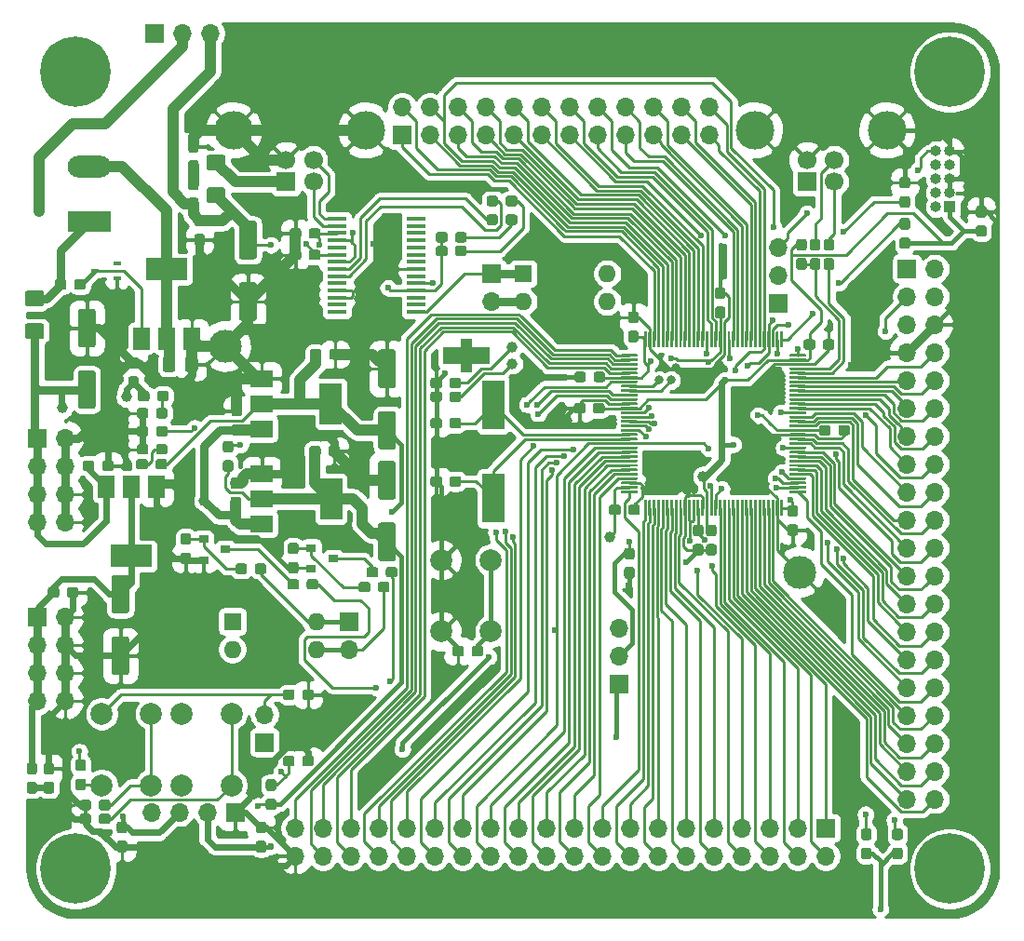
<source format=gbr>
G04 #@! TF.GenerationSoftware,KiCad,Pcbnew,(5.1.5)-3*
G04 #@! TF.CreationDate,2021-02-28T22:04:56+01:00*
G04 #@! TF.ProjectId,g4_eval,67345f65-7661-46c2-9e6b-696361645f70,rev?*
G04 #@! TF.SameCoordinates,Original*
G04 #@! TF.FileFunction,Copper,L1,Top*
G04 #@! TF.FilePolarity,Positive*
%FSLAX46Y46*%
G04 Gerber Fmt 4.6, Leading zero omitted, Abs format (unit mm)*
G04 Created by KiCad (PCBNEW (5.1.5)-3) date 2021-02-28 22:04:56*
%MOMM*%
%LPD*%
G04 APERTURE LIST*
%ADD10C,3.000000*%
%ADD11C,0.100000*%
%ADD12O,1.700000X1.700000*%
%ADD13R,1.700000X1.700000*%
%ADD14C,1.700000*%
%ADD15C,3.500000*%
%ADD16R,2.000000X4.500000*%
%ADD17R,1.000000X1.000000*%
%ADD18R,4.300000X1.500000*%
%ADD19C,1.000000*%
%ADD20R,1.500000X2.000000*%
%ADD21R,3.800000X2.000000*%
%ADD22R,2.000000X1.500000*%
%ADD23R,2.000000X3.800000*%
%ADD24R,1.750000X0.450000*%
%ADD25O,1.600000X1.600000*%
%ADD26R,1.600000X1.600000*%
%ADD27C,2.000000*%
%ADD28R,0.900000X0.800000*%
%ADD29O,3.960000X1.980000*%
%ADD30R,3.960000X1.980000*%
%ADD31O,1.000000X1.000000*%
%ADD32C,0.800000*%
%ADD33C,6.400000*%
%ADD34R,0.700000X0.450000*%
%ADD35C,0.600000*%
%ADD36C,0.250000*%
%ADD37C,0.400000*%
%ADD38C,0.600000*%
%ADD39C,0.800000*%
%ADD40C,1.000000*%
G04 APERTURE END LIST*
D10*
X184100000Y-97450000D03*
X236300000Y-118000000D03*
G04 #@! TA.AperFunction,SMDPad,CuDef*
D11*
G36*
X239260779Y-89451144D02*
G01*
X239283834Y-89454563D01*
X239306443Y-89460227D01*
X239328387Y-89468079D01*
X239349457Y-89478044D01*
X239369448Y-89490026D01*
X239388168Y-89503910D01*
X239405438Y-89519562D01*
X239421090Y-89536832D01*
X239434974Y-89555552D01*
X239446956Y-89575543D01*
X239456921Y-89596613D01*
X239464773Y-89618557D01*
X239470437Y-89641166D01*
X239473856Y-89664221D01*
X239475000Y-89687500D01*
X239475000Y-90262500D01*
X239473856Y-90285779D01*
X239470437Y-90308834D01*
X239464773Y-90331443D01*
X239456921Y-90353387D01*
X239446956Y-90374457D01*
X239434974Y-90394448D01*
X239421090Y-90413168D01*
X239405438Y-90430438D01*
X239388168Y-90446090D01*
X239369448Y-90459974D01*
X239349457Y-90471956D01*
X239328387Y-90481921D01*
X239306443Y-90489773D01*
X239283834Y-90495437D01*
X239260779Y-90498856D01*
X239237500Y-90500000D01*
X238762500Y-90500000D01*
X238739221Y-90498856D01*
X238716166Y-90495437D01*
X238693557Y-90489773D01*
X238671613Y-90481921D01*
X238650543Y-90471956D01*
X238630552Y-90459974D01*
X238611832Y-90446090D01*
X238594562Y-90430438D01*
X238578910Y-90413168D01*
X238565026Y-90394448D01*
X238553044Y-90374457D01*
X238543079Y-90353387D01*
X238535227Y-90331443D01*
X238529563Y-90308834D01*
X238526144Y-90285779D01*
X238525000Y-90262500D01*
X238525000Y-89687500D01*
X238526144Y-89664221D01*
X238529563Y-89641166D01*
X238535227Y-89618557D01*
X238543079Y-89596613D01*
X238553044Y-89575543D01*
X238565026Y-89555552D01*
X238578910Y-89536832D01*
X238594562Y-89519562D01*
X238611832Y-89503910D01*
X238630552Y-89490026D01*
X238650543Y-89478044D01*
X238671613Y-89468079D01*
X238693557Y-89460227D01*
X238716166Y-89454563D01*
X238739221Y-89451144D01*
X238762500Y-89450000D01*
X239237500Y-89450000D01*
X239260779Y-89451144D01*
G37*
G04 #@! TD.AperFunction*
G04 #@! TA.AperFunction,SMDPad,CuDef*
G36*
X239260779Y-87701144D02*
G01*
X239283834Y-87704563D01*
X239306443Y-87710227D01*
X239328387Y-87718079D01*
X239349457Y-87728044D01*
X239369448Y-87740026D01*
X239388168Y-87753910D01*
X239405438Y-87769562D01*
X239421090Y-87786832D01*
X239434974Y-87805552D01*
X239446956Y-87825543D01*
X239456921Y-87846613D01*
X239464773Y-87868557D01*
X239470437Y-87891166D01*
X239473856Y-87914221D01*
X239475000Y-87937500D01*
X239475000Y-88512500D01*
X239473856Y-88535779D01*
X239470437Y-88558834D01*
X239464773Y-88581443D01*
X239456921Y-88603387D01*
X239446956Y-88624457D01*
X239434974Y-88644448D01*
X239421090Y-88663168D01*
X239405438Y-88680438D01*
X239388168Y-88696090D01*
X239369448Y-88709974D01*
X239349457Y-88721956D01*
X239328387Y-88731921D01*
X239306443Y-88739773D01*
X239283834Y-88745437D01*
X239260779Y-88748856D01*
X239237500Y-88750000D01*
X238762500Y-88750000D01*
X238739221Y-88748856D01*
X238716166Y-88745437D01*
X238693557Y-88739773D01*
X238671613Y-88731921D01*
X238650543Y-88721956D01*
X238630552Y-88709974D01*
X238611832Y-88696090D01*
X238594562Y-88680438D01*
X238578910Y-88663168D01*
X238565026Y-88644448D01*
X238553044Y-88624457D01*
X238543079Y-88603387D01*
X238535227Y-88581443D01*
X238529563Y-88558834D01*
X238526144Y-88535779D01*
X238525000Y-88512500D01*
X238525000Y-87937500D01*
X238526144Y-87914221D01*
X238529563Y-87891166D01*
X238535227Y-87868557D01*
X238543079Y-87846613D01*
X238553044Y-87825543D01*
X238565026Y-87805552D01*
X238578910Y-87786832D01*
X238594562Y-87769562D01*
X238611832Y-87753910D01*
X238630552Y-87740026D01*
X238650543Y-87728044D01*
X238671613Y-87718079D01*
X238693557Y-87710227D01*
X238716166Y-87704563D01*
X238739221Y-87701144D01*
X238762500Y-87700000D01*
X239237500Y-87700000D01*
X239260779Y-87701144D01*
G37*
G04 #@! TD.AperFunction*
G04 #@! TA.AperFunction,SMDPad,CuDef*
G36*
X238010779Y-89451144D02*
G01*
X238033834Y-89454563D01*
X238056443Y-89460227D01*
X238078387Y-89468079D01*
X238099457Y-89478044D01*
X238119448Y-89490026D01*
X238138168Y-89503910D01*
X238155438Y-89519562D01*
X238171090Y-89536832D01*
X238184974Y-89555552D01*
X238196956Y-89575543D01*
X238206921Y-89596613D01*
X238214773Y-89618557D01*
X238220437Y-89641166D01*
X238223856Y-89664221D01*
X238225000Y-89687500D01*
X238225000Y-90262500D01*
X238223856Y-90285779D01*
X238220437Y-90308834D01*
X238214773Y-90331443D01*
X238206921Y-90353387D01*
X238196956Y-90374457D01*
X238184974Y-90394448D01*
X238171090Y-90413168D01*
X238155438Y-90430438D01*
X238138168Y-90446090D01*
X238119448Y-90459974D01*
X238099457Y-90471956D01*
X238078387Y-90481921D01*
X238056443Y-90489773D01*
X238033834Y-90495437D01*
X238010779Y-90498856D01*
X237987500Y-90500000D01*
X237512500Y-90500000D01*
X237489221Y-90498856D01*
X237466166Y-90495437D01*
X237443557Y-90489773D01*
X237421613Y-90481921D01*
X237400543Y-90471956D01*
X237380552Y-90459974D01*
X237361832Y-90446090D01*
X237344562Y-90430438D01*
X237328910Y-90413168D01*
X237315026Y-90394448D01*
X237303044Y-90374457D01*
X237293079Y-90353387D01*
X237285227Y-90331443D01*
X237279563Y-90308834D01*
X237276144Y-90285779D01*
X237275000Y-90262500D01*
X237275000Y-89687500D01*
X237276144Y-89664221D01*
X237279563Y-89641166D01*
X237285227Y-89618557D01*
X237293079Y-89596613D01*
X237303044Y-89575543D01*
X237315026Y-89555552D01*
X237328910Y-89536832D01*
X237344562Y-89519562D01*
X237361832Y-89503910D01*
X237380552Y-89490026D01*
X237400543Y-89478044D01*
X237421613Y-89468079D01*
X237443557Y-89460227D01*
X237466166Y-89454563D01*
X237489221Y-89451144D01*
X237512500Y-89450000D01*
X237987500Y-89450000D01*
X238010779Y-89451144D01*
G37*
G04 #@! TD.AperFunction*
G04 #@! TA.AperFunction,SMDPad,CuDef*
G36*
X238010779Y-87701144D02*
G01*
X238033834Y-87704563D01*
X238056443Y-87710227D01*
X238078387Y-87718079D01*
X238099457Y-87728044D01*
X238119448Y-87740026D01*
X238138168Y-87753910D01*
X238155438Y-87769562D01*
X238171090Y-87786832D01*
X238184974Y-87805552D01*
X238196956Y-87825543D01*
X238206921Y-87846613D01*
X238214773Y-87868557D01*
X238220437Y-87891166D01*
X238223856Y-87914221D01*
X238225000Y-87937500D01*
X238225000Y-88512500D01*
X238223856Y-88535779D01*
X238220437Y-88558834D01*
X238214773Y-88581443D01*
X238206921Y-88603387D01*
X238196956Y-88624457D01*
X238184974Y-88644448D01*
X238171090Y-88663168D01*
X238155438Y-88680438D01*
X238138168Y-88696090D01*
X238119448Y-88709974D01*
X238099457Y-88721956D01*
X238078387Y-88731921D01*
X238056443Y-88739773D01*
X238033834Y-88745437D01*
X238010779Y-88748856D01*
X237987500Y-88750000D01*
X237512500Y-88750000D01*
X237489221Y-88748856D01*
X237466166Y-88745437D01*
X237443557Y-88739773D01*
X237421613Y-88731921D01*
X237400543Y-88721956D01*
X237380552Y-88709974D01*
X237361832Y-88696090D01*
X237344562Y-88680438D01*
X237328910Y-88663168D01*
X237315026Y-88644448D01*
X237303044Y-88624457D01*
X237293079Y-88603387D01*
X237285227Y-88581443D01*
X237279563Y-88558834D01*
X237276144Y-88535779D01*
X237275000Y-88512500D01*
X237275000Y-87937500D01*
X237276144Y-87914221D01*
X237279563Y-87891166D01*
X237285227Y-87868557D01*
X237293079Y-87846613D01*
X237303044Y-87825543D01*
X237315026Y-87805552D01*
X237328910Y-87786832D01*
X237344562Y-87769562D01*
X237361832Y-87753910D01*
X237380552Y-87740026D01*
X237400543Y-87728044D01*
X237421613Y-87718079D01*
X237443557Y-87710227D01*
X237466166Y-87704563D01*
X237489221Y-87701144D01*
X237512500Y-87700000D01*
X237987500Y-87700000D01*
X238010779Y-87701144D01*
G37*
G04 #@! TD.AperFunction*
G04 #@! TA.AperFunction,SMDPad,CuDef*
G36*
X236760779Y-89451144D02*
G01*
X236783834Y-89454563D01*
X236806443Y-89460227D01*
X236828387Y-89468079D01*
X236849457Y-89478044D01*
X236869448Y-89490026D01*
X236888168Y-89503910D01*
X236905438Y-89519562D01*
X236921090Y-89536832D01*
X236934974Y-89555552D01*
X236946956Y-89575543D01*
X236956921Y-89596613D01*
X236964773Y-89618557D01*
X236970437Y-89641166D01*
X236973856Y-89664221D01*
X236975000Y-89687500D01*
X236975000Y-90262500D01*
X236973856Y-90285779D01*
X236970437Y-90308834D01*
X236964773Y-90331443D01*
X236956921Y-90353387D01*
X236946956Y-90374457D01*
X236934974Y-90394448D01*
X236921090Y-90413168D01*
X236905438Y-90430438D01*
X236888168Y-90446090D01*
X236869448Y-90459974D01*
X236849457Y-90471956D01*
X236828387Y-90481921D01*
X236806443Y-90489773D01*
X236783834Y-90495437D01*
X236760779Y-90498856D01*
X236737500Y-90500000D01*
X236262500Y-90500000D01*
X236239221Y-90498856D01*
X236216166Y-90495437D01*
X236193557Y-90489773D01*
X236171613Y-90481921D01*
X236150543Y-90471956D01*
X236130552Y-90459974D01*
X236111832Y-90446090D01*
X236094562Y-90430438D01*
X236078910Y-90413168D01*
X236065026Y-90394448D01*
X236053044Y-90374457D01*
X236043079Y-90353387D01*
X236035227Y-90331443D01*
X236029563Y-90308834D01*
X236026144Y-90285779D01*
X236025000Y-90262500D01*
X236025000Y-89687500D01*
X236026144Y-89664221D01*
X236029563Y-89641166D01*
X236035227Y-89618557D01*
X236043079Y-89596613D01*
X236053044Y-89575543D01*
X236065026Y-89555552D01*
X236078910Y-89536832D01*
X236094562Y-89519562D01*
X236111832Y-89503910D01*
X236130552Y-89490026D01*
X236150543Y-89478044D01*
X236171613Y-89468079D01*
X236193557Y-89460227D01*
X236216166Y-89454563D01*
X236239221Y-89451144D01*
X236262500Y-89450000D01*
X236737500Y-89450000D01*
X236760779Y-89451144D01*
G37*
G04 #@! TD.AperFunction*
G04 #@! TA.AperFunction,SMDPad,CuDef*
G36*
X236760779Y-87701144D02*
G01*
X236783834Y-87704563D01*
X236806443Y-87710227D01*
X236828387Y-87718079D01*
X236849457Y-87728044D01*
X236869448Y-87740026D01*
X236888168Y-87753910D01*
X236905438Y-87769562D01*
X236921090Y-87786832D01*
X236934974Y-87805552D01*
X236946956Y-87825543D01*
X236956921Y-87846613D01*
X236964773Y-87868557D01*
X236970437Y-87891166D01*
X236973856Y-87914221D01*
X236975000Y-87937500D01*
X236975000Y-88512500D01*
X236973856Y-88535779D01*
X236970437Y-88558834D01*
X236964773Y-88581443D01*
X236956921Y-88603387D01*
X236946956Y-88624457D01*
X236934974Y-88644448D01*
X236921090Y-88663168D01*
X236905438Y-88680438D01*
X236888168Y-88696090D01*
X236869448Y-88709974D01*
X236849457Y-88721956D01*
X236828387Y-88731921D01*
X236806443Y-88739773D01*
X236783834Y-88745437D01*
X236760779Y-88748856D01*
X236737500Y-88750000D01*
X236262500Y-88750000D01*
X236239221Y-88748856D01*
X236216166Y-88745437D01*
X236193557Y-88739773D01*
X236171613Y-88731921D01*
X236150543Y-88721956D01*
X236130552Y-88709974D01*
X236111832Y-88696090D01*
X236094562Y-88680438D01*
X236078910Y-88663168D01*
X236065026Y-88644448D01*
X236053044Y-88624457D01*
X236043079Y-88603387D01*
X236035227Y-88581443D01*
X236029563Y-88558834D01*
X236026144Y-88535779D01*
X236025000Y-88512500D01*
X236025000Y-87937500D01*
X236026144Y-87914221D01*
X236029563Y-87891166D01*
X236035227Y-87868557D01*
X236043079Y-87846613D01*
X236053044Y-87825543D01*
X236065026Y-87805552D01*
X236078910Y-87786832D01*
X236094562Y-87769562D01*
X236111832Y-87753910D01*
X236130552Y-87740026D01*
X236150543Y-87728044D01*
X236171613Y-87718079D01*
X236193557Y-87710227D01*
X236216166Y-87704563D01*
X236239221Y-87701144D01*
X236262500Y-87700000D01*
X236737500Y-87700000D01*
X236760779Y-87701144D01*
G37*
G04 #@! TD.AperFunction*
D12*
X187650000Y-130960000D03*
D13*
X187650000Y-133500000D03*
D12*
X177380000Y-139850000D03*
X179920000Y-139850000D03*
X182460000Y-139850000D03*
D13*
X185000000Y-139850000D03*
G04 #@! TA.AperFunction,SMDPad,CuDef*
D11*
G36*
X181374505Y-98401204D02*
G01*
X181398773Y-98404804D01*
X181422572Y-98410765D01*
X181445671Y-98419030D01*
X181467850Y-98429520D01*
X181488893Y-98442132D01*
X181508599Y-98456747D01*
X181526777Y-98473223D01*
X181543253Y-98491401D01*
X181557868Y-98511107D01*
X181570480Y-98532150D01*
X181580970Y-98554329D01*
X181589235Y-98577428D01*
X181595196Y-98601227D01*
X181598796Y-98625495D01*
X181600000Y-98649999D01*
X181600000Y-99550001D01*
X181598796Y-99574505D01*
X181595196Y-99598773D01*
X181589235Y-99622572D01*
X181580970Y-99645671D01*
X181570480Y-99667850D01*
X181557868Y-99688893D01*
X181543253Y-99708599D01*
X181526777Y-99726777D01*
X181508599Y-99743253D01*
X181488893Y-99757868D01*
X181467850Y-99770480D01*
X181445671Y-99780970D01*
X181422572Y-99789235D01*
X181398773Y-99795196D01*
X181374505Y-99798796D01*
X181350001Y-99800000D01*
X180699999Y-99800000D01*
X180675495Y-99798796D01*
X180651227Y-99795196D01*
X180627428Y-99789235D01*
X180604329Y-99780970D01*
X180582150Y-99770480D01*
X180561107Y-99757868D01*
X180541401Y-99743253D01*
X180523223Y-99726777D01*
X180506747Y-99708599D01*
X180492132Y-99688893D01*
X180479520Y-99667850D01*
X180469030Y-99645671D01*
X180460765Y-99622572D01*
X180454804Y-99598773D01*
X180451204Y-99574505D01*
X180450000Y-99550001D01*
X180450000Y-98649999D01*
X180451204Y-98625495D01*
X180454804Y-98601227D01*
X180460765Y-98577428D01*
X180469030Y-98554329D01*
X180479520Y-98532150D01*
X180492132Y-98511107D01*
X180506747Y-98491401D01*
X180523223Y-98473223D01*
X180541401Y-98456747D01*
X180561107Y-98442132D01*
X180582150Y-98429520D01*
X180604329Y-98419030D01*
X180627428Y-98410765D01*
X180651227Y-98404804D01*
X180675495Y-98401204D01*
X180699999Y-98400000D01*
X181350001Y-98400000D01*
X181374505Y-98401204D01*
G37*
G04 #@! TD.AperFunction*
G04 #@! TA.AperFunction,SMDPad,CuDef*
G36*
X179324505Y-98401204D02*
G01*
X179348773Y-98404804D01*
X179372572Y-98410765D01*
X179395671Y-98419030D01*
X179417850Y-98429520D01*
X179438893Y-98442132D01*
X179458599Y-98456747D01*
X179476777Y-98473223D01*
X179493253Y-98491401D01*
X179507868Y-98511107D01*
X179520480Y-98532150D01*
X179530970Y-98554329D01*
X179539235Y-98577428D01*
X179545196Y-98601227D01*
X179548796Y-98625495D01*
X179550000Y-98649999D01*
X179550000Y-99550001D01*
X179548796Y-99574505D01*
X179545196Y-99598773D01*
X179539235Y-99622572D01*
X179530970Y-99645671D01*
X179520480Y-99667850D01*
X179507868Y-99688893D01*
X179493253Y-99708599D01*
X179476777Y-99726777D01*
X179458599Y-99743253D01*
X179438893Y-99757868D01*
X179417850Y-99770480D01*
X179395671Y-99780970D01*
X179372572Y-99789235D01*
X179348773Y-99795196D01*
X179324505Y-99798796D01*
X179300001Y-99800000D01*
X178649999Y-99800000D01*
X178625495Y-99798796D01*
X178601227Y-99795196D01*
X178577428Y-99789235D01*
X178554329Y-99780970D01*
X178532150Y-99770480D01*
X178511107Y-99757868D01*
X178491401Y-99743253D01*
X178473223Y-99726777D01*
X178456747Y-99708599D01*
X178442132Y-99688893D01*
X178429520Y-99667850D01*
X178419030Y-99645671D01*
X178410765Y-99622572D01*
X178404804Y-99598773D01*
X178401204Y-99574505D01*
X178400000Y-99550001D01*
X178400000Y-98649999D01*
X178401204Y-98625495D01*
X178404804Y-98601227D01*
X178410765Y-98577428D01*
X178419030Y-98554329D01*
X178429520Y-98532150D01*
X178442132Y-98511107D01*
X178456747Y-98491401D01*
X178473223Y-98473223D01*
X178491401Y-98456747D01*
X178511107Y-98442132D01*
X178532150Y-98429520D01*
X178554329Y-98419030D01*
X178577428Y-98410765D01*
X178601227Y-98404804D01*
X178625495Y-98401204D01*
X178649999Y-98400000D01*
X179300001Y-98400000D01*
X179324505Y-98401204D01*
G37*
G04 #@! TD.AperFunction*
D13*
X237000000Y-82500000D03*
D14*
X239500000Y-82500000D03*
X239500000Y-80500000D03*
X237000000Y-80500000D03*
D15*
X232230000Y-77790000D03*
X244270000Y-77790000D03*
D13*
X189600000Y-82500000D03*
D14*
X192100000Y-82500000D03*
X192100000Y-80500000D03*
X189600000Y-80500000D03*
D15*
X184830000Y-77790000D03*
X196870000Y-77790000D03*
D16*
X208450000Y-111300000D03*
X208450000Y-102800000D03*
G04 #@! TA.AperFunction,SMDPad,CuDef*
D11*
G36*
X222368626Y-96100301D02*
G01*
X222374693Y-96101201D01*
X222380643Y-96102691D01*
X222386418Y-96104758D01*
X222391962Y-96107380D01*
X222397223Y-96110533D01*
X222402150Y-96114187D01*
X222406694Y-96118306D01*
X222410813Y-96122850D01*
X222414467Y-96127777D01*
X222417620Y-96133038D01*
X222420242Y-96138582D01*
X222422309Y-96144357D01*
X222423799Y-96150307D01*
X222424699Y-96156374D01*
X222425000Y-96162500D01*
X222425000Y-97512500D01*
X222424699Y-97518626D01*
X222423799Y-97524693D01*
X222422309Y-97530643D01*
X222420242Y-97536418D01*
X222417620Y-97541962D01*
X222414467Y-97547223D01*
X222410813Y-97552150D01*
X222406694Y-97556694D01*
X222402150Y-97560813D01*
X222397223Y-97564467D01*
X222391962Y-97567620D01*
X222386418Y-97570242D01*
X222380643Y-97572309D01*
X222374693Y-97573799D01*
X222368626Y-97574699D01*
X222362500Y-97575000D01*
X222237500Y-97575000D01*
X222231374Y-97574699D01*
X222225307Y-97573799D01*
X222219357Y-97572309D01*
X222213582Y-97570242D01*
X222208038Y-97567620D01*
X222202777Y-97564467D01*
X222197850Y-97560813D01*
X222193306Y-97556694D01*
X222189187Y-97552150D01*
X222185533Y-97547223D01*
X222182380Y-97541962D01*
X222179758Y-97536418D01*
X222177691Y-97530643D01*
X222176201Y-97524693D01*
X222175301Y-97518626D01*
X222175000Y-97512500D01*
X222175000Y-96162500D01*
X222175301Y-96156374D01*
X222176201Y-96150307D01*
X222177691Y-96144357D01*
X222179758Y-96138582D01*
X222182380Y-96133038D01*
X222185533Y-96127777D01*
X222189187Y-96122850D01*
X222193306Y-96118306D01*
X222197850Y-96114187D01*
X222202777Y-96110533D01*
X222208038Y-96107380D01*
X222213582Y-96104758D01*
X222219357Y-96102691D01*
X222225307Y-96101201D01*
X222231374Y-96100301D01*
X222237500Y-96100000D01*
X222362500Y-96100000D01*
X222368626Y-96100301D01*
G37*
G04 #@! TD.AperFunction*
G04 #@! TA.AperFunction,SMDPad,CuDef*
G36*
X222768626Y-96100301D02*
G01*
X222774693Y-96101201D01*
X222780643Y-96102691D01*
X222786418Y-96104758D01*
X222791962Y-96107380D01*
X222797223Y-96110533D01*
X222802150Y-96114187D01*
X222806694Y-96118306D01*
X222810813Y-96122850D01*
X222814467Y-96127777D01*
X222817620Y-96133038D01*
X222820242Y-96138582D01*
X222822309Y-96144357D01*
X222823799Y-96150307D01*
X222824699Y-96156374D01*
X222825000Y-96162500D01*
X222825000Y-97512500D01*
X222824699Y-97518626D01*
X222823799Y-97524693D01*
X222822309Y-97530643D01*
X222820242Y-97536418D01*
X222817620Y-97541962D01*
X222814467Y-97547223D01*
X222810813Y-97552150D01*
X222806694Y-97556694D01*
X222802150Y-97560813D01*
X222797223Y-97564467D01*
X222791962Y-97567620D01*
X222786418Y-97570242D01*
X222780643Y-97572309D01*
X222774693Y-97573799D01*
X222768626Y-97574699D01*
X222762500Y-97575000D01*
X222637500Y-97575000D01*
X222631374Y-97574699D01*
X222625307Y-97573799D01*
X222619357Y-97572309D01*
X222613582Y-97570242D01*
X222608038Y-97567620D01*
X222602777Y-97564467D01*
X222597850Y-97560813D01*
X222593306Y-97556694D01*
X222589187Y-97552150D01*
X222585533Y-97547223D01*
X222582380Y-97541962D01*
X222579758Y-97536418D01*
X222577691Y-97530643D01*
X222576201Y-97524693D01*
X222575301Y-97518626D01*
X222575000Y-97512500D01*
X222575000Y-96162500D01*
X222575301Y-96156374D01*
X222576201Y-96150307D01*
X222577691Y-96144357D01*
X222579758Y-96138582D01*
X222582380Y-96133038D01*
X222585533Y-96127777D01*
X222589187Y-96122850D01*
X222593306Y-96118306D01*
X222597850Y-96114187D01*
X222602777Y-96110533D01*
X222608038Y-96107380D01*
X222613582Y-96104758D01*
X222619357Y-96102691D01*
X222625307Y-96101201D01*
X222631374Y-96100301D01*
X222637500Y-96100000D01*
X222762500Y-96100000D01*
X222768626Y-96100301D01*
G37*
G04 #@! TD.AperFunction*
G04 #@! TA.AperFunction,SMDPad,CuDef*
G36*
X223168626Y-96100301D02*
G01*
X223174693Y-96101201D01*
X223180643Y-96102691D01*
X223186418Y-96104758D01*
X223191962Y-96107380D01*
X223197223Y-96110533D01*
X223202150Y-96114187D01*
X223206694Y-96118306D01*
X223210813Y-96122850D01*
X223214467Y-96127777D01*
X223217620Y-96133038D01*
X223220242Y-96138582D01*
X223222309Y-96144357D01*
X223223799Y-96150307D01*
X223224699Y-96156374D01*
X223225000Y-96162500D01*
X223225000Y-97512500D01*
X223224699Y-97518626D01*
X223223799Y-97524693D01*
X223222309Y-97530643D01*
X223220242Y-97536418D01*
X223217620Y-97541962D01*
X223214467Y-97547223D01*
X223210813Y-97552150D01*
X223206694Y-97556694D01*
X223202150Y-97560813D01*
X223197223Y-97564467D01*
X223191962Y-97567620D01*
X223186418Y-97570242D01*
X223180643Y-97572309D01*
X223174693Y-97573799D01*
X223168626Y-97574699D01*
X223162500Y-97575000D01*
X223037500Y-97575000D01*
X223031374Y-97574699D01*
X223025307Y-97573799D01*
X223019357Y-97572309D01*
X223013582Y-97570242D01*
X223008038Y-97567620D01*
X223002777Y-97564467D01*
X222997850Y-97560813D01*
X222993306Y-97556694D01*
X222989187Y-97552150D01*
X222985533Y-97547223D01*
X222982380Y-97541962D01*
X222979758Y-97536418D01*
X222977691Y-97530643D01*
X222976201Y-97524693D01*
X222975301Y-97518626D01*
X222975000Y-97512500D01*
X222975000Y-96162500D01*
X222975301Y-96156374D01*
X222976201Y-96150307D01*
X222977691Y-96144357D01*
X222979758Y-96138582D01*
X222982380Y-96133038D01*
X222985533Y-96127777D01*
X222989187Y-96122850D01*
X222993306Y-96118306D01*
X222997850Y-96114187D01*
X223002777Y-96110533D01*
X223008038Y-96107380D01*
X223013582Y-96104758D01*
X223019357Y-96102691D01*
X223025307Y-96101201D01*
X223031374Y-96100301D01*
X223037500Y-96100000D01*
X223162500Y-96100000D01*
X223168626Y-96100301D01*
G37*
G04 #@! TD.AperFunction*
G04 #@! TA.AperFunction,SMDPad,CuDef*
G36*
X223568626Y-96100301D02*
G01*
X223574693Y-96101201D01*
X223580643Y-96102691D01*
X223586418Y-96104758D01*
X223591962Y-96107380D01*
X223597223Y-96110533D01*
X223602150Y-96114187D01*
X223606694Y-96118306D01*
X223610813Y-96122850D01*
X223614467Y-96127777D01*
X223617620Y-96133038D01*
X223620242Y-96138582D01*
X223622309Y-96144357D01*
X223623799Y-96150307D01*
X223624699Y-96156374D01*
X223625000Y-96162500D01*
X223625000Y-97512500D01*
X223624699Y-97518626D01*
X223623799Y-97524693D01*
X223622309Y-97530643D01*
X223620242Y-97536418D01*
X223617620Y-97541962D01*
X223614467Y-97547223D01*
X223610813Y-97552150D01*
X223606694Y-97556694D01*
X223602150Y-97560813D01*
X223597223Y-97564467D01*
X223591962Y-97567620D01*
X223586418Y-97570242D01*
X223580643Y-97572309D01*
X223574693Y-97573799D01*
X223568626Y-97574699D01*
X223562500Y-97575000D01*
X223437500Y-97575000D01*
X223431374Y-97574699D01*
X223425307Y-97573799D01*
X223419357Y-97572309D01*
X223413582Y-97570242D01*
X223408038Y-97567620D01*
X223402777Y-97564467D01*
X223397850Y-97560813D01*
X223393306Y-97556694D01*
X223389187Y-97552150D01*
X223385533Y-97547223D01*
X223382380Y-97541962D01*
X223379758Y-97536418D01*
X223377691Y-97530643D01*
X223376201Y-97524693D01*
X223375301Y-97518626D01*
X223375000Y-97512500D01*
X223375000Y-96162500D01*
X223375301Y-96156374D01*
X223376201Y-96150307D01*
X223377691Y-96144357D01*
X223379758Y-96138582D01*
X223382380Y-96133038D01*
X223385533Y-96127777D01*
X223389187Y-96122850D01*
X223393306Y-96118306D01*
X223397850Y-96114187D01*
X223402777Y-96110533D01*
X223408038Y-96107380D01*
X223413582Y-96104758D01*
X223419357Y-96102691D01*
X223425307Y-96101201D01*
X223431374Y-96100301D01*
X223437500Y-96100000D01*
X223562500Y-96100000D01*
X223568626Y-96100301D01*
G37*
G04 #@! TD.AperFunction*
G04 #@! TA.AperFunction,SMDPad,CuDef*
G36*
X223968626Y-96100301D02*
G01*
X223974693Y-96101201D01*
X223980643Y-96102691D01*
X223986418Y-96104758D01*
X223991962Y-96107380D01*
X223997223Y-96110533D01*
X224002150Y-96114187D01*
X224006694Y-96118306D01*
X224010813Y-96122850D01*
X224014467Y-96127777D01*
X224017620Y-96133038D01*
X224020242Y-96138582D01*
X224022309Y-96144357D01*
X224023799Y-96150307D01*
X224024699Y-96156374D01*
X224025000Y-96162500D01*
X224025000Y-97512500D01*
X224024699Y-97518626D01*
X224023799Y-97524693D01*
X224022309Y-97530643D01*
X224020242Y-97536418D01*
X224017620Y-97541962D01*
X224014467Y-97547223D01*
X224010813Y-97552150D01*
X224006694Y-97556694D01*
X224002150Y-97560813D01*
X223997223Y-97564467D01*
X223991962Y-97567620D01*
X223986418Y-97570242D01*
X223980643Y-97572309D01*
X223974693Y-97573799D01*
X223968626Y-97574699D01*
X223962500Y-97575000D01*
X223837500Y-97575000D01*
X223831374Y-97574699D01*
X223825307Y-97573799D01*
X223819357Y-97572309D01*
X223813582Y-97570242D01*
X223808038Y-97567620D01*
X223802777Y-97564467D01*
X223797850Y-97560813D01*
X223793306Y-97556694D01*
X223789187Y-97552150D01*
X223785533Y-97547223D01*
X223782380Y-97541962D01*
X223779758Y-97536418D01*
X223777691Y-97530643D01*
X223776201Y-97524693D01*
X223775301Y-97518626D01*
X223775000Y-97512500D01*
X223775000Y-96162500D01*
X223775301Y-96156374D01*
X223776201Y-96150307D01*
X223777691Y-96144357D01*
X223779758Y-96138582D01*
X223782380Y-96133038D01*
X223785533Y-96127777D01*
X223789187Y-96122850D01*
X223793306Y-96118306D01*
X223797850Y-96114187D01*
X223802777Y-96110533D01*
X223808038Y-96107380D01*
X223813582Y-96104758D01*
X223819357Y-96102691D01*
X223825307Y-96101201D01*
X223831374Y-96100301D01*
X223837500Y-96100000D01*
X223962500Y-96100000D01*
X223968626Y-96100301D01*
G37*
G04 #@! TD.AperFunction*
G04 #@! TA.AperFunction,SMDPad,CuDef*
G36*
X224368626Y-96100301D02*
G01*
X224374693Y-96101201D01*
X224380643Y-96102691D01*
X224386418Y-96104758D01*
X224391962Y-96107380D01*
X224397223Y-96110533D01*
X224402150Y-96114187D01*
X224406694Y-96118306D01*
X224410813Y-96122850D01*
X224414467Y-96127777D01*
X224417620Y-96133038D01*
X224420242Y-96138582D01*
X224422309Y-96144357D01*
X224423799Y-96150307D01*
X224424699Y-96156374D01*
X224425000Y-96162500D01*
X224425000Y-97512500D01*
X224424699Y-97518626D01*
X224423799Y-97524693D01*
X224422309Y-97530643D01*
X224420242Y-97536418D01*
X224417620Y-97541962D01*
X224414467Y-97547223D01*
X224410813Y-97552150D01*
X224406694Y-97556694D01*
X224402150Y-97560813D01*
X224397223Y-97564467D01*
X224391962Y-97567620D01*
X224386418Y-97570242D01*
X224380643Y-97572309D01*
X224374693Y-97573799D01*
X224368626Y-97574699D01*
X224362500Y-97575000D01*
X224237500Y-97575000D01*
X224231374Y-97574699D01*
X224225307Y-97573799D01*
X224219357Y-97572309D01*
X224213582Y-97570242D01*
X224208038Y-97567620D01*
X224202777Y-97564467D01*
X224197850Y-97560813D01*
X224193306Y-97556694D01*
X224189187Y-97552150D01*
X224185533Y-97547223D01*
X224182380Y-97541962D01*
X224179758Y-97536418D01*
X224177691Y-97530643D01*
X224176201Y-97524693D01*
X224175301Y-97518626D01*
X224175000Y-97512500D01*
X224175000Y-96162500D01*
X224175301Y-96156374D01*
X224176201Y-96150307D01*
X224177691Y-96144357D01*
X224179758Y-96138582D01*
X224182380Y-96133038D01*
X224185533Y-96127777D01*
X224189187Y-96122850D01*
X224193306Y-96118306D01*
X224197850Y-96114187D01*
X224202777Y-96110533D01*
X224208038Y-96107380D01*
X224213582Y-96104758D01*
X224219357Y-96102691D01*
X224225307Y-96101201D01*
X224231374Y-96100301D01*
X224237500Y-96100000D01*
X224362500Y-96100000D01*
X224368626Y-96100301D01*
G37*
G04 #@! TD.AperFunction*
G04 #@! TA.AperFunction,SMDPad,CuDef*
G36*
X224768626Y-96100301D02*
G01*
X224774693Y-96101201D01*
X224780643Y-96102691D01*
X224786418Y-96104758D01*
X224791962Y-96107380D01*
X224797223Y-96110533D01*
X224802150Y-96114187D01*
X224806694Y-96118306D01*
X224810813Y-96122850D01*
X224814467Y-96127777D01*
X224817620Y-96133038D01*
X224820242Y-96138582D01*
X224822309Y-96144357D01*
X224823799Y-96150307D01*
X224824699Y-96156374D01*
X224825000Y-96162500D01*
X224825000Y-97512500D01*
X224824699Y-97518626D01*
X224823799Y-97524693D01*
X224822309Y-97530643D01*
X224820242Y-97536418D01*
X224817620Y-97541962D01*
X224814467Y-97547223D01*
X224810813Y-97552150D01*
X224806694Y-97556694D01*
X224802150Y-97560813D01*
X224797223Y-97564467D01*
X224791962Y-97567620D01*
X224786418Y-97570242D01*
X224780643Y-97572309D01*
X224774693Y-97573799D01*
X224768626Y-97574699D01*
X224762500Y-97575000D01*
X224637500Y-97575000D01*
X224631374Y-97574699D01*
X224625307Y-97573799D01*
X224619357Y-97572309D01*
X224613582Y-97570242D01*
X224608038Y-97567620D01*
X224602777Y-97564467D01*
X224597850Y-97560813D01*
X224593306Y-97556694D01*
X224589187Y-97552150D01*
X224585533Y-97547223D01*
X224582380Y-97541962D01*
X224579758Y-97536418D01*
X224577691Y-97530643D01*
X224576201Y-97524693D01*
X224575301Y-97518626D01*
X224575000Y-97512500D01*
X224575000Y-96162500D01*
X224575301Y-96156374D01*
X224576201Y-96150307D01*
X224577691Y-96144357D01*
X224579758Y-96138582D01*
X224582380Y-96133038D01*
X224585533Y-96127777D01*
X224589187Y-96122850D01*
X224593306Y-96118306D01*
X224597850Y-96114187D01*
X224602777Y-96110533D01*
X224608038Y-96107380D01*
X224613582Y-96104758D01*
X224619357Y-96102691D01*
X224625307Y-96101201D01*
X224631374Y-96100301D01*
X224637500Y-96100000D01*
X224762500Y-96100000D01*
X224768626Y-96100301D01*
G37*
G04 #@! TD.AperFunction*
G04 #@! TA.AperFunction,SMDPad,CuDef*
G36*
X225168626Y-96100301D02*
G01*
X225174693Y-96101201D01*
X225180643Y-96102691D01*
X225186418Y-96104758D01*
X225191962Y-96107380D01*
X225197223Y-96110533D01*
X225202150Y-96114187D01*
X225206694Y-96118306D01*
X225210813Y-96122850D01*
X225214467Y-96127777D01*
X225217620Y-96133038D01*
X225220242Y-96138582D01*
X225222309Y-96144357D01*
X225223799Y-96150307D01*
X225224699Y-96156374D01*
X225225000Y-96162500D01*
X225225000Y-97512500D01*
X225224699Y-97518626D01*
X225223799Y-97524693D01*
X225222309Y-97530643D01*
X225220242Y-97536418D01*
X225217620Y-97541962D01*
X225214467Y-97547223D01*
X225210813Y-97552150D01*
X225206694Y-97556694D01*
X225202150Y-97560813D01*
X225197223Y-97564467D01*
X225191962Y-97567620D01*
X225186418Y-97570242D01*
X225180643Y-97572309D01*
X225174693Y-97573799D01*
X225168626Y-97574699D01*
X225162500Y-97575000D01*
X225037500Y-97575000D01*
X225031374Y-97574699D01*
X225025307Y-97573799D01*
X225019357Y-97572309D01*
X225013582Y-97570242D01*
X225008038Y-97567620D01*
X225002777Y-97564467D01*
X224997850Y-97560813D01*
X224993306Y-97556694D01*
X224989187Y-97552150D01*
X224985533Y-97547223D01*
X224982380Y-97541962D01*
X224979758Y-97536418D01*
X224977691Y-97530643D01*
X224976201Y-97524693D01*
X224975301Y-97518626D01*
X224975000Y-97512500D01*
X224975000Y-96162500D01*
X224975301Y-96156374D01*
X224976201Y-96150307D01*
X224977691Y-96144357D01*
X224979758Y-96138582D01*
X224982380Y-96133038D01*
X224985533Y-96127777D01*
X224989187Y-96122850D01*
X224993306Y-96118306D01*
X224997850Y-96114187D01*
X225002777Y-96110533D01*
X225008038Y-96107380D01*
X225013582Y-96104758D01*
X225019357Y-96102691D01*
X225025307Y-96101201D01*
X225031374Y-96100301D01*
X225037500Y-96100000D01*
X225162500Y-96100000D01*
X225168626Y-96100301D01*
G37*
G04 #@! TD.AperFunction*
G04 #@! TA.AperFunction,SMDPad,CuDef*
G36*
X225568626Y-96100301D02*
G01*
X225574693Y-96101201D01*
X225580643Y-96102691D01*
X225586418Y-96104758D01*
X225591962Y-96107380D01*
X225597223Y-96110533D01*
X225602150Y-96114187D01*
X225606694Y-96118306D01*
X225610813Y-96122850D01*
X225614467Y-96127777D01*
X225617620Y-96133038D01*
X225620242Y-96138582D01*
X225622309Y-96144357D01*
X225623799Y-96150307D01*
X225624699Y-96156374D01*
X225625000Y-96162500D01*
X225625000Y-97512500D01*
X225624699Y-97518626D01*
X225623799Y-97524693D01*
X225622309Y-97530643D01*
X225620242Y-97536418D01*
X225617620Y-97541962D01*
X225614467Y-97547223D01*
X225610813Y-97552150D01*
X225606694Y-97556694D01*
X225602150Y-97560813D01*
X225597223Y-97564467D01*
X225591962Y-97567620D01*
X225586418Y-97570242D01*
X225580643Y-97572309D01*
X225574693Y-97573799D01*
X225568626Y-97574699D01*
X225562500Y-97575000D01*
X225437500Y-97575000D01*
X225431374Y-97574699D01*
X225425307Y-97573799D01*
X225419357Y-97572309D01*
X225413582Y-97570242D01*
X225408038Y-97567620D01*
X225402777Y-97564467D01*
X225397850Y-97560813D01*
X225393306Y-97556694D01*
X225389187Y-97552150D01*
X225385533Y-97547223D01*
X225382380Y-97541962D01*
X225379758Y-97536418D01*
X225377691Y-97530643D01*
X225376201Y-97524693D01*
X225375301Y-97518626D01*
X225375000Y-97512500D01*
X225375000Y-96162500D01*
X225375301Y-96156374D01*
X225376201Y-96150307D01*
X225377691Y-96144357D01*
X225379758Y-96138582D01*
X225382380Y-96133038D01*
X225385533Y-96127777D01*
X225389187Y-96122850D01*
X225393306Y-96118306D01*
X225397850Y-96114187D01*
X225402777Y-96110533D01*
X225408038Y-96107380D01*
X225413582Y-96104758D01*
X225419357Y-96102691D01*
X225425307Y-96101201D01*
X225431374Y-96100301D01*
X225437500Y-96100000D01*
X225562500Y-96100000D01*
X225568626Y-96100301D01*
G37*
G04 #@! TD.AperFunction*
G04 #@! TA.AperFunction,SMDPad,CuDef*
G36*
X225968626Y-96100301D02*
G01*
X225974693Y-96101201D01*
X225980643Y-96102691D01*
X225986418Y-96104758D01*
X225991962Y-96107380D01*
X225997223Y-96110533D01*
X226002150Y-96114187D01*
X226006694Y-96118306D01*
X226010813Y-96122850D01*
X226014467Y-96127777D01*
X226017620Y-96133038D01*
X226020242Y-96138582D01*
X226022309Y-96144357D01*
X226023799Y-96150307D01*
X226024699Y-96156374D01*
X226025000Y-96162500D01*
X226025000Y-97512500D01*
X226024699Y-97518626D01*
X226023799Y-97524693D01*
X226022309Y-97530643D01*
X226020242Y-97536418D01*
X226017620Y-97541962D01*
X226014467Y-97547223D01*
X226010813Y-97552150D01*
X226006694Y-97556694D01*
X226002150Y-97560813D01*
X225997223Y-97564467D01*
X225991962Y-97567620D01*
X225986418Y-97570242D01*
X225980643Y-97572309D01*
X225974693Y-97573799D01*
X225968626Y-97574699D01*
X225962500Y-97575000D01*
X225837500Y-97575000D01*
X225831374Y-97574699D01*
X225825307Y-97573799D01*
X225819357Y-97572309D01*
X225813582Y-97570242D01*
X225808038Y-97567620D01*
X225802777Y-97564467D01*
X225797850Y-97560813D01*
X225793306Y-97556694D01*
X225789187Y-97552150D01*
X225785533Y-97547223D01*
X225782380Y-97541962D01*
X225779758Y-97536418D01*
X225777691Y-97530643D01*
X225776201Y-97524693D01*
X225775301Y-97518626D01*
X225775000Y-97512500D01*
X225775000Y-96162500D01*
X225775301Y-96156374D01*
X225776201Y-96150307D01*
X225777691Y-96144357D01*
X225779758Y-96138582D01*
X225782380Y-96133038D01*
X225785533Y-96127777D01*
X225789187Y-96122850D01*
X225793306Y-96118306D01*
X225797850Y-96114187D01*
X225802777Y-96110533D01*
X225808038Y-96107380D01*
X225813582Y-96104758D01*
X225819357Y-96102691D01*
X225825307Y-96101201D01*
X225831374Y-96100301D01*
X225837500Y-96100000D01*
X225962500Y-96100000D01*
X225968626Y-96100301D01*
G37*
G04 #@! TD.AperFunction*
G04 #@! TA.AperFunction,SMDPad,CuDef*
G36*
X226368626Y-96100301D02*
G01*
X226374693Y-96101201D01*
X226380643Y-96102691D01*
X226386418Y-96104758D01*
X226391962Y-96107380D01*
X226397223Y-96110533D01*
X226402150Y-96114187D01*
X226406694Y-96118306D01*
X226410813Y-96122850D01*
X226414467Y-96127777D01*
X226417620Y-96133038D01*
X226420242Y-96138582D01*
X226422309Y-96144357D01*
X226423799Y-96150307D01*
X226424699Y-96156374D01*
X226425000Y-96162500D01*
X226425000Y-97512500D01*
X226424699Y-97518626D01*
X226423799Y-97524693D01*
X226422309Y-97530643D01*
X226420242Y-97536418D01*
X226417620Y-97541962D01*
X226414467Y-97547223D01*
X226410813Y-97552150D01*
X226406694Y-97556694D01*
X226402150Y-97560813D01*
X226397223Y-97564467D01*
X226391962Y-97567620D01*
X226386418Y-97570242D01*
X226380643Y-97572309D01*
X226374693Y-97573799D01*
X226368626Y-97574699D01*
X226362500Y-97575000D01*
X226237500Y-97575000D01*
X226231374Y-97574699D01*
X226225307Y-97573799D01*
X226219357Y-97572309D01*
X226213582Y-97570242D01*
X226208038Y-97567620D01*
X226202777Y-97564467D01*
X226197850Y-97560813D01*
X226193306Y-97556694D01*
X226189187Y-97552150D01*
X226185533Y-97547223D01*
X226182380Y-97541962D01*
X226179758Y-97536418D01*
X226177691Y-97530643D01*
X226176201Y-97524693D01*
X226175301Y-97518626D01*
X226175000Y-97512500D01*
X226175000Y-96162500D01*
X226175301Y-96156374D01*
X226176201Y-96150307D01*
X226177691Y-96144357D01*
X226179758Y-96138582D01*
X226182380Y-96133038D01*
X226185533Y-96127777D01*
X226189187Y-96122850D01*
X226193306Y-96118306D01*
X226197850Y-96114187D01*
X226202777Y-96110533D01*
X226208038Y-96107380D01*
X226213582Y-96104758D01*
X226219357Y-96102691D01*
X226225307Y-96101201D01*
X226231374Y-96100301D01*
X226237500Y-96100000D01*
X226362500Y-96100000D01*
X226368626Y-96100301D01*
G37*
G04 #@! TD.AperFunction*
G04 #@! TA.AperFunction,SMDPad,CuDef*
G36*
X226768626Y-96100301D02*
G01*
X226774693Y-96101201D01*
X226780643Y-96102691D01*
X226786418Y-96104758D01*
X226791962Y-96107380D01*
X226797223Y-96110533D01*
X226802150Y-96114187D01*
X226806694Y-96118306D01*
X226810813Y-96122850D01*
X226814467Y-96127777D01*
X226817620Y-96133038D01*
X226820242Y-96138582D01*
X226822309Y-96144357D01*
X226823799Y-96150307D01*
X226824699Y-96156374D01*
X226825000Y-96162500D01*
X226825000Y-97512500D01*
X226824699Y-97518626D01*
X226823799Y-97524693D01*
X226822309Y-97530643D01*
X226820242Y-97536418D01*
X226817620Y-97541962D01*
X226814467Y-97547223D01*
X226810813Y-97552150D01*
X226806694Y-97556694D01*
X226802150Y-97560813D01*
X226797223Y-97564467D01*
X226791962Y-97567620D01*
X226786418Y-97570242D01*
X226780643Y-97572309D01*
X226774693Y-97573799D01*
X226768626Y-97574699D01*
X226762500Y-97575000D01*
X226637500Y-97575000D01*
X226631374Y-97574699D01*
X226625307Y-97573799D01*
X226619357Y-97572309D01*
X226613582Y-97570242D01*
X226608038Y-97567620D01*
X226602777Y-97564467D01*
X226597850Y-97560813D01*
X226593306Y-97556694D01*
X226589187Y-97552150D01*
X226585533Y-97547223D01*
X226582380Y-97541962D01*
X226579758Y-97536418D01*
X226577691Y-97530643D01*
X226576201Y-97524693D01*
X226575301Y-97518626D01*
X226575000Y-97512500D01*
X226575000Y-96162500D01*
X226575301Y-96156374D01*
X226576201Y-96150307D01*
X226577691Y-96144357D01*
X226579758Y-96138582D01*
X226582380Y-96133038D01*
X226585533Y-96127777D01*
X226589187Y-96122850D01*
X226593306Y-96118306D01*
X226597850Y-96114187D01*
X226602777Y-96110533D01*
X226608038Y-96107380D01*
X226613582Y-96104758D01*
X226619357Y-96102691D01*
X226625307Y-96101201D01*
X226631374Y-96100301D01*
X226637500Y-96100000D01*
X226762500Y-96100000D01*
X226768626Y-96100301D01*
G37*
G04 #@! TD.AperFunction*
G04 #@! TA.AperFunction,SMDPad,CuDef*
G36*
X227168626Y-96100301D02*
G01*
X227174693Y-96101201D01*
X227180643Y-96102691D01*
X227186418Y-96104758D01*
X227191962Y-96107380D01*
X227197223Y-96110533D01*
X227202150Y-96114187D01*
X227206694Y-96118306D01*
X227210813Y-96122850D01*
X227214467Y-96127777D01*
X227217620Y-96133038D01*
X227220242Y-96138582D01*
X227222309Y-96144357D01*
X227223799Y-96150307D01*
X227224699Y-96156374D01*
X227225000Y-96162500D01*
X227225000Y-97512500D01*
X227224699Y-97518626D01*
X227223799Y-97524693D01*
X227222309Y-97530643D01*
X227220242Y-97536418D01*
X227217620Y-97541962D01*
X227214467Y-97547223D01*
X227210813Y-97552150D01*
X227206694Y-97556694D01*
X227202150Y-97560813D01*
X227197223Y-97564467D01*
X227191962Y-97567620D01*
X227186418Y-97570242D01*
X227180643Y-97572309D01*
X227174693Y-97573799D01*
X227168626Y-97574699D01*
X227162500Y-97575000D01*
X227037500Y-97575000D01*
X227031374Y-97574699D01*
X227025307Y-97573799D01*
X227019357Y-97572309D01*
X227013582Y-97570242D01*
X227008038Y-97567620D01*
X227002777Y-97564467D01*
X226997850Y-97560813D01*
X226993306Y-97556694D01*
X226989187Y-97552150D01*
X226985533Y-97547223D01*
X226982380Y-97541962D01*
X226979758Y-97536418D01*
X226977691Y-97530643D01*
X226976201Y-97524693D01*
X226975301Y-97518626D01*
X226975000Y-97512500D01*
X226975000Y-96162500D01*
X226975301Y-96156374D01*
X226976201Y-96150307D01*
X226977691Y-96144357D01*
X226979758Y-96138582D01*
X226982380Y-96133038D01*
X226985533Y-96127777D01*
X226989187Y-96122850D01*
X226993306Y-96118306D01*
X226997850Y-96114187D01*
X227002777Y-96110533D01*
X227008038Y-96107380D01*
X227013582Y-96104758D01*
X227019357Y-96102691D01*
X227025307Y-96101201D01*
X227031374Y-96100301D01*
X227037500Y-96100000D01*
X227162500Y-96100000D01*
X227168626Y-96100301D01*
G37*
G04 #@! TD.AperFunction*
G04 #@! TA.AperFunction,SMDPad,CuDef*
G36*
X227568626Y-96100301D02*
G01*
X227574693Y-96101201D01*
X227580643Y-96102691D01*
X227586418Y-96104758D01*
X227591962Y-96107380D01*
X227597223Y-96110533D01*
X227602150Y-96114187D01*
X227606694Y-96118306D01*
X227610813Y-96122850D01*
X227614467Y-96127777D01*
X227617620Y-96133038D01*
X227620242Y-96138582D01*
X227622309Y-96144357D01*
X227623799Y-96150307D01*
X227624699Y-96156374D01*
X227625000Y-96162500D01*
X227625000Y-97512500D01*
X227624699Y-97518626D01*
X227623799Y-97524693D01*
X227622309Y-97530643D01*
X227620242Y-97536418D01*
X227617620Y-97541962D01*
X227614467Y-97547223D01*
X227610813Y-97552150D01*
X227606694Y-97556694D01*
X227602150Y-97560813D01*
X227597223Y-97564467D01*
X227591962Y-97567620D01*
X227586418Y-97570242D01*
X227580643Y-97572309D01*
X227574693Y-97573799D01*
X227568626Y-97574699D01*
X227562500Y-97575000D01*
X227437500Y-97575000D01*
X227431374Y-97574699D01*
X227425307Y-97573799D01*
X227419357Y-97572309D01*
X227413582Y-97570242D01*
X227408038Y-97567620D01*
X227402777Y-97564467D01*
X227397850Y-97560813D01*
X227393306Y-97556694D01*
X227389187Y-97552150D01*
X227385533Y-97547223D01*
X227382380Y-97541962D01*
X227379758Y-97536418D01*
X227377691Y-97530643D01*
X227376201Y-97524693D01*
X227375301Y-97518626D01*
X227375000Y-97512500D01*
X227375000Y-96162500D01*
X227375301Y-96156374D01*
X227376201Y-96150307D01*
X227377691Y-96144357D01*
X227379758Y-96138582D01*
X227382380Y-96133038D01*
X227385533Y-96127777D01*
X227389187Y-96122850D01*
X227393306Y-96118306D01*
X227397850Y-96114187D01*
X227402777Y-96110533D01*
X227408038Y-96107380D01*
X227413582Y-96104758D01*
X227419357Y-96102691D01*
X227425307Y-96101201D01*
X227431374Y-96100301D01*
X227437500Y-96100000D01*
X227562500Y-96100000D01*
X227568626Y-96100301D01*
G37*
G04 #@! TD.AperFunction*
G04 #@! TA.AperFunction,SMDPad,CuDef*
G36*
X227968626Y-96100301D02*
G01*
X227974693Y-96101201D01*
X227980643Y-96102691D01*
X227986418Y-96104758D01*
X227991962Y-96107380D01*
X227997223Y-96110533D01*
X228002150Y-96114187D01*
X228006694Y-96118306D01*
X228010813Y-96122850D01*
X228014467Y-96127777D01*
X228017620Y-96133038D01*
X228020242Y-96138582D01*
X228022309Y-96144357D01*
X228023799Y-96150307D01*
X228024699Y-96156374D01*
X228025000Y-96162500D01*
X228025000Y-97512500D01*
X228024699Y-97518626D01*
X228023799Y-97524693D01*
X228022309Y-97530643D01*
X228020242Y-97536418D01*
X228017620Y-97541962D01*
X228014467Y-97547223D01*
X228010813Y-97552150D01*
X228006694Y-97556694D01*
X228002150Y-97560813D01*
X227997223Y-97564467D01*
X227991962Y-97567620D01*
X227986418Y-97570242D01*
X227980643Y-97572309D01*
X227974693Y-97573799D01*
X227968626Y-97574699D01*
X227962500Y-97575000D01*
X227837500Y-97575000D01*
X227831374Y-97574699D01*
X227825307Y-97573799D01*
X227819357Y-97572309D01*
X227813582Y-97570242D01*
X227808038Y-97567620D01*
X227802777Y-97564467D01*
X227797850Y-97560813D01*
X227793306Y-97556694D01*
X227789187Y-97552150D01*
X227785533Y-97547223D01*
X227782380Y-97541962D01*
X227779758Y-97536418D01*
X227777691Y-97530643D01*
X227776201Y-97524693D01*
X227775301Y-97518626D01*
X227775000Y-97512500D01*
X227775000Y-96162500D01*
X227775301Y-96156374D01*
X227776201Y-96150307D01*
X227777691Y-96144357D01*
X227779758Y-96138582D01*
X227782380Y-96133038D01*
X227785533Y-96127777D01*
X227789187Y-96122850D01*
X227793306Y-96118306D01*
X227797850Y-96114187D01*
X227802777Y-96110533D01*
X227808038Y-96107380D01*
X227813582Y-96104758D01*
X227819357Y-96102691D01*
X227825307Y-96101201D01*
X227831374Y-96100301D01*
X227837500Y-96100000D01*
X227962500Y-96100000D01*
X227968626Y-96100301D01*
G37*
G04 #@! TD.AperFunction*
G04 #@! TA.AperFunction,SMDPad,CuDef*
G36*
X228368626Y-96100301D02*
G01*
X228374693Y-96101201D01*
X228380643Y-96102691D01*
X228386418Y-96104758D01*
X228391962Y-96107380D01*
X228397223Y-96110533D01*
X228402150Y-96114187D01*
X228406694Y-96118306D01*
X228410813Y-96122850D01*
X228414467Y-96127777D01*
X228417620Y-96133038D01*
X228420242Y-96138582D01*
X228422309Y-96144357D01*
X228423799Y-96150307D01*
X228424699Y-96156374D01*
X228425000Y-96162500D01*
X228425000Y-97512500D01*
X228424699Y-97518626D01*
X228423799Y-97524693D01*
X228422309Y-97530643D01*
X228420242Y-97536418D01*
X228417620Y-97541962D01*
X228414467Y-97547223D01*
X228410813Y-97552150D01*
X228406694Y-97556694D01*
X228402150Y-97560813D01*
X228397223Y-97564467D01*
X228391962Y-97567620D01*
X228386418Y-97570242D01*
X228380643Y-97572309D01*
X228374693Y-97573799D01*
X228368626Y-97574699D01*
X228362500Y-97575000D01*
X228237500Y-97575000D01*
X228231374Y-97574699D01*
X228225307Y-97573799D01*
X228219357Y-97572309D01*
X228213582Y-97570242D01*
X228208038Y-97567620D01*
X228202777Y-97564467D01*
X228197850Y-97560813D01*
X228193306Y-97556694D01*
X228189187Y-97552150D01*
X228185533Y-97547223D01*
X228182380Y-97541962D01*
X228179758Y-97536418D01*
X228177691Y-97530643D01*
X228176201Y-97524693D01*
X228175301Y-97518626D01*
X228175000Y-97512500D01*
X228175000Y-96162500D01*
X228175301Y-96156374D01*
X228176201Y-96150307D01*
X228177691Y-96144357D01*
X228179758Y-96138582D01*
X228182380Y-96133038D01*
X228185533Y-96127777D01*
X228189187Y-96122850D01*
X228193306Y-96118306D01*
X228197850Y-96114187D01*
X228202777Y-96110533D01*
X228208038Y-96107380D01*
X228213582Y-96104758D01*
X228219357Y-96102691D01*
X228225307Y-96101201D01*
X228231374Y-96100301D01*
X228237500Y-96100000D01*
X228362500Y-96100000D01*
X228368626Y-96100301D01*
G37*
G04 #@! TD.AperFunction*
G04 #@! TA.AperFunction,SMDPad,CuDef*
G36*
X228768626Y-96100301D02*
G01*
X228774693Y-96101201D01*
X228780643Y-96102691D01*
X228786418Y-96104758D01*
X228791962Y-96107380D01*
X228797223Y-96110533D01*
X228802150Y-96114187D01*
X228806694Y-96118306D01*
X228810813Y-96122850D01*
X228814467Y-96127777D01*
X228817620Y-96133038D01*
X228820242Y-96138582D01*
X228822309Y-96144357D01*
X228823799Y-96150307D01*
X228824699Y-96156374D01*
X228825000Y-96162500D01*
X228825000Y-97512500D01*
X228824699Y-97518626D01*
X228823799Y-97524693D01*
X228822309Y-97530643D01*
X228820242Y-97536418D01*
X228817620Y-97541962D01*
X228814467Y-97547223D01*
X228810813Y-97552150D01*
X228806694Y-97556694D01*
X228802150Y-97560813D01*
X228797223Y-97564467D01*
X228791962Y-97567620D01*
X228786418Y-97570242D01*
X228780643Y-97572309D01*
X228774693Y-97573799D01*
X228768626Y-97574699D01*
X228762500Y-97575000D01*
X228637500Y-97575000D01*
X228631374Y-97574699D01*
X228625307Y-97573799D01*
X228619357Y-97572309D01*
X228613582Y-97570242D01*
X228608038Y-97567620D01*
X228602777Y-97564467D01*
X228597850Y-97560813D01*
X228593306Y-97556694D01*
X228589187Y-97552150D01*
X228585533Y-97547223D01*
X228582380Y-97541962D01*
X228579758Y-97536418D01*
X228577691Y-97530643D01*
X228576201Y-97524693D01*
X228575301Y-97518626D01*
X228575000Y-97512500D01*
X228575000Y-96162500D01*
X228575301Y-96156374D01*
X228576201Y-96150307D01*
X228577691Y-96144357D01*
X228579758Y-96138582D01*
X228582380Y-96133038D01*
X228585533Y-96127777D01*
X228589187Y-96122850D01*
X228593306Y-96118306D01*
X228597850Y-96114187D01*
X228602777Y-96110533D01*
X228608038Y-96107380D01*
X228613582Y-96104758D01*
X228619357Y-96102691D01*
X228625307Y-96101201D01*
X228631374Y-96100301D01*
X228637500Y-96100000D01*
X228762500Y-96100000D01*
X228768626Y-96100301D01*
G37*
G04 #@! TD.AperFunction*
G04 #@! TA.AperFunction,SMDPad,CuDef*
G36*
X229168626Y-96100301D02*
G01*
X229174693Y-96101201D01*
X229180643Y-96102691D01*
X229186418Y-96104758D01*
X229191962Y-96107380D01*
X229197223Y-96110533D01*
X229202150Y-96114187D01*
X229206694Y-96118306D01*
X229210813Y-96122850D01*
X229214467Y-96127777D01*
X229217620Y-96133038D01*
X229220242Y-96138582D01*
X229222309Y-96144357D01*
X229223799Y-96150307D01*
X229224699Y-96156374D01*
X229225000Y-96162500D01*
X229225000Y-97512500D01*
X229224699Y-97518626D01*
X229223799Y-97524693D01*
X229222309Y-97530643D01*
X229220242Y-97536418D01*
X229217620Y-97541962D01*
X229214467Y-97547223D01*
X229210813Y-97552150D01*
X229206694Y-97556694D01*
X229202150Y-97560813D01*
X229197223Y-97564467D01*
X229191962Y-97567620D01*
X229186418Y-97570242D01*
X229180643Y-97572309D01*
X229174693Y-97573799D01*
X229168626Y-97574699D01*
X229162500Y-97575000D01*
X229037500Y-97575000D01*
X229031374Y-97574699D01*
X229025307Y-97573799D01*
X229019357Y-97572309D01*
X229013582Y-97570242D01*
X229008038Y-97567620D01*
X229002777Y-97564467D01*
X228997850Y-97560813D01*
X228993306Y-97556694D01*
X228989187Y-97552150D01*
X228985533Y-97547223D01*
X228982380Y-97541962D01*
X228979758Y-97536418D01*
X228977691Y-97530643D01*
X228976201Y-97524693D01*
X228975301Y-97518626D01*
X228975000Y-97512500D01*
X228975000Y-96162500D01*
X228975301Y-96156374D01*
X228976201Y-96150307D01*
X228977691Y-96144357D01*
X228979758Y-96138582D01*
X228982380Y-96133038D01*
X228985533Y-96127777D01*
X228989187Y-96122850D01*
X228993306Y-96118306D01*
X228997850Y-96114187D01*
X229002777Y-96110533D01*
X229008038Y-96107380D01*
X229013582Y-96104758D01*
X229019357Y-96102691D01*
X229025307Y-96101201D01*
X229031374Y-96100301D01*
X229037500Y-96100000D01*
X229162500Y-96100000D01*
X229168626Y-96100301D01*
G37*
G04 #@! TD.AperFunction*
G04 #@! TA.AperFunction,SMDPad,CuDef*
G36*
X229568626Y-96100301D02*
G01*
X229574693Y-96101201D01*
X229580643Y-96102691D01*
X229586418Y-96104758D01*
X229591962Y-96107380D01*
X229597223Y-96110533D01*
X229602150Y-96114187D01*
X229606694Y-96118306D01*
X229610813Y-96122850D01*
X229614467Y-96127777D01*
X229617620Y-96133038D01*
X229620242Y-96138582D01*
X229622309Y-96144357D01*
X229623799Y-96150307D01*
X229624699Y-96156374D01*
X229625000Y-96162500D01*
X229625000Y-97512500D01*
X229624699Y-97518626D01*
X229623799Y-97524693D01*
X229622309Y-97530643D01*
X229620242Y-97536418D01*
X229617620Y-97541962D01*
X229614467Y-97547223D01*
X229610813Y-97552150D01*
X229606694Y-97556694D01*
X229602150Y-97560813D01*
X229597223Y-97564467D01*
X229591962Y-97567620D01*
X229586418Y-97570242D01*
X229580643Y-97572309D01*
X229574693Y-97573799D01*
X229568626Y-97574699D01*
X229562500Y-97575000D01*
X229437500Y-97575000D01*
X229431374Y-97574699D01*
X229425307Y-97573799D01*
X229419357Y-97572309D01*
X229413582Y-97570242D01*
X229408038Y-97567620D01*
X229402777Y-97564467D01*
X229397850Y-97560813D01*
X229393306Y-97556694D01*
X229389187Y-97552150D01*
X229385533Y-97547223D01*
X229382380Y-97541962D01*
X229379758Y-97536418D01*
X229377691Y-97530643D01*
X229376201Y-97524693D01*
X229375301Y-97518626D01*
X229375000Y-97512500D01*
X229375000Y-96162500D01*
X229375301Y-96156374D01*
X229376201Y-96150307D01*
X229377691Y-96144357D01*
X229379758Y-96138582D01*
X229382380Y-96133038D01*
X229385533Y-96127777D01*
X229389187Y-96122850D01*
X229393306Y-96118306D01*
X229397850Y-96114187D01*
X229402777Y-96110533D01*
X229408038Y-96107380D01*
X229413582Y-96104758D01*
X229419357Y-96102691D01*
X229425307Y-96101201D01*
X229431374Y-96100301D01*
X229437500Y-96100000D01*
X229562500Y-96100000D01*
X229568626Y-96100301D01*
G37*
G04 #@! TD.AperFunction*
G04 #@! TA.AperFunction,SMDPad,CuDef*
G36*
X229968626Y-96100301D02*
G01*
X229974693Y-96101201D01*
X229980643Y-96102691D01*
X229986418Y-96104758D01*
X229991962Y-96107380D01*
X229997223Y-96110533D01*
X230002150Y-96114187D01*
X230006694Y-96118306D01*
X230010813Y-96122850D01*
X230014467Y-96127777D01*
X230017620Y-96133038D01*
X230020242Y-96138582D01*
X230022309Y-96144357D01*
X230023799Y-96150307D01*
X230024699Y-96156374D01*
X230025000Y-96162500D01*
X230025000Y-97512500D01*
X230024699Y-97518626D01*
X230023799Y-97524693D01*
X230022309Y-97530643D01*
X230020242Y-97536418D01*
X230017620Y-97541962D01*
X230014467Y-97547223D01*
X230010813Y-97552150D01*
X230006694Y-97556694D01*
X230002150Y-97560813D01*
X229997223Y-97564467D01*
X229991962Y-97567620D01*
X229986418Y-97570242D01*
X229980643Y-97572309D01*
X229974693Y-97573799D01*
X229968626Y-97574699D01*
X229962500Y-97575000D01*
X229837500Y-97575000D01*
X229831374Y-97574699D01*
X229825307Y-97573799D01*
X229819357Y-97572309D01*
X229813582Y-97570242D01*
X229808038Y-97567620D01*
X229802777Y-97564467D01*
X229797850Y-97560813D01*
X229793306Y-97556694D01*
X229789187Y-97552150D01*
X229785533Y-97547223D01*
X229782380Y-97541962D01*
X229779758Y-97536418D01*
X229777691Y-97530643D01*
X229776201Y-97524693D01*
X229775301Y-97518626D01*
X229775000Y-97512500D01*
X229775000Y-96162500D01*
X229775301Y-96156374D01*
X229776201Y-96150307D01*
X229777691Y-96144357D01*
X229779758Y-96138582D01*
X229782380Y-96133038D01*
X229785533Y-96127777D01*
X229789187Y-96122850D01*
X229793306Y-96118306D01*
X229797850Y-96114187D01*
X229802777Y-96110533D01*
X229808038Y-96107380D01*
X229813582Y-96104758D01*
X229819357Y-96102691D01*
X229825307Y-96101201D01*
X229831374Y-96100301D01*
X229837500Y-96100000D01*
X229962500Y-96100000D01*
X229968626Y-96100301D01*
G37*
G04 #@! TD.AperFunction*
G04 #@! TA.AperFunction,SMDPad,CuDef*
G36*
X230368626Y-96100301D02*
G01*
X230374693Y-96101201D01*
X230380643Y-96102691D01*
X230386418Y-96104758D01*
X230391962Y-96107380D01*
X230397223Y-96110533D01*
X230402150Y-96114187D01*
X230406694Y-96118306D01*
X230410813Y-96122850D01*
X230414467Y-96127777D01*
X230417620Y-96133038D01*
X230420242Y-96138582D01*
X230422309Y-96144357D01*
X230423799Y-96150307D01*
X230424699Y-96156374D01*
X230425000Y-96162500D01*
X230425000Y-97512500D01*
X230424699Y-97518626D01*
X230423799Y-97524693D01*
X230422309Y-97530643D01*
X230420242Y-97536418D01*
X230417620Y-97541962D01*
X230414467Y-97547223D01*
X230410813Y-97552150D01*
X230406694Y-97556694D01*
X230402150Y-97560813D01*
X230397223Y-97564467D01*
X230391962Y-97567620D01*
X230386418Y-97570242D01*
X230380643Y-97572309D01*
X230374693Y-97573799D01*
X230368626Y-97574699D01*
X230362500Y-97575000D01*
X230237500Y-97575000D01*
X230231374Y-97574699D01*
X230225307Y-97573799D01*
X230219357Y-97572309D01*
X230213582Y-97570242D01*
X230208038Y-97567620D01*
X230202777Y-97564467D01*
X230197850Y-97560813D01*
X230193306Y-97556694D01*
X230189187Y-97552150D01*
X230185533Y-97547223D01*
X230182380Y-97541962D01*
X230179758Y-97536418D01*
X230177691Y-97530643D01*
X230176201Y-97524693D01*
X230175301Y-97518626D01*
X230175000Y-97512500D01*
X230175000Y-96162500D01*
X230175301Y-96156374D01*
X230176201Y-96150307D01*
X230177691Y-96144357D01*
X230179758Y-96138582D01*
X230182380Y-96133038D01*
X230185533Y-96127777D01*
X230189187Y-96122850D01*
X230193306Y-96118306D01*
X230197850Y-96114187D01*
X230202777Y-96110533D01*
X230208038Y-96107380D01*
X230213582Y-96104758D01*
X230219357Y-96102691D01*
X230225307Y-96101201D01*
X230231374Y-96100301D01*
X230237500Y-96100000D01*
X230362500Y-96100000D01*
X230368626Y-96100301D01*
G37*
G04 #@! TD.AperFunction*
G04 #@! TA.AperFunction,SMDPad,CuDef*
G36*
X230768626Y-96100301D02*
G01*
X230774693Y-96101201D01*
X230780643Y-96102691D01*
X230786418Y-96104758D01*
X230791962Y-96107380D01*
X230797223Y-96110533D01*
X230802150Y-96114187D01*
X230806694Y-96118306D01*
X230810813Y-96122850D01*
X230814467Y-96127777D01*
X230817620Y-96133038D01*
X230820242Y-96138582D01*
X230822309Y-96144357D01*
X230823799Y-96150307D01*
X230824699Y-96156374D01*
X230825000Y-96162500D01*
X230825000Y-97512500D01*
X230824699Y-97518626D01*
X230823799Y-97524693D01*
X230822309Y-97530643D01*
X230820242Y-97536418D01*
X230817620Y-97541962D01*
X230814467Y-97547223D01*
X230810813Y-97552150D01*
X230806694Y-97556694D01*
X230802150Y-97560813D01*
X230797223Y-97564467D01*
X230791962Y-97567620D01*
X230786418Y-97570242D01*
X230780643Y-97572309D01*
X230774693Y-97573799D01*
X230768626Y-97574699D01*
X230762500Y-97575000D01*
X230637500Y-97575000D01*
X230631374Y-97574699D01*
X230625307Y-97573799D01*
X230619357Y-97572309D01*
X230613582Y-97570242D01*
X230608038Y-97567620D01*
X230602777Y-97564467D01*
X230597850Y-97560813D01*
X230593306Y-97556694D01*
X230589187Y-97552150D01*
X230585533Y-97547223D01*
X230582380Y-97541962D01*
X230579758Y-97536418D01*
X230577691Y-97530643D01*
X230576201Y-97524693D01*
X230575301Y-97518626D01*
X230575000Y-97512500D01*
X230575000Y-96162500D01*
X230575301Y-96156374D01*
X230576201Y-96150307D01*
X230577691Y-96144357D01*
X230579758Y-96138582D01*
X230582380Y-96133038D01*
X230585533Y-96127777D01*
X230589187Y-96122850D01*
X230593306Y-96118306D01*
X230597850Y-96114187D01*
X230602777Y-96110533D01*
X230608038Y-96107380D01*
X230613582Y-96104758D01*
X230619357Y-96102691D01*
X230625307Y-96101201D01*
X230631374Y-96100301D01*
X230637500Y-96100000D01*
X230762500Y-96100000D01*
X230768626Y-96100301D01*
G37*
G04 #@! TD.AperFunction*
G04 #@! TA.AperFunction,SMDPad,CuDef*
G36*
X231168626Y-96100301D02*
G01*
X231174693Y-96101201D01*
X231180643Y-96102691D01*
X231186418Y-96104758D01*
X231191962Y-96107380D01*
X231197223Y-96110533D01*
X231202150Y-96114187D01*
X231206694Y-96118306D01*
X231210813Y-96122850D01*
X231214467Y-96127777D01*
X231217620Y-96133038D01*
X231220242Y-96138582D01*
X231222309Y-96144357D01*
X231223799Y-96150307D01*
X231224699Y-96156374D01*
X231225000Y-96162500D01*
X231225000Y-97512500D01*
X231224699Y-97518626D01*
X231223799Y-97524693D01*
X231222309Y-97530643D01*
X231220242Y-97536418D01*
X231217620Y-97541962D01*
X231214467Y-97547223D01*
X231210813Y-97552150D01*
X231206694Y-97556694D01*
X231202150Y-97560813D01*
X231197223Y-97564467D01*
X231191962Y-97567620D01*
X231186418Y-97570242D01*
X231180643Y-97572309D01*
X231174693Y-97573799D01*
X231168626Y-97574699D01*
X231162500Y-97575000D01*
X231037500Y-97575000D01*
X231031374Y-97574699D01*
X231025307Y-97573799D01*
X231019357Y-97572309D01*
X231013582Y-97570242D01*
X231008038Y-97567620D01*
X231002777Y-97564467D01*
X230997850Y-97560813D01*
X230993306Y-97556694D01*
X230989187Y-97552150D01*
X230985533Y-97547223D01*
X230982380Y-97541962D01*
X230979758Y-97536418D01*
X230977691Y-97530643D01*
X230976201Y-97524693D01*
X230975301Y-97518626D01*
X230975000Y-97512500D01*
X230975000Y-96162500D01*
X230975301Y-96156374D01*
X230976201Y-96150307D01*
X230977691Y-96144357D01*
X230979758Y-96138582D01*
X230982380Y-96133038D01*
X230985533Y-96127777D01*
X230989187Y-96122850D01*
X230993306Y-96118306D01*
X230997850Y-96114187D01*
X231002777Y-96110533D01*
X231008038Y-96107380D01*
X231013582Y-96104758D01*
X231019357Y-96102691D01*
X231025307Y-96101201D01*
X231031374Y-96100301D01*
X231037500Y-96100000D01*
X231162500Y-96100000D01*
X231168626Y-96100301D01*
G37*
G04 #@! TD.AperFunction*
G04 #@! TA.AperFunction,SMDPad,CuDef*
G36*
X231568626Y-96100301D02*
G01*
X231574693Y-96101201D01*
X231580643Y-96102691D01*
X231586418Y-96104758D01*
X231591962Y-96107380D01*
X231597223Y-96110533D01*
X231602150Y-96114187D01*
X231606694Y-96118306D01*
X231610813Y-96122850D01*
X231614467Y-96127777D01*
X231617620Y-96133038D01*
X231620242Y-96138582D01*
X231622309Y-96144357D01*
X231623799Y-96150307D01*
X231624699Y-96156374D01*
X231625000Y-96162500D01*
X231625000Y-97512500D01*
X231624699Y-97518626D01*
X231623799Y-97524693D01*
X231622309Y-97530643D01*
X231620242Y-97536418D01*
X231617620Y-97541962D01*
X231614467Y-97547223D01*
X231610813Y-97552150D01*
X231606694Y-97556694D01*
X231602150Y-97560813D01*
X231597223Y-97564467D01*
X231591962Y-97567620D01*
X231586418Y-97570242D01*
X231580643Y-97572309D01*
X231574693Y-97573799D01*
X231568626Y-97574699D01*
X231562500Y-97575000D01*
X231437500Y-97575000D01*
X231431374Y-97574699D01*
X231425307Y-97573799D01*
X231419357Y-97572309D01*
X231413582Y-97570242D01*
X231408038Y-97567620D01*
X231402777Y-97564467D01*
X231397850Y-97560813D01*
X231393306Y-97556694D01*
X231389187Y-97552150D01*
X231385533Y-97547223D01*
X231382380Y-97541962D01*
X231379758Y-97536418D01*
X231377691Y-97530643D01*
X231376201Y-97524693D01*
X231375301Y-97518626D01*
X231375000Y-97512500D01*
X231375000Y-96162500D01*
X231375301Y-96156374D01*
X231376201Y-96150307D01*
X231377691Y-96144357D01*
X231379758Y-96138582D01*
X231382380Y-96133038D01*
X231385533Y-96127777D01*
X231389187Y-96122850D01*
X231393306Y-96118306D01*
X231397850Y-96114187D01*
X231402777Y-96110533D01*
X231408038Y-96107380D01*
X231413582Y-96104758D01*
X231419357Y-96102691D01*
X231425307Y-96101201D01*
X231431374Y-96100301D01*
X231437500Y-96100000D01*
X231562500Y-96100000D01*
X231568626Y-96100301D01*
G37*
G04 #@! TD.AperFunction*
G04 #@! TA.AperFunction,SMDPad,CuDef*
G36*
X231968626Y-96100301D02*
G01*
X231974693Y-96101201D01*
X231980643Y-96102691D01*
X231986418Y-96104758D01*
X231991962Y-96107380D01*
X231997223Y-96110533D01*
X232002150Y-96114187D01*
X232006694Y-96118306D01*
X232010813Y-96122850D01*
X232014467Y-96127777D01*
X232017620Y-96133038D01*
X232020242Y-96138582D01*
X232022309Y-96144357D01*
X232023799Y-96150307D01*
X232024699Y-96156374D01*
X232025000Y-96162500D01*
X232025000Y-97512500D01*
X232024699Y-97518626D01*
X232023799Y-97524693D01*
X232022309Y-97530643D01*
X232020242Y-97536418D01*
X232017620Y-97541962D01*
X232014467Y-97547223D01*
X232010813Y-97552150D01*
X232006694Y-97556694D01*
X232002150Y-97560813D01*
X231997223Y-97564467D01*
X231991962Y-97567620D01*
X231986418Y-97570242D01*
X231980643Y-97572309D01*
X231974693Y-97573799D01*
X231968626Y-97574699D01*
X231962500Y-97575000D01*
X231837500Y-97575000D01*
X231831374Y-97574699D01*
X231825307Y-97573799D01*
X231819357Y-97572309D01*
X231813582Y-97570242D01*
X231808038Y-97567620D01*
X231802777Y-97564467D01*
X231797850Y-97560813D01*
X231793306Y-97556694D01*
X231789187Y-97552150D01*
X231785533Y-97547223D01*
X231782380Y-97541962D01*
X231779758Y-97536418D01*
X231777691Y-97530643D01*
X231776201Y-97524693D01*
X231775301Y-97518626D01*
X231775000Y-97512500D01*
X231775000Y-96162500D01*
X231775301Y-96156374D01*
X231776201Y-96150307D01*
X231777691Y-96144357D01*
X231779758Y-96138582D01*
X231782380Y-96133038D01*
X231785533Y-96127777D01*
X231789187Y-96122850D01*
X231793306Y-96118306D01*
X231797850Y-96114187D01*
X231802777Y-96110533D01*
X231808038Y-96107380D01*
X231813582Y-96104758D01*
X231819357Y-96102691D01*
X231825307Y-96101201D01*
X231831374Y-96100301D01*
X231837500Y-96100000D01*
X231962500Y-96100000D01*
X231968626Y-96100301D01*
G37*
G04 #@! TD.AperFunction*
G04 #@! TA.AperFunction,SMDPad,CuDef*
G36*
X232368626Y-96100301D02*
G01*
X232374693Y-96101201D01*
X232380643Y-96102691D01*
X232386418Y-96104758D01*
X232391962Y-96107380D01*
X232397223Y-96110533D01*
X232402150Y-96114187D01*
X232406694Y-96118306D01*
X232410813Y-96122850D01*
X232414467Y-96127777D01*
X232417620Y-96133038D01*
X232420242Y-96138582D01*
X232422309Y-96144357D01*
X232423799Y-96150307D01*
X232424699Y-96156374D01*
X232425000Y-96162500D01*
X232425000Y-97512500D01*
X232424699Y-97518626D01*
X232423799Y-97524693D01*
X232422309Y-97530643D01*
X232420242Y-97536418D01*
X232417620Y-97541962D01*
X232414467Y-97547223D01*
X232410813Y-97552150D01*
X232406694Y-97556694D01*
X232402150Y-97560813D01*
X232397223Y-97564467D01*
X232391962Y-97567620D01*
X232386418Y-97570242D01*
X232380643Y-97572309D01*
X232374693Y-97573799D01*
X232368626Y-97574699D01*
X232362500Y-97575000D01*
X232237500Y-97575000D01*
X232231374Y-97574699D01*
X232225307Y-97573799D01*
X232219357Y-97572309D01*
X232213582Y-97570242D01*
X232208038Y-97567620D01*
X232202777Y-97564467D01*
X232197850Y-97560813D01*
X232193306Y-97556694D01*
X232189187Y-97552150D01*
X232185533Y-97547223D01*
X232182380Y-97541962D01*
X232179758Y-97536418D01*
X232177691Y-97530643D01*
X232176201Y-97524693D01*
X232175301Y-97518626D01*
X232175000Y-97512500D01*
X232175000Y-96162500D01*
X232175301Y-96156374D01*
X232176201Y-96150307D01*
X232177691Y-96144357D01*
X232179758Y-96138582D01*
X232182380Y-96133038D01*
X232185533Y-96127777D01*
X232189187Y-96122850D01*
X232193306Y-96118306D01*
X232197850Y-96114187D01*
X232202777Y-96110533D01*
X232208038Y-96107380D01*
X232213582Y-96104758D01*
X232219357Y-96102691D01*
X232225307Y-96101201D01*
X232231374Y-96100301D01*
X232237500Y-96100000D01*
X232362500Y-96100000D01*
X232368626Y-96100301D01*
G37*
G04 #@! TD.AperFunction*
G04 #@! TA.AperFunction,SMDPad,CuDef*
G36*
X232768626Y-96100301D02*
G01*
X232774693Y-96101201D01*
X232780643Y-96102691D01*
X232786418Y-96104758D01*
X232791962Y-96107380D01*
X232797223Y-96110533D01*
X232802150Y-96114187D01*
X232806694Y-96118306D01*
X232810813Y-96122850D01*
X232814467Y-96127777D01*
X232817620Y-96133038D01*
X232820242Y-96138582D01*
X232822309Y-96144357D01*
X232823799Y-96150307D01*
X232824699Y-96156374D01*
X232825000Y-96162500D01*
X232825000Y-97512500D01*
X232824699Y-97518626D01*
X232823799Y-97524693D01*
X232822309Y-97530643D01*
X232820242Y-97536418D01*
X232817620Y-97541962D01*
X232814467Y-97547223D01*
X232810813Y-97552150D01*
X232806694Y-97556694D01*
X232802150Y-97560813D01*
X232797223Y-97564467D01*
X232791962Y-97567620D01*
X232786418Y-97570242D01*
X232780643Y-97572309D01*
X232774693Y-97573799D01*
X232768626Y-97574699D01*
X232762500Y-97575000D01*
X232637500Y-97575000D01*
X232631374Y-97574699D01*
X232625307Y-97573799D01*
X232619357Y-97572309D01*
X232613582Y-97570242D01*
X232608038Y-97567620D01*
X232602777Y-97564467D01*
X232597850Y-97560813D01*
X232593306Y-97556694D01*
X232589187Y-97552150D01*
X232585533Y-97547223D01*
X232582380Y-97541962D01*
X232579758Y-97536418D01*
X232577691Y-97530643D01*
X232576201Y-97524693D01*
X232575301Y-97518626D01*
X232575000Y-97512500D01*
X232575000Y-96162500D01*
X232575301Y-96156374D01*
X232576201Y-96150307D01*
X232577691Y-96144357D01*
X232579758Y-96138582D01*
X232582380Y-96133038D01*
X232585533Y-96127777D01*
X232589187Y-96122850D01*
X232593306Y-96118306D01*
X232597850Y-96114187D01*
X232602777Y-96110533D01*
X232608038Y-96107380D01*
X232613582Y-96104758D01*
X232619357Y-96102691D01*
X232625307Y-96101201D01*
X232631374Y-96100301D01*
X232637500Y-96100000D01*
X232762500Y-96100000D01*
X232768626Y-96100301D01*
G37*
G04 #@! TD.AperFunction*
G04 #@! TA.AperFunction,SMDPad,CuDef*
G36*
X233168626Y-96100301D02*
G01*
X233174693Y-96101201D01*
X233180643Y-96102691D01*
X233186418Y-96104758D01*
X233191962Y-96107380D01*
X233197223Y-96110533D01*
X233202150Y-96114187D01*
X233206694Y-96118306D01*
X233210813Y-96122850D01*
X233214467Y-96127777D01*
X233217620Y-96133038D01*
X233220242Y-96138582D01*
X233222309Y-96144357D01*
X233223799Y-96150307D01*
X233224699Y-96156374D01*
X233225000Y-96162500D01*
X233225000Y-97512500D01*
X233224699Y-97518626D01*
X233223799Y-97524693D01*
X233222309Y-97530643D01*
X233220242Y-97536418D01*
X233217620Y-97541962D01*
X233214467Y-97547223D01*
X233210813Y-97552150D01*
X233206694Y-97556694D01*
X233202150Y-97560813D01*
X233197223Y-97564467D01*
X233191962Y-97567620D01*
X233186418Y-97570242D01*
X233180643Y-97572309D01*
X233174693Y-97573799D01*
X233168626Y-97574699D01*
X233162500Y-97575000D01*
X233037500Y-97575000D01*
X233031374Y-97574699D01*
X233025307Y-97573799D01*
X233019357Y-97572309D01*
X233013582Y-97570242D01*
X233008038Y-97567620D01*
X233002777Y-97564467D01*
X232997850Y-97560813D01*
X232993306Y-97556694D01*
X232989187Y-97552150D01*
X232985533Y-97547223D01*
X232982380Y-97541962D01*
X232979758Y-97536418D01*
X232977691Y-97530643D01*
X232976201Y-97524693D01*
X232975301Y-97518626D01*
X232975000Y-97512500D01*
X232975000Y-96162500D01*
X232975301Y-96156374D01*
X232976201Y-96150307D01*
X232977691Y-96144357D01*
X232979758Y-96138582D01*
X232982380Y-96133038D01*
X232985533Y-96127777D01*
X232989187Y-96122850D01*
X232993306Y-96118306D01*
X232997850Y-96114187D01*
X233002777Y-96110533D01*
X233008038Y-96107380D01*
X233013582Y-96104758D01*
X233019357Y-96102691D01*
X233025307Y-96101201D01*
X233031374Y-96100301D01*
X233037500Y-96100000D01*
X233162500Y-96100000D01*
X233168626Y-96100301D01*
G37*
G04 #@! TD.AperFunction*
G04 #@! TA.AperFunction,SMDPad,CuDef*
G36*
X233568626Y-96100301D02*
G01*
X233574693Y-96101201D01*
X233580643Y-96102691D01*
X233586418Y-96104758D01*
X233591962Y-96107380D01*
X233597223Y-96110533D01*
X233602150Y-96114187D01*
X233606694Y-96118306D01*
X233610813Y-96122850D01*
X233614467Y-96127777D01*
X233617620Y-96133038D01*
X233620242Y-96138582D01*
X233622309Y-96144357D01*
X233623799Y-96150307D01*
X233624699Y-96156374D01*
X233625000Y-96162500D01*
X233625000Y-97512500D01*
X233624699Y-97518626D01*
X233623799Y-97524693D01*
X233622309Y-97530643D01*
X233620242Y-97536418D01*
X233617620Y-97541962D01*
X233614467Y-97547223D01*
X233610813Y-97552150D01*
X233606694Y-97556694D01*
X233602150Y-97560813D01*
X233597223Y-97564467D01*
X233591962Y-97567620D01*
X233586418Y-97570242D01*
X233580643Y-97572309D01*
X233574693Y-97573799D01*
X233568626Y-97574699D01*
X233562500Y-97575000D01*
X233437500Y-97575000D01*
X233431374Y-97574699D01*
X233425307Y-97573799D01*
X233419357Y-97572309D01*
X233413582Y-97570242D01*
X233408038Y-97567620D01*
X233402777Y-97564467D01*
X233397850Y-97560813D01*
X233393306Y-97556694D01*
X233389187Y-97552150D01*
X233385533Y-97547223D01*
X233382380Y-97541962D01*
X233379758Y-97536418D01*
X233377691Y-97530643D01*
X233376201Y-97524693D01*
X233375301Y-97518626D01*
X233375000Y-97512500D01*
X233375000Y-96162500D01*
X233375301Y-96156374D01*
X233376201Y-96150307D01*
X233377691Y-96144357D01*
X233379758Y-96138582D01*
X233382380Y-96133038D01*
X233385533Y-96127777D01*
X233389187Y-96122850D01*
X233393306Y-96118306D01*
X233397850Y-96114187D01*
X233402777Y-96110533D01*
X233408038Y-96107380D01*
X233413582Y-96104758D01*
X233419357Y-96102691D01*
X233425307Y-96101201D01*
X233431374Y-96100301D01*
X233437500Y-96100000D01*
X233562500Y-96100000D01*
X233568626Y-96100301D01*
G37*
G04 #@! TD.AperFunction*
G04 #@! TA.AperFunction,SMDPad,CuDef*
G36*
X233968626Y-96100301D02*
G01*
X233974693Y-96101201D01*
X233980643Y-96102691D01*
X233986418Y-96104758D01*
X233991962Y-96107380D01*
X233997223Y-96110533D01*
X234002150Y-96114187D01*
X234006694Y-96118306D01*
X234010813Y-96122850D01*
X234014467Y-96127777D01*
X234017620Y-96133038D01*
X234020242Y-96138582D01*
X234022309Y-96144357D01*
X234023799Y-96150307D01*
X234024699Y-96156374D01*
X234025000Y-96162500D01*
X234025000Y-97512500D01*
X234024699Y-97518626D01*
X234023799Y-97524693D01*
X234022309Y-97530643D01*
X234020242Y-97536418D01*
X234017620Y-97541962D01*
X234014467Y-97547223D01*
X234010813Y-97552150D01*
X234006694Y-97556694D01*
X234002150Y-97560813D01*
X233997223Y-97564467D01*
X233991962Y-97567620D01*
X233986418Y-97570242D01*
X233980643Y-97572309D01*
X233974693Y-97573799D01*
X233968626Y-97574699D01*
X233962500Y-97575000D01*
X233837500Y-97575000D01*
X233831374Y-97574699D01*
X233825307Y-97573799D01*
X233819357Y-97572309D01*
X233813582Y-97570242D01*
X233808038Y-97567620D01*
X233802777Y-97564467D01*
X233797850Y-97560813D01*
X233793306Y-97556694D01*
X233789187Y-97552150D01*
X233785533Y-97547223D01*
X233782380Y-97541962D01*
X233779758Y-97536418D01*
X233777691Y-97530643D01*
X233776201Y-97524693D01*
X233775301Y-97518626D01*
X233775000Y-97512500D01*
X233775000Y-96162500D01*
X233775301Y-96156374D01*
X233776201Y-96150307D01*
X233777691Y-96144357D01*
X233779758Y-96138582D01*
X233782380Y-96133038D01*
X233785533Y-96127777D01*
X233789187Y-96122850D01*
X233793306Y-96118306D01*
X233797850Y-96114187D01*
X233802777Y-96110533D01*
X233808038Y-96107380D01*
X233813582Y-96104758D01*
X233819357Y-96102691D01*
X233825307Y-96101201D01*
X233831374Y-96100301D01*
X233837500Y-96100000D01*
X233962500Y-96100000D01*
X233968626Y-96100301D01*
G37*
G04 #@! TD.AperFunction*
G04 #@! TA.AperFunction,SMDPad,CuDef*
G36*
X234368626Y-96100301D02*
G01*
X234374693Y-96101201D01*
X234380643Y-96102691D01*
X234386418Y-96104758D01*
X234391962Y-96107380D01*
X234397223Y-96110533D01*
X234402150Y-96114187D01*
X234406694Y-96118306D01*
X234410813Y-96122850D01*
X234414467Y-96127777D01*
X234417620Y-96133038D01*
X234420242Y-96138582D01*
X234422309Y-96144357D01*
X234423799Y-96150307D01*
X234424699Y-96156374D01*
X234425000Y-96162500D01*
X234425000Y-97512500D01*
X234424699Y-97518626D01*
X234423799Y-97524693D01*
X234422309Y-97530643D01*
X234420242Y-97536418D01*
X234417620Y-97541962D01*
X234414467Y-97547223D01*
X234410813Y-97552150D01*
X234406694Y-97556694D01*
X234402150Y-97560813D01*
X234397223Y-97564467D01*
X234391962Y-97567620D01*
X234386418Y-97570242D01*
X234380643Y-97572309D01*
X234374693Y-97573799D01*
X234368626Y-97574699D01*
X234362500Y-97575000D01*
X234237500Y-97575000D01*
X234231374Y-97574699D01*
X234225307Y-97573799D01*
X234219357Y-97572309D01*
X234213582Y-97570242D01*
X234208038Y-97567620D01*
X234202777Y-97564467D01*
X234197850Y-97560813D01*
X234193306Y-97556694D01*
X234189187Y-97552150D01*
X234185533Y-97547223D01*
X234182380Y-97541962D01*
X234179758Y-97536418D01*
X234177691Y-97530643D01*
X234176201Y-97524693D01*
X234175301Y-97518626D01*
X234175000Y-97512500D01*
X234175000Y-96162500D01*
X234175301Y-96156374D01*
X234176201Y-96150307D01*
X234177691Y-96144357D01*
X234179758Y-96138582D01*
X234182380Y-96133038D01*
X234185533Y-96127777D01*
X234189187Y-96122850D01*
X234193306Y-96118306D01*
X234197850Y-96114187D01*
X234202777Y-96110533D01*
X234208038Y-96107380D01*
X234213582Y-96104758D01*
X234219357Y-96102691D01*
X234225307Y-96101201D01*
X234231374Y-96100301D01*
X234237500Y-96100000D01*
X234362500Y-96100000D01*
X234368626Y-96100301D01*
G37*
G04 #@! TD.AperFunction*
G04 #@! TA.AperFunction,SMDPad,CuDef*
G36*
X234768626Y-96100301D02*
G01*
X234774693Y-96101201D01*
X234780643Y-96102691D01*
X234786418Y-96104758D01*
X234791962Y-96107380D01*
X234797223Y-96110533D01*
X234802150Y-96114187D01*
X234806694Y-96118306D01*
X234810813Y-96122850D01*
X234814467Y-96127777D01*
X234817620Y-96133038D01*
X234820242Y-96138582D01*
X234822309Y-96144357D01*
X234823799Y-96150307D01*
X234824699Y-96156374D01*
X234825000Y-96162500D01*
X234825000Y-97512500D01*
X234824699Y-97518626D01*
X234823799Y-97524693D01*
X234822309Y-97530643D01*
X234820242Y-97536418D01*
X234817620Y-97541962D01*
X234814467Y-97547223D01*
X234810813Y-97552150D01*
X234806694Y-97556694D01*
X234802150Y-97560813D01*
X234797223Y-97564467D01*
X234791962Y-97567620D01*
X234786418Y-97570242D01*
X234780643Y-97572309D01*
X234774693Y-97573799D01*
X234768626Y-97574699D01*
X234762500Y-97575000D01*
X234637500Y-97575000D01*
X234631374Y-97574699D01*
X234625307Y-97573799D01*
X234619357Y-97572309D01*
X234613582Y-97570242D01*
X234608038Y-97567620D01*
X234602777Y-97564467D01*
X234597850Y-97560813D01*
X234593306Y-97556694D01*
X234589187Y-97552150D01*
X234585533Y-97547223D01*
X234582380Y-97541962D01*
X234579758Y-97536418D01*
X234577691Y-97530643D01*
X234576201Y-97524693D01*
X234575301Y-97518626D01*
X234575000Y-97512500D01*
X234575000Y-96162500D01*
X234575301Y-96156374D01*
X234576201Y-96150307D01*
X234577691Y-96144357D01*
X234579758Y-96138582D01*
X234582380Y-96133038D01*
X234585533Y-96127777D01*
X234589187Y-96122850D01*
X234593306Y-96118306D01*
X234597850Y-96114187D01*
X234602777Y-96110533D01*
X234608038Y-96107380D01*
X234613582Y-96104758D01*
X234619357Y-96102691D01*
X234625307Y-96101201D01*
X234631374Y-96100301D01*
X234637500Y-96100000D01*
X234762500Y-96100000D01*
X234768626Y-96100301D01*
G37*
G04 #@! TD.AperFunction*
G04 #@! TA.AperFunction,SMDPad,CuDef*
G36*
X236843626Y-98175301D02*
G01*
X236849693Y-98176201D01*
X236855643Y-98177691D01*
X236861418Y-98179758D01*
X236866962Y-98182380D01*
X236872223Y-98185533D01*
X236877150Y-98189187D01*
X236881694Y-98193306D01*
X236885813Y-98197850D01*
X236889467Y-98202777D01*
X236892620Y-98208038D01*
X236895242Y-98213582D01*
X236897309Y-98219357D01*
X236898799Y-98225307D01*
X236899699Y-98231374D01*
X236900000Y-98237500D01*
X236900000Y-98362500D01*
X236899699Y-98368626D01*
X236898799Y-98374693D01*
X236897309Y-98380643D01*
X236895242Y-98386418D01*
X236892620Y-98391962D01*
X236889467Y-98397223D01*
X236885813Y-98402150D01*
X236881694Y-98406694D01*
X236877150Y-98410813D01*
X236872223Y-98414467D01*
X236866962Y-98417620D01*
X236861418Y-98420242D01*
X236855643Y-98422309D01*
X236849693Y-98423799D01*
X236843626Y-98424699D01*
X236837500Y-98425000D01*
X235487500Y-98425000D01*
X235481374Y-98424699D01*
X235475307Y-98423799D01*
X235469357Y-98422309D01*
X235463582Y-98420242D01*
X235458038Y-98417620D01*
X235452777Y-98414467D01*
X235447850Y-98410813D01*
X235443306Y-98406694D01*
X235439187Y-98402150D01*
X235435533Y-98397223D01*
X235432380Y-98391962D01*
X235429758Y-98386418D01*
X235427691Y-98380643D01*
X235426201Y-98374693D01*
X235425301Y-98368626D01*
X235425000Y-98362500D01*
X235425000Y-98237500D01*
X235425301Y-98231374D01*
X235426201Y-98225307D01*
X235427691Y-98219357D01*
X235429758Y-98213582D01*
X235432380Y-98208038D01*
X235435533Y-98202777D01*
X235439187Y-98197850D01*
X235443306Y-98193306D01*
X235447850Y-98189187D01*
X235452777Y-98185533D01*
X235458038Y-98182380D01*
X235463582Y-98179758D01*
X235469357Y-98177691D01*
X235475307Y-98176201D01*
X235481374Y-98175301D01*
X235487500Y-98175000D01*
X236837500Y-98175000D01*
X236843626Y-98175301D01*
G37*
G04 #@! TD.AperFunction*
G04 #@! TA.AperFunction,SMDPad,CuDef*
G36*
X236843626Y-98575301D02*
G01*
X236849693Y-98576201D01*
X236855643Y-98577691D01*
X236861418Y-98579758D01*
X236866962Y-98582380D01*
X236872223Y-98585533D01*
X236877150Y-98589187D01*
X236881694Y-98593306D01*
X236885813Y-98597850D01*
X236889467Y-98602777D01*
X236892620Y-98608038D01*
X236895242Y-98613582D01*
X236897309Y-98619357D01*
X236898799Y-98625307D01*
X236899699Y-98631374D01*
X236900000Y-98637500D01*
X236900000Y-98762500D01*
X236899699Y-98768626D01*
X236898799Y-98774693D01*
X236897309Y-98780643D01*
X236895242Y-98786418D01*
X236892620Y-98791962D01*
X236889467Y-98797223D01*
X236885813Y-98802150D01*
X236881694Y-98806694D01*
X236877150Y-98810813D01*
X236872223Y-98814467D01*
X236866962Y-98817620D01*
X236861418Y-98820242D01*
X236855643Y-98822309D01*
X236849693Y-98823799D01*
X236843626Y-98824699D01*
X236837500Y-98825000D01*
X235487500Y-98825000D01*
X235481374Y-98824699D01*
X235475307Y-98823799D01*
X235469357Y-98822309D01*
X235463582Y-98820242D01*
X235458038Y-98817620D01*
X235452777Y-98814467D01*
X235447850Y-98810813D01*
X235443306Y-98806694D01*
X235439187Y-98802150D01*
X235435533Y-98797223D01*
X235432380Y-98791962D01*
X235429758Y-98786418D01*
X235427691Y-98780643D01*
X235426201Y-98774693D01*
X235425301Y-98768626D01*
X235425000Y-98762500D01*
X235425000Y-98637500D01*
X235425301Y-98631374D01*
X235426201Y-98625307D01*
X235427691Y-98619357D01*
X235429758Y-98613582D01*
X235432380Y-98608038D01*
X235435533Y-98602777D01*
X235439187Y-98597850D01*
X235443306Y-98593306D01*
X235447850Y-98589187D01*
X235452777Y-98585533D01*
X235458038Y-98582380D01*
X235463582Y-98579758D01*
X235469357Y-98577691D01*
X235475307Y-98576201D01*
X235481374Y-98575301D01*
X235487500Y-98575000D01*
X236837500Y-98575000D01*
X236843626Y-98575301D01*
G37*
G04 #@! TD.AperFunction*
G04 #@! TA.AperFunction,SMDPad,CuDef*
G36*
X236843626Y-98975301D02*
G01*
X236849693Y-98976201D01*
X236855643Y-98977691D01*
X236861418Y-98979758D01*
X236866962Y-98982380D01*
X236872223Y-98985533D01*
X236877150Y-98989187D01*
X236881694Y-98993306D01*
X236885813Y-98997850D01*
X236889467Y-99002777D01*
X236892620Y-99008038D01*
X236895242Y-99013582D01*
X236897309Y-99019357D01*
X236898799Y-99025307D01*
X236899699Y-99031374D01*
X236900000Y-99037500D01*
X236900000Y-99162500D01*
X236899699Y-99168626D01*
X236898799Y-99174693D01*
X236897309Y-99180643D01*
X236895242Y-99186418D01*
X236892620Y-99191962D01*
X236889467Y-99197223D01*
X236885813Y-99202150D01*
X236881694Y-99206694D01*
X236877150Y-99210813D01*
X236872223Y-99214467D01*
X236866962Y-99217620D01*
X236861418Y-99220242D01*
X236855643Y-99222309D01*
X236849693Y-99223799D01*
X236843626Y-99224699D01*
X236837500Y-99225000D01*
X235487500Y-99225000D01*
X235481374Y-99224699D01*
X235475307Y-99223799D01*
X235469357Y-99222309D01*
X235463582Y-99220242D01*
X235458038Y-99217620D01*
X235452777Y-99214467D01*
X235447850Y-99210813D01*
X235443306Y-99206694D01*
X235439187Y-99202150D01*
X235435533Y-99197223D01*
X235432380Y-99191962D01*
X235429758Y-99186418D01*
X235427691Y-99180643D01*
X235426201Y-99174693D01*
X235425301Y-99168626D01*
X235425000Y-99162500D01*
X235425000Y-99037500D01*
X235425301Y-99031374D01*
X235426201Y-99025307D01*
X235427691Y-99019357D01*
X235429758Y-99013582D01*
X235432380Y-99008038D01*
X235435533Y-99002777D01*
X235439187Y-98997850D01*
X235443306Y-98993306D01*
X235447850Y-98989187D01*
X235452777Y-98985533D01*
X235458038Y-98982380D01*
X235463582Y-98979758D01*
X235469357Y-98977691D01*
X235475307Y-98976201D01*
X235481374Y-98975301D01*
X235487500Y-98975000D01*
X236837500Y-98975000D01*
X236843626Y-98975301D01*
G37*
G04 #@! TD.AperFunction*
G04 #@! TA.AperFunction,SMDPad,CuDef*
G36*
X236843626Y-99375301D02*
G01*
X236849693Y-99376201D01*
X236855643Y-99377691D01*
X236861418Y-99379758D01*
X236866962Y-99382380D01*
X236872223Y-99385533D01*
X236877150Y-99389187D01*
X236881694Y-99393306D01*
X236885813Y-99397850D01*
X236889467Y-99402777D01*
X236892620Y-99408038D01*
X236895242Y-99413582D01*
X236897309Y-99419357D01*
X236898799Y-99425307D01*
X236899699Y-99431374D01*
X236900000Y-99437500D01*
X236900000Y-99562500D01*
X236899699Y-99568626D01*
X236898799Y-99574693D01*
X236897309Y-99580643D01*
X236895242Y-99586418D01*
X236892620Y-99591962D01*
X236889467Y-99597223D01*
X236885813Y-99602150D01*
X236881694Y-99606694D01*
X236877150Y-99610813D01*
X236872223Y-99614467D01*
X236866962Y-99617620D01*
X236861418Y-99620242D01*
X236855643Y-99622309D01*
X236849693Y-99623799D01*
X236843626Y-99624699D01*
X236837500Y-99625000D01*
X235487500Y-99625000D01*
X235481374Y-99624699D01*
X235475307Y-99623799D01*
X235469357Y-99622309D01*
X235463582Y-99620242D01*
X235458038Y-99617620D01*
X235452777Y-99614467D01*
X235447850Y-99610813D01*
X235443306Y-99606694D01*
X235439187Y-99602150D01*
X235435533Y-99597223D01*
X235432380Y-99591962D01*
X235429758Y-99586418D01*
X235427691Y-99580643D01*
X235426201Y-99574693D01*
X235425301Y-99568626D01*
X235425000Y-99562500D01*
X235425000Y-99437500D01*
X235425301Y-99431374D01*
X235426201Y-99425307D01*
X235427691Y-99419357D01*
X235429758Y-99413582D01*
X235432380Y-99408038D01*
X235435533Y-99402777D01*
X235439187Y-99397850D01*
X235443306Y-99393306D01*
X235447850Y-99389187D01*
X235452777Y-99385533D01*
X235458038Y-99382380D01*
X235463582Y-99379758D01*
X235469357Y-99377691D01*
X235475307Y-99376201D01*
X235481374Y-99375301D01*
X235487500Y-99375000D01*
X236837500Y-99375000D01*
X236843626Y-99375301D01*
G37*
G04 #@! TD.AperFunction*
G04 #@! TA.AperFunction,SMDPad,CuDef*
G36*
X236843626Y-99775301D02*
G01*
X236849693Y-99776201D01*
X236855643Y-99777691D01*
X236861418Y-99779758D01*
X236866962Y-99782380D01*
X236872223Y-99785533D01*
X236877150Y-99789187D01*
X236881694Y-99793306D01*
X236885813Y-99797850D01*
X236889467Y-99802777D01*
X236892620Y-99808038D01*
X236895242Y-99813582D01*
X236897309Y-99819357D01*
X236898799Y-99825307D01*
X236899699Y-99831374D01*
X236900000Y-99837500D01*
X236900000Y-99962500D01*
X236899699Y-99968626D01*
X236898799Y-99974693D01*
X236897309Y-99980643D01*
X236895242Y-99986418D01*
X236892620Y-99991962D01*
X236889467Y-99997223D01*
X236885813Y-100002150D01*
X236881694Y-100006694D01*
X236877150Y-100010813D01*
X236872223Y-100014467D01*
X236866962Y-100017620D01*
X236861418Y-100020242D01*
X236855643Y-100022309D01*
X236849693Y-100023799D01*
X236843626Y-100024699D01*
X236837500Y-100025000D01*
X235487500Y-100025000D01*
X235481374Y-100024699D01*
X235475307Y-100023799D01*
X235469357Y-100022309D01*
X235463582Y-100020242D01*
X235458038Y-100017620D01*
X235452777Y-100014467D01*
X235447850Y-100010813D01*
X235443306Y-100006694D01*
X235439187Y-100002150D01*
X235435533Y-99997223D01*
X235432380Y-99991962D01*
X235429758Y-99986418D01*
X235427691Y-99980643D01*
X235426201Y-99974693D01*
X235425301Y-99968626D01*
X235425000Y-99962500D01*
X235425000Y-99837500D01*
X235425301Y-99831374D01*
X235426201Y-99825307D01*
X235427691Y-99819357D01*
X235429758Y-99813582D01*
X235432380Y-99808038D01*
X235435533Y-99802777D01*
X235439187Y-99797850D01*
X235443306Y-99793306D01*
X235447850Y-99789187D01*
X235452777Y-99785533D01*
X235458038Y-99782380D01*
X235463582Y-99779758D01*
X235469357Y-99777691D01*
X235475307Y-99776201D01*
X235481374Y-99775301D01*
X235487500Y-99775000D01*
X236837500Y-99775000D01*
X236843626Y-99775301D01*
G37*
G04 #@! TD.AperFunction*
G04 #@! TA.AperFunction,SMDPad,CuDef*
G36*
X236843626Y-100175301D02*
G01*
X236849693Y-100176201D01*
X236855643Y-100177691D01*
X236861418Y-100179758D01*
X236866962Y-100182380D01*
X236872223Y-100185533D01*
X236877150Y-100189187D01*
X236881694Y-100193306D01*
X236885813Y-100197850D01*
X236889467Y-100202777D01*
X236892620Y-100208038D01*
X236895242Y-100213582D01*
X236897309Y-100219357D01*
X236898799Y-100225307D01*
X236899699Y-100231374D01*
X236900000Y-100237500D01*
X236900000Y-100362500D01*
X236899699Y-100368626D01*
X236898799Y-100374693D01*
X236897309Y-100380643D01*
X236895242Y-100386418D01*
X236892620Y-100391962D01*
X236889467Y-100397223D01*
X236885813Y-100402150D01*
X236881694Y-100406694D01*
X236877150Y-100410813D01*
X236872223Y-100414467D01*
X236866962Y-100417620D01*
X236861418Y-100420242D01*
X236855643Y-100422309D01*
X236849693Y-100423799D01*
X236843626Y-100424699D01*
X236837500Y-100425000D01*
X235487500Y-100425000D01*
X235481374Y-100424699D01*
X235475307Y-100423799D01*
X235469357Y-100422309D01*
X235463582Y-100420242D01*
X235458038Y-100417620D01*
X235452777Y-100414467D01*
X235447850Y-100410813D01*
X235443306Y-100406694D01*
X235439187Y-100402150D01*
X235435533Y-100397223D01*
X235432380Y-100391962D01*
X235429758Y-100386418D01*
X235427691Y-100380643D01*
X235426201Y-100374693D01*
X235425301Y-100368626D01*
X235425000Y-100362500D01*
X235425000Y-100237500D01*
X235425301Y-100231374D01*
X235426201Y-100225307D01*
X235427691Y-100219357D01*
X235429758Y-100213582D01*
X235432380Y-100208038D01*
X235435533Y-100202777D01*
X235439187Y-100197850D01*
X235443306Y-100193306D01*
X235447850Y-100189187D01*
X235452777Y-100185533D01*
X235458038Y-100182380D01*
X235463582Y-100179758D01*
X235469357Y-100177691D01*
X235475307Y-100176201D01*
X235481374Y-100175301D01*
X235487500Y-100175000D01*
X236837500Y-100175000D01*
X236843626Y-100175301D01*
G37*
G04 #@! TD.AperFunction*
G04 #@! TA.AperFunction,SMDPad,CuDef*
G36*
X236843626Y-100575301D02*
G01*
X236849693Y-100576201D01*
X236855643Y-100577691D01*
X236861418Y-100579758D01*
X236866962Y-100582380D01*
X236872223Y-100585533D01*
X236877150Y-100589187D01*
X236881694Y-100593306D01*
X236885813Y-100597850D01*
X236889467Y-100602777D01*
X236892620Y-100608038D01*
X236895242Y-100613582D01*
X236897309Y-100619357D01*
X236898799Y-100625307D01*
X236899699Y-100631374D01*
X236900000Y-100637500D01*
X236900000Y-100762500D01*
X236899699Y-100768626D01*
X236898799Y-100774693D01*
X236897309Y-100780643D01*
X236895242Y-100786418D01*
X236892620Y-100791962D01*
X236889467Y-100797223D01*
X236885813Y-100802150D01*
X236881694Y-100806694D01*
X236877150Y-100810813D01*
X236872223Y-100814467D01*
X236866962Y-100817620D01*
X236861418Y-100820242D01*
X236855643Y-100822309D01*
X236849693Y-100823799D01*
X236843626Y-100824699D01*
X236837500Y-100825000D01*
X235487500Y-100825000D01*
X235481374Y-100824699D01*
X235475307Y-100823799D01*
X235469357Y-100822309D01*
X235463582Y-100820242D01*
X235458038Y-100817620D01*
X235452777Y-100814467D01*
X235447850Y-100810813D01*
X235443306Y-100806694D01*
X235439187Y-100802150D01*
X235435533Y-100797223D01*
X235432380Y-100791962D01*
X235429758Y-100786418D01*
X235427691Y-100780643D01*
X235426201Y-100774693D01*
X235425301Y-100768626D01*
X235425000Y-100762500D01*
X235425000Y-100637500D01*
X235425301Y-100631374D01*
X235426201Y-100625307D01*
X235427691Y-100619357D01*
X235429758Y-100613582D01*
X235432380Y-100608038D01*
X235435533Y-100602777D01*
X235439187Y-100597850D01*
X235443306Y-100593306D01*
X235447850Y-100589187D01*
X235452777Y-100585533D01*
X235458038Y-100582380D01*
X235463582Y-100579758D01*
X235469357Y-100577691D01*
X235475307Y-100576201D01*
X235481374Y-100575301D01*
X235487500Y-100575000D01*
X236837500Y-100575000D01*
X236843626Y-100575301D01*
G37*
G04 #@! TD.AperFunction*
G04 #@! TA.AperFunction,SMDPad,CuDef*
G36*
X236843626Y-100975301D02*
G01*
X236849693Y-100976201D01*
X236855643Y-100977691D01*
X236861418Y-100979758D01*
X236866962Y-100982380D01*
X236872223Y-100985533D01*
X236877150Y-100989187D01*
X236881694Y-100993306D01*
X236885813Y-100997850D01*
X236889467Y-101002777D01*
X236892620Y-101008038D01*
X236895242Y-101013582D01*
X236897309Y-101019357D01*
X236898799Y-101025307D01*
X236899699Y-101031374D01*
X236900000Y-101037500D01*
X236900000Y-101162500D01*
X236899699Y-101168626D01*
X236898799Y-101174693D01*
X236897309Y-101180643D01*
X236895242Y-101186418D01*
X236892620Y-101191962D01*
X236889467Y-101197223D01*
X236885813Y-101202150D01*
X236881694Y-101206694D01*
X236877150Y-101210813D01*
X236872223Y-101214467D01*
X236866962Y-101217620D01*
X236861418Y-101220242D01*
X236855643Y-101222309D01*
X236849693Y-101223799D01*
X236843626Y-101224699D01*
X236837500Y-101225000D01*
X235487500Y-101225000D01*
X235481374Y-101224699D01*
X235475307Y-101223799D01*
X235469357Y-101222309D01*
X235463582Y-101220242D01*
X235458038Y-101217620D01*
X235452777Y-101214467D01*
X235447850Y-101210813D01*
X235443306Y-101206694D01*
X235439187Y-101202150D01*
X235435533Y-101197223D01*
X235432380Y-101191962D01*
X235429758Y-101186418D01*
X235427691Y-101180643D01*
X235426201Y-101174693D01*
X235425301Y-101168626D01*
X235425000Y-101162500D01*
X235425000Y-101037500D01*
X235425301Y-101031374D01*
X235426201Y-101025307D01*
X235427691Y-101019357D01*
X235429758Y-101013582D01*
X235432380Y-101008038D01*
X235435533Y-101002777D01*
X235439187Y-100997850D01*
X235443306Y-100993306D01*
X235447850Y-100989187D01*
X235452777Y-100985533D01*
X235458038Y-100982380D01*
X235463582Y-100979758D01*
X235469357Y-100977691D01*
X235475307Y-100976201D01*
X235481374Y-100975301D01*
X235487500Y-100975000D01*
X236837500Y-100975000D01*
X236843626Y-100975301D01*
G37*
G04 #@! TD.AperFunction*
G04 #@! TA.AperFunction,SMDPad,CuDef*
G36*
X236843626Y-101375301D02*
G01*
X236849693Y-101376201D01*
X236855643Y-101377691D01*
X236861418Y-101379758D01*
X236866962Y-101382380D01*
X236872223Y-101385533D01*
X236877150Y-101389187D01*
X236881694Y-101393306D01*
X236885813Y-101397850D01*
X236889467Y-101402777D01*
X236892620Y-101408038D01*
X236895242Y-101413582D01*
X236897309Y-101419357D01*
X236898799Y-101425307D01*
X236899699Y-101431374D01*
X236900000Y-101437500D01*
X236900000Y-101562500D01*
X236899699Y-101568626D01*
X236898799Y-101574693D01*
X236897309Y-101580643D01*
X236895242Y-101586418D01*
X236892620Y-101591962D01*
X236889467Y-101597223D01*
X236885813Y-101602150D01*
X236881694Y-101606694D01*
X236877150Y-101610813D01*
X236872223Y-101614467D01*
X236866962Y-101617620D01*
X236861418Y-101620242D01*
X236855643Y-101622309D01*
X236849693Y-101623799D01*
X236843626Y-101624699D01*
X236837500Y-101625000D01*
X235487500Y-101625000D01*
X235481374Y-101624699D01*
X235475307Y-101623799D01*
X235469357Y-101622309D01*
X235463582Y-101620242D01*
X235458038Y-101617620D01*
X235452777Y-101614467D01*
X235447850Y-101610813D01*
X235443306Y-101606694D01*
X235439187Y-101602150D01*
X235435533Y-101597223D01*
X235432380Y-101591962D01*
X235429758Y-101586418D01*
X235427691Y-101580643D01*
X235426201Y-101574693D01*
X235425301Y-101568626D01*
X235425000Y-101562500D01*
X235425000Y-101437500D01*
X235425301Y-101431374D01*
X235426201Y-101425307D01*
X235427691Y-101419357D01*
X235429758Y-101413582D01*
X235432380Y-101408038D01*
X235435533Y-101402777D01*
X235439187Y-101397850D01*
X235443306Y-101393306D01*
X235447850Y-101389187D01*
X235452777Y-101385533D01*
X235458038Y-101382380D01*
X235463582Y-101379758D01*
X235469357Y-101377691D01*
X235475307Y-101376201D01*
X235481374Y-101375301D01*
X235487500Y-101375000D01*
X236837500Y-101375000D01*
X236843626Y-101375301D01*
G37*
G04 #@! TD.AperFunction*
G04 #@! TA.AperFunction,SMDPad,CuDef*
G36*
X236843626Y-101775301D02*
G01*
X236849693Y-101776201D01*
X236855643Y-101777691D01*
X236861418Y-101779758D01*
X236866962Y-101782380D01*
X236872223Y-101785533D01*
X236877150Y-101789187D01*
X236881694Y-101793306D01*
X236885813Y-101797850D01*
X236889467Y-101802777D01*
X236892620Y-101808038D01*
X236895242Y-101813582D01*
X236897309Y-101819357D01*
X236898799Y-101825307D01*
X236899699Y-101831374D01*
X236900000Y-101837500D01*
X236900000Y-101962500D01*
X236899699Y-101968626D01*
X236898799Y-101974693D01*
X236897309Y-101980643D01*
X236895242Y-101986418D01*
X236892620Y-101991962D01*
X236889467Y-101997223D01*
X236885813Y-102002150D01*
X236881694Y-102006694D01*
X236877150Y-102010813D01*
X236872223Y-102014467D01*
X236866962Y-102017620D01*
X236861418Y-102020242D01*
X236855643Y-102022309D01*
X236849693Y-102023799D01*
X236843626Y-102024699D01*
X236837500Y-102025000D01*
X235487500Y-102025000D01*
X235481374Y-102024699D01*
X235475307Y-102023799D01*
X235469357Y-102022309D01*
X235463582Y-102020242D01*
X235458038Y-102017620D01*
X235452777Y-102014467D01*
X235447850Y-102010813D01*
X235443306Y-102006694D01*
X235439187Y-102002150D01*
X235435533Y-101997223D01*
X235432380Y-101991962D01*
X235429758Y-101986418D01*
X235427691Y-101980643D01*
X235426201Y-101974693D01*
X235425301Y-101968626D01*
X235425000Y-101962500D01*
X235425000Y-101837500D01*
X235425301Y-101831374D01*
X235426201Y-101825307D01*
X235427691Y-101819357D01*
X235429758Y-101813582D01*
X235432380Y-101808038D01*
X235435533Y-101802777D01*
X235439187Y-101797850D01*
X235443306Y-101793306D01*
X235447850Y-101789187D01*
X235452777Y-101785533D01*
X235458038Y-101782380D01*
X235463582Y-101779758D01*
X235469357Y-101777691D01*
X235475307Y-101776201D01*
X235481374Y-101775301D01*
X235487500Y-101775000D01*
X236837500Y-101775000D01*
X236843626Y-101775301D01*
G37*
G04 #@! TD.AperFunction*
G04 #@! TA.AperFunction,SMDPad,CuDef*
G36*
X236843626Y-102175301D02*
G01*
X236849693Y-102176201D01*
X236855643Y-102177691D01*
X236861418Y-102179758D01*
X236866962Y-102182380D01*
X236872223Y-102185533D01*
X236877150Y-102189187D01*
X236881694Y-102193306D01*
X236885813Y-102197850D01*
X236889467Y-102202777D01*
X236892620Y-102208038D01*
X236895242Y-102213582D01*
X236897309Y-102219357D01*
X236898799Y-102225307D01*
X236899699Y-102231374D01*
X236900000Y-102237500D01*
X236900000Y-102362500D01*
X236899699Y-102368626D01*
X236898799Y-102374693D01*
X236897309Y-102380643D01*
X236895242Y-102386418D01*
X236892620Y-102391962D01*
X236889467Y-102397223D01*
X236885813Y-102402150D01*
X236881694Y-102406694D01*
X236877150Y-102410813D01*
X236872223Y-102414467D01*
X236866962Y-102417620D01*
X236861418Y-102420242D01*
X236855643Y-102422309D01*
X236849693Y-102423799D01*
X236843626Y-102424699D01*
X236837500Y-102425000D01*
X235487500Y-102425000D01*
X235481374Y-102424699D01*
X235475307Y-102423799D01*
X235469357Y-102422309D01*
X235463582Y-102420242D01*
X235458038Y-102417620D01*
X235452777Y-102414467D01*
X235447850Y-102410813D01*
X235443306Y-102406694D01*
X235439187Y-102402150D01*
X235435533Y-102397223D01*
X235432380Y-102391962D01*
X235429758Y-102386418D01*
X235427691Y-102380643D01*
X235426201Y-102374693D01*
X235425301Y-102368626D01*
X235425000Y-102362500D01*
X235425000Y-102237500D01*
X235425301Y-102231374D01*
X235426201Y-102225307D01*
X235427691Y-102219357D01*
X235429758Y-102213582D01*
X235432380Y-102208038D01*
X235435533Y-102202777D01*
X235439187Y-102197850D01*
X235443306Y-102193306D01*
X235447850Y-102189187D01*
X235452777Y-102185533D01*
X235458038Y-102182380D01*
X235463582Y-102179758D01*
X235469357Y-102177691D01*
X235475307Y-102176201D01*
X235481374Y-102175301D01*
X235487500Y-102175000D01*
X236837500Y-102175000D01*
X236843626Y-102175301D01*
G37*
G04 #@! TD.AperFunction*
G04 #@! TA.AperFunction,SMDPad,CuDef*
G36*
X236843626Y-102575301D02*
G01*
X236849693Y-102576201D01*
X236855643Y-102577691D01*
X236861418Y-102579758D01*
X236866962Y-102582380D01*
X236872223Y-102585533D01*
X236877150Y-102589187D01*
X236881694Y-102593306D01*
X236885813Y-102597850D01*
X236889467Y-102602777D01*
X236892620Y-102608038D01*
X236895242Y-102613582D01*
X236897309Y-102619357D01*
X236898799Y-102625307D01*
X236899699Y-102631374D01*
X236900000Y-102637500D01*
X236900000Y-102762500D01*
X236899699Y-102768626D01*
X236898799Y-102774693D01*
X236897309Y-102780643D01*
X236895242Y-102786418D01*
X236892620Y-102791962D01*
X236889467Y-102797223D01*
X236885813Y-102802150D01*
X236881694Y-102806694D01*
X236877150Y-102810813D01*
X236872223Y-102814467D01*
X236866962Y-102817620D01*
X236861418Y-102820242D01*
X236855643Y-102822309D01*
X236849693Y-102823799D01*
X236843626Y-102824699D01*
X236837500Y-102825000D01*
X235487500Y-102825000D01*
X235481374Y-102824699D01*
X235475307Y-102823799D01*
X235469357Y-102822309D01*
X235463582Y-102820242D01*
X235458038Y-102817620D01*
X235452777Y-102814467D01*
X235447850Y-102810813D01*
X235443306Y-102806694D01*
X235439187Y-102802150D01*
X235435533Y-102797223D01*
X235432380Y-102791962D01*
X235429758Y-102786418D01*
X235427691Y-102780643D01*
X235426201Y-102774693D01*
X235425301Y-102768626D01*
X235425000Y-102762500D01*
X235425000Y-102637500D01*
X235425301Y-102631374D01*
X235426201Y-102625307D01*
X235427691Y-102619357D01*
X235429758Y-102613582D01*
X235432380Y-102608038D01*
X235435533Y-102602777D01*
X235439187Y-102597850D01*
X235443306Y-102593306D01*
X235447850Y-102589187D01*
X235452777Y-102585533D01*
X235458038Y-102582380D01*
X235463582Y-102579758D01*
X235469357Y-102577691D01*
X235475307Y-102576201D01*
X235481374Y-102575301D01*
X235487500Y-102575000D01*
X236837500Y-102575000D01*
X236843626Y-102575301D01*
G37*
G04 #@! TD.AperFunction*
G04 #@! TA.AperFunction,SMDPad,CuDef*
G36*
X236843626Y-102975301D02*
G01*
X236849693Y-102976201D01*
X236855643Y-102977691D01*
X236861418Y-102979758D01*
X236866962Y-102982380D01*
X236872223Y-102985533D01*
X236877150Y-102989187D01*
X236881694Y-102993306D01*
X236885813Y-102997850D01*
X236889467Y-103002777D01*
X236892620Y-103008038D01*
X236895242Y-103013582D01*
X236897309Y-103019357D01*
X236898799Y-103025307D01*
X236899699Y-103031374D01*
X236900000Y-103037500D01*
X236900000Y-103162500D01*
X236899699Y-103168626D01*
X236898799Y-103174693D01*
X236897309Y-103180643D01*
X236895242Y-103186418D01*
X236892620Y-103191962D01*
X236889467Y-103197223D01*
X236885813Y-103202150D01*
X236881694Y-103206694D01*
X236877150Y-103210813D01*
X236872223Y-103214467D01*
X236866962Y-103217620D01*
X236861418Y-103220242D01*
X236855643Y-103222309D01*
X236849693Y-103223799D01*
X236843626Y-103224699D01*
X236837500Y-103225000D01*
X235487500Y-103225000D01*
X235481374Y-103224699D01*
X235475307Y-103223799D01*
X235469357Y-103222309D01*
X235463582Y-103220242D01*
X235458038Y-103217620D01*
X235452777Y-103214467D01*
X235447850Y-103210813D01*
X235443306Y-103206694D01*
X235439187Y-103202150D01*
X235435533Y-103197223D01*
X235432380Y-103191962D01*
X235429758Y-103186418D01*
X235427691Y-103180643D01*
X235426201Y-103174693D01*
X235425301Y-103168626D01*
X235425000Y-103162500D01*
X235425000Y-103037500D01*
X235425301Y-103031374D01*
X235426201Y-103025307D01*
X235427691Y-103019357D01*
X235429758Y-103013582D01*
X235432380Y-103008038D01*
X235435533Y-103002777D01*
X235439187Y-102997850D01*
X235443306Y-102993306D01*
X235447850Y-102989187D01*
X235452777Y-102985533D01*
X235458038Y-102982380D01*
X235463582Y-102979758D01*
X235469357Y-102977691D01*
X235475307Y-102976201D01*
X235481374Y-102975301D01*
X235487500Y-102975000D01*
X236837500Y-102975000D01*
X236843626Y-102975301D01*
G37*
G04 #@! TD.AperFunction*
G04 #@! TA.AperFunction,SMDPad,CuDef*
G36*
X236843626Y-103375301D02*
G01*
X236849693Y-103376201D01*
X236855643Y-103377691D01*
X236861418Y-103379758D01*
X236866962Y-103382380D01*
X236872223Y-103385533D01*
X236877150Y-103389187D01*
X236881694Y-103393306D01*
X236885813Y-103397850D01*
X236889467Y-103402777D01*
X236892620Y-103408038D01*
X236895242Y-103413582D01*
X236897309Y-103419357D01*
X236898799Y-103425307D01*
X236899699Y-103431374D01*
X236900000Y-103437500D01*
X236900000Y-103562500D01*
X236899699Y-103568626D01*
X236898799Y-103574693D01*
X236897309Y-103580643D01*
X236895242Y-103586418D01*
X236892620Y-103591962D01*
X236889467Y-103597223D01*
X236885813Y-103602150D01*
X236881694Y-103606694D01*
X236877150Y-103610813D01*
X236872223Y-103614467D01*
X236866962Y-103617620D01*
X236861418Y-103620242D01*
X236855643Y-103622309D01*
X236849693Y-103623799D01*
X236843626Y-103624699D01*
X236837500Y-103625000D01*
X235487500Y-103625000D01*
X235481374Y-103624699D01*
X235475307Y-103623799D01*
X235469357Y-103622309D01*
X235463582Y-103620242D01*
X235458038Y-103617620D01*
X235452777Y-103614467D01*
X235447850Y-103610813D01*
X235443306Y-103606694D01*
X235439187Y-103602150D01*
X235435533Y-103597223D01*
X235432380Y-103591962D01*
X235429758Y-103586418D01*
X235427691Y-103580643D01*
X235426201Y-103574693D01*
X235425301Y-103568626D01*
X235425000Y-103562500D01*
X235425000Y-103437500D01*
X235425301Y-103431374D01*
X235426201Y-103425307D01*
X235427691Y-103419357D01*
X235429758Y-103413582D01*
X235432380Y-103408038D01*
X235435533Y-103402777D01*
X235439187Y-103397850D01*
X235443306Y-103393306D01*
X235447850Y-103389187D01*
X235452777Y-103385533D01*
X235458038Y-103382380D01*
X235463582Y-103379758D01*
X235469357Y-103377691D01*
X235475307Y-103376201D01*
X235481374Y-103375301D01*
X235487500Y-103375000D01*
X236837500Y-103375000D01*
X236843626Y-103375301D01*
G37*
G04 #@! TD.AperFunction*
G04 #@! TA.AperFunction,SMDPad,CuDef*
G36*
X236843626Y-103775301D02*
G01*
X236849693Y-103776201D01*
X236855643Y-103777691D01*
X236861418Y-103779758D01*
X236866962Y-103782380D01*
X236872223Y-103785533D01*
X236877150Y-103789187D01*
X236881694Y-103793306D01*
X236885813Y-103797850D01*
X236889467Y-103802777D01*
X236892620Y-103808038D01*
X236895242Y-103813582D01*
X236897309Y-103819357D01*
X236898799Y-103825307D01*
X236899699Y-103831374D01*
X236900000Y-103837500D01*
X236900000Y-103962500D01*
X236899699Y-103968626D01*
X236898799Y-103974693D01*
X236897309Y-103980643D01*
X236895242Y-103986418D01*
X236892620Y-103991962D01*
X236889467Y-103997223D01*
X236885813Y-104002150D01*
X236881694Y-104006694D01*
X236877150Y-104010813D01*
X236872223Y-104014467D01*
X236866962Y-104017620D01*
X236861418Y-104020242D01*
X236855643Y-104022309D01*
X236849693Y-104023799D01*
X236843626Y-104024699D01*
X236837500Y-104025000D01*
X235487500Y-104025000D01*
X235481374Y-104024699D01*
X235475307Y-104023799D01*
X235469357Y-104022309D01*
X235463582Y-104020242D01*
X235458038Y-104017620D01*
X235452777Y-104014467D01*
X235447850Y-104010813D01*
X235443306Y-104006694D01*
X235439187Y-104002150D01*
X235435533Y-103997223D01*
X235432380Y-103991962D01*
X235429758Y-103986418D01*
X235427691Y-103980643D01*
X235426201Y-103974693D01*
X235425301Y-103968626D01*
X235425000Y-103962500D01*
X235425000Y-103837500D01*
X235425301Y-103831374D01*
X235426201Y-103825307D01*
X235427691Y-103819357D01*
X235429758Y-103813582D01*
X235432380Y-103808038D01*
X235435533Y-103802777D01*
X235439187Y-103797850D01*
X235443306Y-103793306D01*
X235447850Y-103789187D01*
X235452777Y-103785533D01*
X235458038Y-103782380D01*
X235463582Y-103779758D01*
X235469357Y-103777691D01*
X235475307Y-103776201D01*
X235481374Y-103775301D01*
X235487500Y-103775000D01*
X236837500Y-103775000D01*
X236843626Y-103775301D01*
G37*
G04 #@! TD.AperFunction*
G04 #@! TA.AperFunction,SMDPad,CuDef*
G36*
X236843626Y-104175301D02*
G01*
X236849693Y-104176201D01*
X236855643Y-104177691D01*
X236861418Y-104179758D01*
X236866962Y-104182380D01*
X236872223Y-104185533D01*
X236877150Y-104189187D01*
X236881694Y-104193306D01*
X236885813Y-104197850D01*
X236889467Y-104202777D01*
X236892620Y-104208038D01*
X236895242Y-104213582D01*
X236897309Y-104219357D01*
X236898799Y-104225307D01*
X236899699Y-104231374D01*
X236900000Y-104237500D01*
X236900000Y-104362500D01*
X236899699Y-104368626D01*
X236898799Y-104374693D01*
X236897309Y-104380643D01*
X236895242Y-104386418D01*
X236892620Y-104391962D01*
X236889467Y-104397223D01*
X236885813Y-104402150D01*
X236881694Y-104406694D01*
X236877150Y-104410813D01*
X236872223Y-104414467D01*
X236866962Y-104417620D01*
X236861418Y-104420242D01*
X236855643Y-104422309D01*
X236849693Y-104423799D01*
X236843626Y-104424699D01*
X236837500Y-104425000D01*
X235487500Y-104425000D01*
X235481374Y-104424699D01*
X235475307Y-104423799D01*
X235469357Y-104422309D01*
X235463582Y-104420242D01*
X235458038Y-104417620D01*
X235452777Y-104414467D01*
X235447850Y-104410813D01*
X235443306Y-104406694D01*
X235439187Y-104402150D01*
X235435533Y-104397223D01*
X235432380Y-104391962D01*
X235429758Y-104386418D01*
X235427691Y-104380643D01*
X235426201Y-104374693D01*
X235425301Y-104368626D01*
X235425000Y-104362500D01*
X235425000Y-104237500D01*
X235425301Y-104231374D01*
X235426201Y-104225307D01*
X235427691Y-104219357D01*
X235429758Y-104213582D01*
X235432380Y-104208038D01*
X235435533Y-104202777D01*
X235439187Y-104197850D01*
X235443306Y-104193306D01*
X235447850Y-104189187D01*
X235452777Y-104185533D01*
X235458038Y-104182380D01*
X235463582Y-104179758D01*
X235469357Y-104177691D01*
X235475307Y-104176201D01*
X235481374Y-104175301D01*
X235487500Y-104175000D01*
X236837500Y-104175000D01*
X236843626Y-104175301D01*
G37*
G04 #@! TD.AperFunction*
G04 #@! TA.AperFunction,SMDPad,CuDef*
G36*
X236843626Y-104575301D02*
G01*
X236849693Y-104576201D01*
X236855643Y-104577691D01*
X236861418Y-104579758D01*
X236866962Y-104582380D01*
X236872223Y-104585533D01*
X236877150Y-104589187D01*
X236881694Y-104593306D01*
X236885813Y-104597850D01*
X236889467Y-104602777D01*
X236892620Y-104608038D01*
X236895242Y-104613582D01*
X236897309Y-104619357D01*
X236898799Y-104625307D01*
X236899699Y-104631374D01*
X236900000Y-104637500D01*
X236900000Y-104762500D01*
X236899699Y-104768626D01*
X236898799Y-104774693D01*
X236897309Y-104780643D01*
X236895242Y-104786418D01*
X236892620Y-104791962D01*
X236889467Y-104797223D01*
X236885813Y-104802150D01*
X236881694Y-104806694D01*
X236877150Y-104810813D01*
X236872223Y-104814467D01*
X236866962Y-104817620D01*
X236861418Y-104820242D01*
X236855643Y-104822309D01*
X236849693Y-104823799D01*
X236843626Y-104824699D01*
X236837500Y-104825000D01*
X235487500Y-104825000D01*
X235481374Y-104824699D01*
X235475307Y-104823799D01*
X235469357Y-104822309D01*
X235463582Y-104820242D01*
X235458038Y-104817620D01*
X235452777Y-104814467D01*
X235447850Y-104810813D01*
X235443306Y-104806694D01*
X235439187Y-104802150D01*
X235435533Y-104797223D01*
X235432380Y-104791962D01*
X235429758Y-104786418D01*
X235427691Y-104780643D01*
X235426201Y-104774693D01*
X235425301Y-104768626D01*
X235425000Y-104762500D01*
X235425000Y-104637500D01*
X235425301Y-104631374D01*
X235426201Y-104625307D01*
X235427691Y-104619357D01*
X235429758Y-104613582D01*
X235432380Y-104608038D01*
X235435533Y-104602777D01*
X235439187Y-104597850D01*
X235443306Y-104593306D01*
X235447850Y-104589187D01*
X235452777Y-104585533D01*
X235458038Y-104582380D01*
X235463582Y-104579758D01*
X235469357Y-104577691D01*
X235475307Y-104576201D01*
X235481374Y-104575301D01*
X235487500Y-104575000D01*
X236837500Y-104575000D01*
X236843626Y-104575301D01*
G37*
G04 #@! TD.AperFunction*
G04 #@! TA.AperFunction,SMDPad,CuDef*
G36*
X236843626Y-104975301D02*
G01*
X236849693Y-104976201D01*
X236855643Y-104977691D01*
X236861418Y-104979758D01*
X236866962Y-104982380D01*
X236872223Y-104985533D01*
X236877150Y-104989187D01*
X236881694Y-104993306D01*
X236885813Y-104997850D01*
X236889467Y-105002777D01*
X236892620Y-105008038D01*
X236895242Y-105013582D01*
X236897309Y-105019357D01*
X236898799Y-105025307D01*
X236899699Y-105031374D01*
X236900000Y-105037500D01*
X236900000Y-105162500D01*
X236899699Y-105168626D01*
X236898799Y-105174693D01*
X236897309Y-105180643D01*
X236895242Y-105186418D01*
X236892620Y-105191962D01*
X236889467Y-105197223D01*
X236885813Y-105202150D01*
X236881694Y-105206694D01*
X236877150Y-105210813D01*
X236872223Y-105214467D01*
X236866962Y-105217620D01*
X236861418Y-105220242D01*
X236855643Y-105222309D01*
X236849693Y-105223799D01*
X236843626Y-105224699D01*
X236837500Y-105225000D01*
X235487500Y-105225000D01*
X235481374Y-105224699D01*
X235475307Y-105223799D01*
X235469357Y-105222309D01*
X235463582Y-105220242D01*
X235458038Y-105217620D01*
X235452777Y-105214467D01*
X235447850Y-105210813D01*
X235443306Y-105206694D01*
X235439187Y-105202150D01*
X235435533Y-105197223D01*
X235432380Y-105191962D01*
X235429758Y-105186418D01*
X235427691Y-105180643D01*
X235426201Y-105174693D01*
X235425301Y-105168626D01*
X235425000Y-105162500D01*
X235425000Y-105037500D01*
X235425301Y-105031374D01*
X235426201Y-105025307D01*
X235427691Y-105019357D01*
X235429758Y-105013582D01*
X235432380Y-105008038D01*
X235435533Y-105002777D01*
X235439187Y-104997850D01*
X235443306Y-104993306D01*
X235447850Y-104989187D01*
X235452777Y-104985533D01*
X235458038Y-104982380D01*
X235463582Y-104979758D01*
X235469357Y-104977691D01*
X235475307Y-104976201D01*
X235481374Y-104975301D01*
X235487500Y-104975000D01*
X236837500Y-104975000D01*
X236843626Y-104975301D01*
G37*
G04 #@! TD.AperFunction*
G04 #@! TA.AperFunction,SMDPad,CuDef*
G36*
X236843626Y-105375301D02*
G01*
X236849693Y-105376201D01*
X236855643Y-105377691D01*
X236861418Y-105379758D01*
X236866962Y-105382380D01*
X236872223Y-105385533D01*
X236877150Y-105389187D01*
X236881694Y-105393306D01*
X236885813Y-105397850D01*
X236889467Y-105402777D01*
X236892620Y-105408038D01*
X236895242Y-105413582D01*
X236897309Y-105419357D01*
X236898799Y-105425307D01*
X236899699Y-105431374D01*
X236900000Y-105437500D01*
X236900000Y-105562500D01*
X236899699Y-105568626D01*
X236898799Y-105574693D01*
X236897309Y-105580643D01*
X236895242Y-105586418D01*
X236892620Y-105591962D01*
X236889467Y-105597223D01*
X236885813Y-105602150D01*
X236881694Y-105606694D01*
X236877150Y-105610813D01*
X236872223Y-105614467D01*
X236866962Y-105617620D01*
X236861418Y-105620242D01*
X236855643Y-105622309D01*
X236849693Y-105623799D01*
X236843626Y-105624699D01*
X236837500Y-105625000D01*
X235487500Y-105625000D01*
X235481374Y-105624699D01*
X235475307Y-105623799D01*
X235469357Y-105622309D01*
X235463582Y-105620242D01*
X235458038Y-105617620D01*
X235452777Y-105614467D01*
X235447850Y-105610813D01*
X235443306Y-105606694D01*
X235439187Y-105602150D01*
X235435533Y-105597223D01*
X235432380Y-105591962D01*
X235429758Y-105586418D01*
X235427691Y-105580643D01*
X235426201Y-105574693D01*
X235425301Y-105568626D01*
X235425000Y-105562500D01*
X235425000Y-105437500D01*
X235425301Y-105431374D01*
X235426201Y-105425307D01*
X235427691Y-105419357D01*
X235429758Y-105413582D01*
X235432380Y-105408038D01*
X235435533Y-105402777D01*
X235439187Y-105397850D01*
X235443306Y-105393306D01*
X235447850Y-105389187D01*
X235452777Y-105385533D01*
X235458038Y-105382380D01*
X235463582Y-105379758D01*
X235469357Y-105377691D01*
X235475307Y-105376201D01*
X235481374Y-105375301D01*
X235487500Y-105375000D01*
X236837500Y-105375000D01*
X236843626Y-105375301D01*
G37*
G04 #@! TD.AperFunction*
G04 #@! TA.AperFunction,SMDPad,CuDef*
G36*
X236843626Y-105775301D02*
G01*
X236849693Y-105776201D01*
X236855643Y-105777691D01*
X236861418Y-105779758D01*
X236866962Y-105782380D01*
X236872223Y-105785533D01*
X236877150Y-105789187D01*
X236881694Y-105793306D01*
X236885813Y-105797850D01*
X236889467Y-105802777D01*
X236892620Y-105808038D01*
X236895242Y-105813582D01*
X236897309Y-105819357D01*
X236898799Y-105825307D01*
X236899699Y-105831374D01*
X236900000Y-105837500D01*
X236900000Y-105962500D01*
X236899699Y-105968626D01*
X236898799Y-105974693D01*
X236897309Y-105980643D01*
X236895242Y-105986418D01*
X236892620Y-105991962D01*
X236889467Y-105997223D01*
X236885813Y-106002150D01*
X236881694Y-106006694D01*
X236877150Y-106010813D01*
X236872223Y-106014467D01*
X236866962Y-106017620D01*
X236861418Y-106020242D01*
X236855643Y-106022309D01*
X236849693Y-106023799D01*
X236843626Y-106024699D01*
X236837500Y-106025000D01*
X235487500Y-106025000D01*
X235481374Y-106024699D01*
X235475307Y-106023799D01*
X235469357Y-106022309D01*
X235463582Y-106020242D01*
X235458038Y-106017620D01*
X235452777Y-106014467D01*
X235447850Y-106010813D01*
X235443306Y-106006694D01*
X235439187Y-106002150D01*
X235435533Y-105997223D01*
X235432380Y-105991962D01*
X235429758Y-105986418D01*
X235427691Y-105980643D01*
X235426201Y-105974693D01*
X235425301Y-105968626D01*
X235425000Y-105962500D01*
X235425000Y-105837500D01*
X235425301Y-105831374D01*
X235426201Y-105825307D01*
X235427691Y-105819357D01*
X235429758Y-105813582D01*
X235432380Y-105808038D01*
X235435533Y-105802777D01*
X235439187Y-105797850D01*
X235443306Y-105793306D01*
X235447850Y-105789187D01*
X235452777Y-105785533D01*
X235458038Y-105782380D01*
X235463582Y-105779758D01*
X235469357Y-105777691D01*
X235475307Y-105776201D01*
X235481374Y-105775301D01*
X235487500Y-105775000D01*
X236837500Y-105775000D01*
X236843626Y-105775301D01*
G37*
G04 #@! TD.AperFunction*
G04 #@! TA.AperFunction,SMDPad,CuDef*
G36*
X236843626Y-106175301D02*
G01*
X236849693Y-106176201D01*
X236855643Y-106177691D01*
X236861418Y-106179758D01*
X236866962Y-106182380D01*
X236872223Y-106185533D01*
X236877150Y-106189187D01*
X236881694Y-106193306D01*
X236885813Y-106197850D01*
X236889467Y-106202777D01*
X236892620Y-106208038D01*
X236895242Y-106213582D01*
X236897309Y-106219357D01*
X236898799Y-106225307D01*
X236899699Y-106231374D01*
X236900000Y-106237500D01*
X236900000Y-106362500D01*
X236899699Y-106368626D01*
X236898799Y-106374693D01*
X236897309Y-106380643D01*
X236895242Y-106386418D01*
X236892620Y-106391962D01*
X236889467Y-106397223D01*
X236885813Y-106402150D01*
X236881694Y-106406694D01*
X236877150Y-106410813D01*
X236872223Y-106414467D01*
X236866962Y-106417620D01*
X236861418Y-106420242D01*
X236855643Y-106422309D01*
X236849693Y-106423799D01*
X236843626Y-106424699D01*
X236837500Y-106425000D01*
X235487500Y-106425000D01*
X235481374Y-106424699D01*
X235475307Y-106423799D01*
X235469357Y-106422309D01*
X235463582Y-106420242D01*
X235458038Y-106417620D01*
X235452777Y-106414467D01*
X235447850Y-106410813D01*
X235443306Y-106406694D01*
X235439187Y-106402150D01*
X235435533Y-106397223D01*
X235432380Y-106391962D01*
X235429758Y-106386418D01*
X235427691Y-106380643D01*
X235426201Y-106374693D01*
X235425301Y-106368626D01*
X235425000Y-106362500D01*
X235425000Y-106237500D01*
X235425301Y-106231374D01*
X235426201Y-106225307D01*
X235427691Y-106219357D01*
X235429758Y-106213582D01*
X235432380Y-106208038D01*
X235435533Y-106202777D01*
X235439187Y-106197850D01*
X235443306Y-106193306D01*
X235447850Y-106189187D01*
X235452777Y-106185533D01*
X235458038Y-106182380D01*
X235463582Y-106179758D01*
X235469357Y-106177691D01*
X235475307Y-106176201D01*
X235481374Y-106175301D01*
X235487500Y-106175000D01*
X236837500Y-106175000D01*
X236843626Y-106175301D01*
G37*
G04 #@! TD.AperFunction*
G04 #@! TA.AperFunction,SMDPad,CuDef*
G36*
X236843626Y-106575301D02*
G01*
X236849693Y-106576201D01*
X236855643Y-106577691D01*
X236861418Y-106579758D01*
X236866962Y-106582380D01*
X236872223Y-106585533D01*
X236877150Y-106589187D01*
X236881694Y-106593306D01*
X236885813Y-106597850D01*
X236889467Y-106602777D01*
X236892620Y-106608038D01*
X236895242Y-106613582D01*
X236897309Y-106619357D01*
X236898799Y-106625307D01*
X236899699Y-106631374D01*
X236900000Y-106637500D01*
X236900000Y-106762500D01*
X236899699Y-106768626D01*
X236898799Y-106774693D01*
X236897309Y-106780643D01*
X236895242Y-106786418D01*
X236892620Y-106791962D01*
X236889467Y-106797223D01*
X236885813Y-106802150D01*
X236881694Y-106806694D01*
X236877150Y-106810813D01*
X236872223Y-106814467D01*
X236866962Y-106817620D01*
X236861418Y-106820242D01*
X236855643Y-106822309D01*
X236849693Y-106823799D01*
X236843626Y-106824699D01*
X236837500Y-106825000D01*
X235487500Y-106825000D01*
X235481374Y-106824699D01*
X235475307Y-106823799D01*
X235469357Y-106822309D01*
X235463582Y-106820242D01*
X235458038Y-106817620D01*
X235452777Y-106814467D01*
X235447850Y-106810813D01*
X235443306Y-106806694D01*
X235439187Y-106802150D01*
X235435533Y-106797223D01*
X235432380Y-106791962D01*
X235429758Y-106786418D01*
X235427691Y-106780643D01*
X235426201Y-106774693D01*
X235425301Y-106768626D01*
X235425000Y-106762500D01*
X235425000Y-106637500D01*
X235425301Y-106631374D01*
X235426201Y-106625307D01*
X235427691Y-106619357D01*
X235429758Y-106613582D01*
X235432380Y-106608038D01*
X235435533Y-106602777D01*
X235439187Y-106597850D01*
X235443306Y-106593306D01*
X235447850Y-106589187D01*
X235452777Y-106585533D01*
X235458038Y-106582380D01*
X235463582Y-106579758D01*
X235469357Y-106577691D01*
X235475307Y-106576201D01*
X235481374Y-106575301D01*
X235487500Y-106575000D01*
X236837500Y-106575000D01*
X236843626Y-106575301D01*
G37*
G04 #@! TD.AperFunction*
G04 #@! TA.AperFunction,SMDPad,CuDef*
G36*
X236843626Y-106975301D02*
G01*
X236849693Y-106976201D01*
X236855643Y-106977691D01*
X236861418Y-106979758D01*
X236866962Y-106982380D01*
X236872223Y-106985533D01*
X236877150Y-106989187D01*
X236881694Y-106993306D01*
X236885813Y-106997850D01*
X236889467Y-107002777D01*
X236892620Y-107008038D01*
X236895242Y-107013582D01*
X236897309Y-107019357D01*
X236898799Y-107025307D01*
X236899699Y-107031374D01*
X236900000Y-107037500D01*
X236900000Y-107162500D01*
X236899699Y-107168626D01*
X236898799Y-107174693D01*
X236897309Y-107180643D01*
X236895242Y-107186418D01*
X236892620Y-107191962D01*
X236889467Y-107197223D01*
X236885813Y-107202150D01*
X236881694Y-107206694D01*
X236877150Y-107210813D01*
X236872223Y-107214467D01*
X236866962Y-107217620D01*
X236861418Y-107220242D01*
X236855643Y-107222309D01*
X236849693Y-107223799D01*
X236843626Y-107224699D01*
X236837500Y-107225000D01*
X235487500Y-107225000D01*
X235481374Y-107224699D01*
X235475307Y-107223799D01*
X235469357Y-107222309D01*
X235463582Y-107220242D01*
X235458038Y-107217620D01*
X235452777Y-107214467D01*
X235447850Y-107210813D01*
X235443306Y-107206694D01*
X235439187Y-107202150D01*
X235435533Y-107197223D01*
X235432380Y-107191962D01*
X235429758Y-107186418D01*
X235427691Y-107180643D01*
X235426201Y-107174693D01*
X235425301Y-107168626D01*
X235425000Y-107162500D01*
X235425000Y-107037500D01*
X235425301Y-107031374D01*
X235426201Y-107025307D01*
X235427691Y-107019357D01*
X235429758Y-107013582D01*
X235432380Y-107008038D01*
X235435533Y-107002777D01*
X235439187Y-106997850D01*
X235443306Y-106993306D01*
X235447850Y-106989187D01*
X235452777Y-106985533D01*
X235458038Y-106982380D01*
X235463582Y-106979758D01*
X235469357Y-106977691D01*
X235475307Y-106976201D01*
X235481374Y-106975301D01*
X235487500Y-106975000D01*
X236837500Y-106975000D01*
X236843626Y-106975301D01*
G37*
G04 #@! TD.AperFunction*
G04 #@! TA.AperFunction,SMDPad,CuDef*
G36*
X236843626Y-107375301D02*
G01*
X236849693Y-107376201D01*
X236855643Y-107377691D01*
X236861418Y-107379758D01*
X236866962Y-107382380D01*
X236872223Y-107385533D01*
X236877150Y-107389187D01*
X236881694Y-107393306D01*
X236885813Y-107397850D01*
X236889467Y-107402777D01*
X236892620Y-107408038D01*
X236895242Y-107413582D01*
X236897309Y-107419357D01*
X236898799Y-107425307D01*
X236899699Y-107431374D01*
X236900000Y-107437500D01*
X236900000Y-107562500D01*
X236899699Y-107568626D01*
X236898799Y-107574693D01*
X236897309Y-107580643D01*
X236895242Y-107586418D01*
X236892620Y-107591962D01*
X236889467Y-107597223D01*
X236885813Y-107602150D01*
X236881694Y-107606694D01*
X236877150Y-107610813D01*
X236872223Y-107614467D01*
X236866962Y-107617620D01*
X236861418Y-107620242D01*
X236855643Y-107622309D01*
X236849693Y-107623799D01*
X236843626Y-107624699D01*
X236837500Y-107625000D01*
X235487500Y-107625000D01*
X235481374Y-107624699D01*
X235475307Y-107623799D01*
X235469357Y-107622309D01*
X235463582Y-107620242D01*
X235458038Y-107617620D01*
X235452777Y-107614467D01*
X235447850Y-107610813D01*
X235443306Y-107606694D01*
X235439187Y-107602150D01*
X235435533Y-107597223D01*
X235432380Y-107591962D01*
X235429758Y-107586418D01*
X235427691Y-107580643D01*
X235426201Y-107574693D01*
X235425301Y-107568626D01*
X235425000Y-107562500D01*
X235425000Y-107437500D01*
X235425301Y-107431374D01*
X235426201Y-107425307D01*
X235427691Y-107419357D01*
X235429758Y-107413582D01*
X235432380Y-107408038D01*
X235435533Y-107402777D01*
X235439187Y-107397850D01*
X235443306Y-107393306D01*
X235447850Y-107389187D01*
X235452777Y-107385533D01*
X235458038Y-107382380D01*
X235463582Y-107379758D01*
X235469357Y-107377691D01*
X235475307Y-107376201D01*
X235481374Y-107375301D01*
X235487500Y-107375000D01*
X236837500Y-107375000D01*
X236843626Y-107375301D01*
G37*
G04 #@! TD.AperFunction*
G04 #@! TA.AperFunction,SMDPad,CuDef*
G36*
X236843626Y-107775301D02*
G01*
X236849693Y-107776201D01*
X236855643Y-107777691D01*
X236861418Y-107779758D01*
X236866962Y-107782380D01*
X236872223Y-107785533D01*
X236877150Y-107789187D01*
X236881694Y-107793306D01*
X236885813Y-107797850D01*
X236889467Y-107802777D01*
X236892620Y-107808038D01*
X236895242Y-107813582D01*
X236897309Y-107819357D01*
X236898799Y-107825307D01*
X236899699Y-107831374D01*
X236900000Y-107837500D01*
X236900000Y-107962500D01*
X236899699Y-107968626D01*
X236898799Y-107974693D01*
X236897309Y-107980643D01*
X236895242Y-107986418D01*
X236892620Y-107991962D01*
X236889467Y-107997223D01*
X236885813Y-108002150D01*
X236881694Y-108006694D01*
X236877150Y-108010813D01*
X236872223Y-108014467D01*
X236866962Y-108017620D01*
X236861418Y-108020242D01*
X236855643Y-108022309D01*
X236849693Y-108023799D01*
X236843626Y-108024699D01*
X236837500Y-108025000D01*
X235487500Y-108025000D01*
X235481374Y-108024699D01*
X235475307Y-108023799D01*
X235469357Y-108022309D01*
X235463582Y-108020242D01*
X235458038Y-108017620D01*
X235452777Y-108014467D01*
X235447850Y-108010813D01*
X235443306Y-108006694D01*
X235439187Y-108002150D01*
X235435533Y-107997223D01*
X235432380Y-107991962D01*
X235429758Y-107986418D01*
X235427691Y-107980643D01*
X235426201Y-107974693D01*
X235425301Y-107968626D01*
X235425000Y-107962500D01*
X235425000Y-107837500D01*
X235425301Y-107831374D01*
X235426201Y-107825307D01*
X235427691Y-107819357D01*
X235429758Y-107813582D01*
X235432380Y-107808038D01*
X235435533Y-107802777D01*
X235439187Y-107797850D01*
X235443306Y-107793306D01*
X235447850Y-107789187D01*
X235452777Y-107785533D01*
X235458038Y-107782380D01*
X235463582Y-107779758D01*
X235469357Y-107777691D01*
X235475307Y-107776201D01*
X235481374Y-107775301D01*
X235487500Y-107775000D01*
X236837500Y-107775000D01*
X236843626Y-107775301D01*
G37*
G04 #@! TD.AperFunction*
G04 #@! TA.AperFunction,SMDPad,CuDef*
G36*
X236843626Y-108175301D02*
G01*
X236849693Y-108176201D01*
X236855643Y-108177691D01*
X236861418Y-108179758D01*
X236866962Y-108182380D01*
X236872223Y-108185533D01*
X236877150Y-108189187D01*
X236881694Y-108193306D01*
X236885813Y-108197850D01*
X236889467Y-108202777D01*
X236892620Y-108208038D01*
X236895242Y-108213582D01*
X236897309Y-108219357D01*
X236898799Y-108225307D01*
X236899699Y-108231374D01*
X236900000Y-108237500D01*
X236900000Y-108362500D01*
X236899699Y-108368626D01*
X236898799Y-108374693D01*
X236897309Y-108380643D01*
X236895242Y-108386418D01*
X236892620Y-108391962D01*
X236889467Y-108397223D01*
X236885813Y-108402150D01*
X236881694Y-108406694D01*
X236877150Y-108410813D01*
X236872223Y-108414467D01*
X236866962Y-108417620D01*
X236861418Y-108420242D01*
X236855643Y-108422309D01*
X236849693Y-108423799D01*
X236843626Y-108424699D01*
X236837500Y-108425000D01*
X235487500Y-108425000D01*
X235481374Y-108424699D01*
X235475307Y-108423799D01*
X235469357Y-108422309D01*
X235463582Y-108420242D01*
X235458038Y-108417620D01*
X235452777Y-108414467D01*
X235447850Y-108410813D01*
X235443306Y-108406694D01*
X235439187Y-108402150D01*
X235435533Y-108397223D01*
X235432380Y-108391962D01*
X235429758Y-108386418D01*
X235427691Y-108380643D01*
X235426201Y-108374693D01*
X235425301Y-108368626D01*
X235425000Y-108362500D01*
X235425000Y-108237500D01*
X235425301Y-108231374D01*
X235426201Y-108225307D01*
X235427691Y-108219357D01*
X235429758Y-108213582D01*
X235432380Y-108208038D01*
X235435533Y-108202777D01*
X235439187Y-108197850D01*
X235443306Y-108193306D01*
X235447850Y-108189187D01*
X235452777Y-108185533D01*
X235458038Y-108182380D01*
X235463582Y-108179758D01*
X235469357Y-108177691D01*
X235475307Y-108176201D01*
X235481374Y-108175301D01*
X235487500Y-108175000D01*
X236837500Y-108175000D01*
X236843626Y-108175301D01*
G37*
G04 #@! TD.AperFunction*
G04 #@! TA.AperFunction,SMDPad,CuDef*
G36*
X236843626Y-108575301D02*
G01*
X236849693Y-108576201D01*
X236855643Y-108577691D01*
X236861418Y-108579758D01*
X236866962Y-108582380D01*
X236872223Y-108585533D01*
X236877150Y-108589187D01*
X236881694Y-108593306D01*
X236885813Y-108597850D01*
X236889467Y-108602777D01*
X236892620Y-108608038D01*
X236895242Y-108613582D01*
X236897309Y-108619357D01*
X236898799Y-108625307D01*
X236899699Y-108631374D01*
X236900000Y-108637500D01*
X236900000Y-108762500D01*
X236899699Y-108768626D01*
X236898799Y-108774693D01*
X236897309Y-108780643D01*
X236895242Y-108786418D01*
X236892620Y-108791962D01*
X236889467Y-108797223D01*
X236885813Y-108802150D01*
X236881694Y-108806694D01*
X236877150Y-108810813D01*
X236872223Y-108814467D01*
X236866962Y-108817620D01*
X236861418Y-108820242D01*
X236855643Y-108822309D01*
X236849693Y-108823799D01*
X236843626Y-108824699D01*
X236837500Y-108825000D01*
X235487500Y-108825000D01*
X235481374Y-108824699D01*
X235475307Y-108823799D01*
X235469357Y-108822309D01*
X235463582Y-108820242D01*
X235458038Y-108817620D01*
X235452777Y-108814467D01*
X235447850Y-108810813D01*
X235443306Y-108806694D01*
X235439187Y-108802150D01*
X235435533Y-108797223D01*
X235432380Y-108791962D01*
X235429758Y-108786418D01*
X235427691Y-108780643D01*
X235426201Y-108774693D01*
X235425301Y-108768626D01*
X235425000Y-108762500D01*
X235425000Y-108637500D01*
X235425301Y-108631374D01*
X235426201Y-108625307D01*
X235427691Y-108619357D01*
X235429758Y-108613582D01*
X235432380Y-108608038D01*
X235435533Y-108602777D01*
X235439187Y-108597850D01*
X235443306Y-108593306D01*
X235447850Y-108589187D01*
X235452777Y-108585533D01*
X235458038Y-108582380D01*
X235463582Y-108579758D01*
X235469357Y-108577691D01*
X235475307Y-108576201D01*
X235481374Y-108575301D01*
X235487500Y-108575000D01*
X236837500Y-108575000D01*
X236843626Y-108575301D01*
G37*
G04 #@! TD.AperFunction*
G04 #@! TA.AperFunction,SMDPad,CuDef*
G36*
X236843626Y-108975301D02*
G01*
X236849693Y-108976201D01*
X236855643Y-108977691D01*
X236861418Y-108979758D01*
X236866962Y-108982380D01*
X236872223Y-108985533D01*
X236877150Y-108989187D01*
X236881694Y-108993306D01*
X236885813Y-108997850D01*
X236889467Y-109002777D01*
X236892620Y-109008038D01*
X236895242Y-109013582D01*
X236897309Y-109019357D01*
X236898799Y-109025307D01*
X236899699Y-109031374D01*
X236900000Y-109037500D01*
X236900000Y-109162500D01*
X236899699Y-109168626D01*
X236898799Y-109174693D01*
X236897309Y-109180643D01*
X236895242Y-109186418D01*
X236892620Y-109191962D01*
X236889467Y-109197223D01*
X236885813Y-109202150D01*
X236881694Y-109206694D01*
X236877150Y-109210813D01*
X236872223Y-109214467D01*
X236866962Y-109217620D01*
X236861418Y-109220242D01*
X236855643Y-109222309D01*
X236849693Y-109223799D01*
X236843626Y-109224699D01*
X236837500Y-109225000D01*
X235487500Y-109225000D01*
X235481374Y-109224699D01*
X235475307Y-109223799D01*
X235469357Y-109222309D01*
X235463582Y-109220242D01*
X235458038Y-109217620D01*
X235452777Y-109214467D01*
X235447850Y-109210813D01*
X235443306Y-109206694D01*
X235439187Y-109202150D01*
X235435533Y-109197223D01*
X235432380Y-109191962D01*
X235429758Y-109186418D01*
X235427691Y-109180643D01*
X235426201Y-109174693D01*
X235425301Y-109168626D01*
X235425000Y-109162500D01*
X235425000Y-109037500D01*
X235425301Y-109031374D01*
X235426201Y-109025307D01*
X235427691Y-109019357D01*
X235429758Y-109013582D01*
X235432380Y-109008038D01*
X235435533Y-109002777D01*
X235439187Y-108997850D01*
X235443306Y-108993306D01*
X235447850Y-108989187D01*
X235452777Y-108985533D01*
X235458038Y-108982380D01*
X235463582Y-108979758D01*
X235469357Y-108977691D01*
X235475307Y-108976201D01*
X235481374Y-108975301D01*
X235487500Y-108975000D01*
X236837500Y-108975000D01*
X236843626Y-108975301D01*
G37*
G04 #@! TD.AperFunction*
G04 #@! TA.AperFunction,SMDPad,CuDef*
G36*
X236843626Y-109375301D02*
G01*
X236849693Y-109376201D01*
X236855643Y-109377691D01*
X236861418Y-109379758D01*
X236866962Y-109382380D01*
X236872223Y-109385533D01*
X236877150Y-109389187D01*
X236881694Y-109393306D01*
X236885813Y-109397850D01*
X236889467Y-109402777D01*
X236892620Y-109408038D01*
X236895242Y-109413582D01*
X236897309Y-109419357D01*
X236898799Y-109425307D01*
X236899699Y-109431374D01*
X236900000Y-109437500D01*
X236900000Y-109562500D01*
X236899699Y-109568626D01*
X236898799Y-109574693D01*
X236897309Y-109580643D01*
X236895242Y-109586418D01*
X236892620Y-109591962D01*
X236889467Y-109597223D01*
X236885813Y-109602150D01*
X236881694Y-109606694D01*
X236877150Y-109610813D01*
X236872223Y-109614467D01*
X236866962Y-109617620D01*
X236861418Y-109620242D01*
X236855643Y-109622309D01*
X236849693Y-109623799D01*
X236843626Y-109624699D01*
X236837500Y-109625000D01*
X235487500Y-109625000D01*
X235481374Y-109624699D01*
X235475307Y-109623799D01*
X235469357Y-109622309D01*
X235463582Y-109620242D01*
X235458038Y-109617620D01*
X235452777Y-109614467D01*
X235447850Y-109610813D01*
X235443306Y-109606694D01*
X235439187Y-109602150D01*
X235435533Y-109597223D01*
X235432380Y-109591962D01*
X235429758Y-109586418D01*
X235427691Y-109580643D01*
X235426201Y-109574693D01*
X235425301Y-109568626D01*
X235425000Y-109562500D01*
X235425000Y-109437500D01*
X235425301Y-109431374D01*
X235426201Y-109425307D01*
X235427691Y-109419357D01*
X235429758Y-109413582D01*
X235432380Y-109408038D01*
X235435533Y-109402777D01*
X235439187Y-109397850D01*
X235443306Y-109393306D01*
X235447850Y-109389187D01*
X235452777Y-109385533D01*
X235458038Y-109382380D01*
X235463582Y-109379758D01*
X235469357Y-109377691D01*
X235475307Y-109376201D01*
X235481374Y-109375301D01*
X235487500Y-109375000D01*
X236837500Y-109375000D01*
X236843626Y-109375301D01*
G37*
G04 #@! TD.AperFunction*
G04 #@! TA.AperFunction,SMDPad,CuDef*
G36*
X236843626Y-109775301D02*
G01*
X236849693Y-109776201D01*
X236855643Y-109777691D01*
X236861418Y-109779758D01*
X236866962Y-109782380D01*
X236872223Y-109785533D01*
X236877150Y-109789187D01*
X236881694Y-109793306D01*
X236885813Y-109797850D01*
X236889467Y-109802777D01*
X236892620Y-109808038D01*
X236895242Y-109813582D01*
X236897309Y-109819357D01*
X236898799Y-109825307D01*
X236899699Y-109831374D01*
X236900000Y-109837500D01*
X236900000Y-109962500D01*
X236899699Y-109968626D01*
X236898799Y-109974693D01*
X236897309Y-109980643D01*
X236895242Y-109986418D01*
X236892620Y-109991962D01*
X236889467Y-109997223D01*
X236885813Y-110002150D01*
X236881694Y-110006694D01*
X236877150Y-110010813D01*
X236872223Y-110014467D01*
X236866962Y-110017620D01*
X236861418Y-110020242D01*
X236855643Y-110022309D01*
X236849693Y-110023799D01*
X236843626Y-110024699D01*
X236837500Y-110025000D01*
X235487500Y-110025000D01*
X235481374Y-110024699D01*
X235475307Y-110023799D01*
X235469357Y-110022309D01*
X235463582Y-110020242D01*
X235458038Y-110017620D01*
X235452777Y-110014467D01*
X235447850Y-110010813D01*
X235443306Y-110006694D01*
X235439187Y-110002150D01*
X235435533Y-109997223D01*
X235432380Y-109991962D01*
X235429758Y-109986418D01*
X235427691Y-109980643D01*
X235426201Y-109974693D01*
X235425301Y-109968626D01*
X235425000Y-109962500D01*
X235425000Y-109837500D01*
X235425301Y-109831374D01*
X235426201Y-109825307D01*
X235427691Y-109819357D01*
X235429758Y-109813582D01*
X235432380Y-109808038D01*
X235435533Y-109802777D01*
X235439187Y-109797850D01*
X235443306Y-109793306D01*
X235447850Y-109789187D01*
X235452777Y-109785533D01*
X235458038Y-109782380D01*
X235463582Y-109779758D01*
X235469357Y-109777691D01*
X235475307Y-109776201D01*
X235481374Y-109775301D01*
X235487500Y-109775000D01*
X236837500Y-109775000D01*
X236843626Y-109775301D01*
G37*
G04 #@! TD.AperFunction*
G04 #@! TA.AperFunction,SMDPad,CuDef*
G36*
X236843626Y-110175301D02*
G01*
X236849693Y-110176201D01*
X236855643Y-110177691D01*
X236861418Y-110179758D01*
X236866962Y-110182380D01*
X236872223Y-110185533D01*
X236877150Y-110189187D01*
X236881694Y-110193306D01*
X236885813Y-110197850D01*
X236889467Y-110202777D01*
X236892620Y-110208038D01*
X236895242Y-110213582D01*
X236897309Y-110219357D01*
X236898799Y-110225307D01*
X236899699Y-110231374D01*
X236900000Y-110237500D01*
X236900000Y-110362500D01*
X236899699Y-110368626D01*
X236898799Y-110374693D01*
X236897309Y-110380643D01*
X236895242Y-110386418D01*
X236892620Y-110391962D01*
X236889467Y-110397223D01*
X236885813Y-110402150D01*
X236881694Y-110406694D01*
X236877150Y-110410813D01*
X236872223Y-110414467D01*
X236866962Y-110417620D01*
X236861418Y-110420242D01*
X236855643Y-110422309D01*
X236849693Y-110423799D01*
X236843626Y-110424699D01*
X236837500Y-110425000D01*
X235487500Y-110425000D01*
X235481374Y-110424699D01*
X235475307Y-110423799D01*
X235469357Y-110422309D01*
X235463582Y-110420242D01*
X235458038Y-110417620D01*
X235452777Y-110414467D01*
X235447850Y-110410813D01*
X235443306Y-110406694D01*
X235439187Y-110402150D01*
X235435533Y-110397223D01*
X235432380Y-110391962D01*
X235429758Y-110386418D01*
X235427691Y-110380643D01*
X235426201Y-110374693D01*
X235425301Y-110368626D01*
X235425000Y-110362500D01*
X235425000Y-110237500D01*
X235425301Y-110231374D01*
X235426201Y-110225307D01*
X235427691Y-110219357D01*
X235429758Y-110213582D01*
X235432380Y-110208038D01*
X235435533Y-110202777D01*
X235439187Y-110197850D01*
X235443306Y-110193306D01*
X235447850Y-110189187D01*
X235452777Y-110185533D01*
X235458038Y-110182380D01*
X235463582Y-110179758D01*
X235469357Y-110177691D01*
X235475307Y-110176201D01*
X235481374Y-110175301D01*
X235487500Y-110175000D01*
X236837500Y-110175000D01*
X236843626Y-110175301D01*
G37*
G04 #@! TD.AperFunction*
G04 #@! TA.AperFunction,SMDPad,CuDef*
G36*
X236843626Y-110575301D02*
G01*
X236849693Y-110576201D01*
X236855643Y-110577691D01*
X236861418Y-110579758D01*
X236866962Y-110582380D01*
X236872223Y-110585533D01*
X236877150Y-110589187D01*
X236881694Y-110593306D01*
X236885813Y-110597850D01*
X236889467Y-110602777D01*
X236892620Y-110608038D01*
X236895242Y-110613582D01*
X236897309Y-110619357D01*
X236898799Y-110625307D01*
X236899699Y-110631374D01*
X236900000Y-110637500D01*
X236900000Y-110762500D01*
X236899699Y-110768626D01*
X236898799Y-110774693D01*
X236897309Y-110780643D01*
X236895242Y-110786418D01*
X236892620Y-110791962D01*
X236889467Y-110797223D01*
X236885813Y-110802150D01*
X236881694Y-110806694D01*
X236877150Y-110810813D01*
X236872223Y-110814467D01*
X236866962Y-110817620D01*
X236861418Y-110820242D01*
X236855643Y-110822309D01*
X236849693Y-110823799D01*
X236843626Y-110824699D01*
X236837500Y-110825000D01*
X235487500Y-110825000D01*
X235481374Y-110824699D01*
X235475307Y-110823799D01*
X235469357Y-110822309D01*
X235463582Y-110820242D01*
X235458038Y-110817620D01*
X235452777Y-110814467D01*
X235447850Y-110810813D01*
X235443306Y-110806694D01*
X235439187Y-110802150D01*
X235435533Y-110797223D01*
X235432380Y-110791962D01*
X235429758Y-110786418D01*
X235427691Y-110780643D01*
X235426201Y-110774693D01*
X235425301Y-110768626D01*
X235425000Y-110762500D01*
X235425000Y-110637500D01*
X235425301Y-110631374D01*
X235426201Y-110625307D01*
X235427691Y-110619357D01*
X235429758Y-110613582D01*
X235432380Y-110608038D01*
X235435533Y-110602777D01*
X235439187Y-110597850D01*
X235443306Y-110593306D01*
X235447850Y-110589187D01*
X235452777Y-110585533D01*
X235458038Y-110582380D01*
X235463582Y-110579758D01*
X235469357Y-110577691D01*
X235475307Y-110576201D01*
X235481374Y-110575301D01*
X235487500Y-110575000D01*
X236837500Y-110575000D01*
X236843626Y-110575301D01*
G37*
G04 #@! TD.AperFunction*
G04 #@! TA.AperFunction,SMDPad,CuDef*
G36*
X234768626Y-111425301D02*
G01*
X234774693Y-111426201D01*
X234780643Y-111427691D01*
X234786418Y-111429758D01*
X234791962Y-111432380D01*
X234797223Y-111435533D01*
X234802150Y-111439187D01*
X234806694Y-111443306D01*
X234810813Y-111447850D01*
X234814467Y-111452777D01*
X234817620Y-111458038D01*
X234820242Y-111463582D01*
X234822309Y-111469357D01*
X234823799Y-111475307D01*
X234824699Y-111481374D01*
X234825000Y-111487500D01*
X234825000Y-112837500D01*
X234824699Y-112843626D01*
X234823799Y-112849693D01*
X234822309Y-112855643D01*
X234820242Y-112861418D01*
X234817620Y-112866962D01*
X234814467Y-112872223D01*
X234810813Y-112877150D01*
X234806694Y-112881694D01*
X234802150Y-112885813D01*
X234797223Y-112889467D01*
X234791962Y-112892620D01*
X234786418Y-112895242D01*
X234780643Y-112897309D01*
X234774693Y-112898799D01*
X234768626Y-112899699D01*
X234762500Y-112900000D01*
X234637500Y-112900000D01*
X234631374Y-112899699D01*
X234625307Y-112898799D01*
X234619357Y-112897309D01*
X234613582Y-112895242D01*
X234608038Y-112892620D01*
X234602777Y-112889467D01*
X234597850Y-112885813D01*
X234593306Y-112881694D01*
X234589187Y-112877150D01*
X234585533Y-112872223D01*
X234582380Y-112866962D01*
X234579758Y-112861418D01*
X234577691Y-112855643D01*
X234576201Y-112849693D01*
X234575301Y-112843626D01*
X234575000Y-112837500D01*
X234575000Y-111487500D01*
X234575301Y-111481374D01*
X234576201Y-111475307D01*
X234577691Y-111469357D01*
X234579758Y-111463582D01*
X234582380Y-111458038D01*
X234585533Y-111452777D01*
X234589187Y-111447850D01*
X234593306Y-111443306D01*
X234597850Y-111439187D01*
X234602777Y-111435533D01*
X234608038Y-111432380D01*
X234613582Y-111429758D01*
X234619357Y-111427691D01*
X234625307Y-111426201D01*
X234631374Y-111425301D01*
X234637500Y-111425000D01*
X234762500Y-111425000D01*
X234768626Y-111425301D01*
G37*
G04 #@! TD.AperFunction*
G04 #@! TA.AperFunction,SMDPad,CuDef*
G36*
X234368626Y-111425301D02*
G01*
X234374693Y-111426201D01*
X234380643Y-111427691D01*
X234386418Y-111429758D01*
X234391962Y-111432380D01*
X234397223Y-111435533D01*
X234402150Y-111439187D01*
X234406694Y-111443306D01*
X234410813Y-111447850D01*
X234414467Y-111452777D01*
X234417620Y-111458038D01*
X234420242Y-111463582D01*
X234422309Y-111469357D01*
X234423799Y-111475307D01*
X234424699Y-111481374D01*
X234425000Y-111487500D01*
X234425000Y-112837500D01*
X234424699Y-112843626D01*
X234423799Y-112849693D01*
X234422309Y-112855643D01*
X234420242Y-112861418D01*
X234417620Y-112866962D01*
X234414467Y-112872223D01*
X234410813Y-112877150D01*
X234406694Y-112881694D01*
X234402150Y-112885813D01*
X234397223Y-112889467D01*
X234391962Y-112892620D01*
X234386418Y-112895242D01*
X234380643Y-112897309D01*
X234374693Y-112898799D01*
X234368626Y-112899699D01*
X234362500Y-112900000D01*
X234237500Y-112900000D01*
X234231374Y-112899699D01*
X234225307Y-112898799D01*
X234219357Y-112897309D01*
X234213582Y-112895242D01*
X234208038Y-112892620D01*
X234202777Y-112889467D01*
X234197850Y-112885813D01*
X234193306Y-112881694D01*
X234189187Y-112877150D01*
X234185533Y-112872223D01*
X234182380Y-112866962D01*
X234179758Y-112861418D01*
X234177691Y-112855643D01*
X234176201Y-112849693D01*
X234175301Y-112843626D01*
X234175000Y-112837500D01*
X234175000Y-111487500D01*
X234175301Y-111481374D01*
X234176201Y-111475307D01*
X234177691Y-111469357D01*
X234179758Y-111463582D01*
X234182380Y-111458038D01*
X234185533Y-111452777D01*
X234189187Y-111447850D01*
X234193306Y-111443306D01*
X234197850Y-111439187D01*
X234202777Y-111435533D01*
X234208038Y-111432380D01*
X234213582Y-111429758D01*
X234219357Y-111427691D01*
X234225307Y-111426201D01*
X234231374Y-111425301D01*
X234237500Y-111425000D01*
X234362500Y-111425000D01*
X234368626Y-111425301D01*
G37*
G04 #@! TD.AperFunction*
G04 #@! TA.AperFunction,SMDPad,CuDef*
G36*
X233968626Y-111425301D02*
G01*
X233974693Y-111426201D01*
X233980643Y-111427691D01*
X233986418Y-111429758D01*
X233991962Y-111432380D01*
X233997223Y-111435533D01*
X234002150Y-111439187D01*
X234006694Y-111443306D01*
X234010813Y-111447850D01*
X234014467Y-111452777D01*
X234017620Y-111458038D01*
X234020242Y-111463582D01*
X234022309Y-111469357D01*
X234023799Y-111475307D01*
X234024699Y-111481374D01*
X234025000Y-111487500D01*
X234025000Y-112837500D01*
X234024699Y-112843626D01*
X234023799Y-112849693D01*
X234022309Y-112855643D01*
X234020242Y-112861418D01*
X234017620Y-112866962D01*
X234014467Y-112872223D01*
X234010813Y-112877150D01*
X234006694Y-112881694D01*
X234002150Y-112885813D01*
X233997223Y-112889467D01*
X233991962Y-112892620D01*
X233986418Y-112895242D01*
X233980643Y-112897309D01*
X233974693Y-112898799D01*
X233968626Y-112899699D01*
X233962500Y-112900000D01*
X233837500Y-112900000D01*
X233831374Y-112899699D01*
X233825307Y-112898799D01*
X233819357Y-112897309D01*
X233813582Y-112895242D01*
X233808038Y-112892620D01*
X233802777Y-112889467D01*
X233797850Y-112885813D01*
X233793306Y-112881694D01*
X233789187Y-112877150D01*
X233785533Y-112872223D01*
X233782380Y-112866962D01*
X233779758Y-112861418D01*
X233777691Y-112855643D01*
X233776201Y-112849693D01*
X233775301Y-112843626D01*
X233775000Y-112837500D01*
X233775000Y-111487500D01*
X233775301Y-111481374D01*
X233776201Y-111475307D01*
X233777691Y-111469357D01*
X233779758Y-111463582D01*
X233782380Y-111458038D01*
X233785533Y-111452777D01*
X233789187Y-111447850D01*
X233793306Y-111443306D01*
X233797850Y-111439187D01*
X233802777Y-111435533D01*
X233808038Y-111432380D01*
X233813582Y-111429758D01*
X233819357Y-111427691D01*
X233825307Y-111426201D01*
X233831374Y-111425301D01*
X233837500Y-111425000D01*
X233962500Y-111425000D01*
X233968626Y-111425301D01*
G37*
G04 #@! TD.AperFunction*
G04 #@! TA.AperFunction,SMDPad,CuDef*
G36*
X233568626Y-111425301D02*
G01*
X233574693Y-111426201D01*
X233580643Y-111427691D01*
X233586418Y-111429758D01*
X233591962Y-111432380D01*
X233597223Y-111435533D01*
X233602150Y-111439187D01*
X233606694Y-111443306D01*
X233610813Y-111447850D01*
X233614467Y-111452777D01*
X233617620Y-111458038D01*
X233620242Y-111463582D01*
X233622309Y-111469357D01*
X233623799Y-111475307D01*
X233624699Y-111481374D01*
X233625000Y-111487500D01*
X233625000Y-112837500D01*
X233624699Y-112843626D01*
X233623799Y-112849693D01*
X233622309Y-112855643D01*
X233620242Y-112861418D01*
X233617620Y-112866962D01*
X233614467Y-112872223D01*
X233610813Y-112877150D01*
X233606694Y-112881694D01*
X233602150Y-112885813D01*
X233597223Y-112889467D01*
X233591962Y-112892620D01*
X233586418Y-112895242D01*
X233580643Y-112897309D01*
X233574693Y-112898799D01*
X233568626Y-112899699D01*
X233562500Y-112900000D01*
X233437500Y-112900000D01*
X233431374Y-112899699D01*
X233425307Y-112898799D01*
X233419357Y-112897309D01*
X233413582Y-112895242D01*
X233408038Y-112892620D01*
X233402777Y-112889467D01*
X233397850Y-112885813D01*
X233393306Y-112881694D01*
X233389187Y-112877150D01*
X233385533Y-112872223D01*
X233382380Y-112866962D01*
X233379758Y-112861418D01*
X233377691Y-112855643D01*
X233376201Y-112849693D01*
X233375301Y-112843626D01*
X233375000Y-112837500D01*
X233375000Y-111487500D01*
X233375301Y-111481374D01*
X233376201Y-111475307D01*
X233377691Y-111469357D01*
X233379758Y-111463582D01*
X233382380Y-111458038D01*
X233385533Y-111452777D01*
X233389187Y-111447850D01*
X233393306Y-111443306D01*
X233397850Y-111439187D01*
X233402777Y-111435533D01*
X233408038Y-111432380D01*
X233413582Y-111429758D01*
X233419357Y-111427691D01*
X233425307Y-111426201D01*
X233431374Y-111425301D01*
X233437500Y-111425000D01*
X233562500Y-111425000D01*
X233568626Y-111425301D01*
G37*
G04 #@! TD.AperFunction*
G04 #@! TA.AperFunction,SMDPad,CuDef*
G36*
X233168626Y-111425301D02*
G01*
X233174693Y-111426201D01*
X233180643Y-111427691D01*
X233186418Y-111429758D01*
X233191962Y-111432380D01*
X233197223Y-111435533D01*
X233202150Y-111439187D01*
X233206694Y-111443306D01*
X233210813Y-111447850D01*
X233214467Y-111452777D01*
X233217620Y-111458038D01*
X233220242Y-111463582D01*
X233222309Y-111469357D01*
X233223799Y-111475307D01*
X233224699Y-111481374D01*
X233225000Y-111487500D01*
X233225000Y-112837500D01*
X233224699Y-112843626D01*
X233223799Y-112849693D01*
X233222309Y-112855643D01*
X233220242Y-112861418D01*
X233217620Y-112866962D01*
X233214467Y-112872223D01*
X233210813Y-112877150D01*
X233206694Y-112881694D01*
X233202150Y-112885813D01*
X233197223Y-112889467D01*
X233191962Y-112892620D01*
X233186418Y-112895242D01*
X233180643Y-112897309D01*
X233174693Y-112898799D01*
X233168626Y-112899699D01*
X233162500Y-112900000D01*
X233037500Y-112900000D01*
X233031374Y-112899699D01*
X233025307Y-112898799D01*
X233019357Y-112897309D01*
X233013582Y-112895242D01*
X233008038Y-112892620D01*
X233002777Y-112889467D01*
X232997850Y-112885813D01*
X232993306Y-112881694D01*
X232989187Y-112877150D01*
X232985533Y-112872223D01*
X232982380Y-112866962D01*
X232979758Y-112861418D01*
X232977691Y-112855643D01*
X232976201Y-112849693D01*
X232975301Y-112843626D01*
X232975000Y-112837500D01*
X232975000Y-111487500D01*
X232975301Y-111481374D01*
X232976201Y-111475307D01*
X232977691Y-111469357D01*
X232979758Y-111463582D01*
X232982380Y-111458038D01*
X232985533Y-111452777D01*
X232989187Y-111447850D01*
X232993306Y-111443306D01*
X232997850Y-111439187D01*
X233002777Y-111435533D01*
X233008038Y-111432380D01*
X233013582Y-111429758D01*
X233019357Y-111427691D01*
X233025307Y-111426201D01*
X233031374Y-111425301D01*
X233037500Y-111425000D01*
X233162500Y-111425000D01*
X233168626Y-111425301D01*
G37*
G04 #@! TD.AperFunction*
G04 #@! TA.AperFunction,SMDPad,CuDef*
G36*
X232768626Y-111425301D02*
G01*
X232774693Y-111426201D01*
X232780643Y-111427691D01*
X232786418Y-111429758D01*
X232791962Y-111432380D01*
X232797223Y-111435533D01*
X232802150Y-111439187D01*
X232806694Y-111443306D01*
X232810813Y-111447850D01*
X232814467Y-111452777D01*
X232817620Y-111458038D01*
X232820242Y-111463582D01*
X232822309Y-111469357D01*
X232823799Y-111475307D01*
X232824699Y-111481374D01*
X232825000Y-111487500D01*
X232825000Y-112837500D01*
X232824699Y-112843626D01*
X232823799Y-112849693D01*
X232822309Y-112855643D01*
X232820242Y-112861418D01*
X232817620Y-112866962D01*
X232814467Y-112872223D01*
X232810813Y-112877150D01*
X232806694Y-112881694D01*
X232802150Y-112885813D01*
X232797223Y-112889467D01*
X232791962Y-112892620D01*
X232786418Y-112895242D01*
X232780643Y-112897309D01*
X232774693Y-112898799D01*
X232768626Y-112899699D01*
X232762500Y-112900000D01*
X232637500Y-112900000D01*
X232631374Y-112899699D01*
X232625307Y-112898799D01*
X232619357Y-112897309D01*
X232613582Y-112895242D01*
X232608038Y-112892620D01*
X232602777Y-112889467D01*
X232597850Y-112885813D01*
X232593306Y-112881694D01*
X232589187Y-112877150D01*
X232585533Y-112872223D01*
X232582380Y-112866962D01*
X232579758Y-112861418D01*
X232577691Y-112855643D01*
X232576201Y-112849693D01*
X232575301Y-112843626D01*
X232575000Y-112837500D01*
X232575000Y-111487500D01*
X232575301Y-111481374D01*
X232576201Y-111475307D01*
X232577691Y-111469357D01*
X232579758Y-111463582D01*
X232582380Y-111458038D01*
X232585533Y-111452777D01*
X232589187Y-111447850D01*
X232593306Y-111443306D01*
X232597850Y-111439187D01*
X232602777Y-111435533D01*
X232608038Y-111432380D01*
X232613582Y-111429758D01*
X232619357Y-111427691D01*
X232625307Y-111426201D01*
X232631374Y-111425301D01*
X232637500Y-111425000D01*
X232762500Y-111425000D01*
X232768626Y-111425301D01*
G37*
G04 #@! TD.AperFunction*
G04 #@! TA.AperFunction,SMDPad,CuDef*
G36*
X232368626Y-111425301D02*
G01*
X232374693Y-111426201D01*
X232380643Y-111427691D01*
X232386418Y-111429758D01*
X232391962Y-111432380D01*
X232397223Y-111435533D01*
X232402150Y-111439187D01*
X232406694Y-111443306D01*
X232410813Y-111447850D01*
X232414467Y-111452777D01*
X232417620Y-111458038D01*
X232420242Y-111463582D01*
X232422309Y-111469357D01*
X232423799Y-111475307D01*
X232424699Y-111481374D01*
X232425000Y-111487500D01*
X232425000Y-112837500D01*
X232424699Y-112843626D01*
X232423799Y-112849693D01*
X232422309Y-112855643D01*
X232420242Y-112861418D01*
X232417620Y-112866962D01*
X232414467Y-112872223D01*
X232410813Y-112877150D01*
X232406694Y-112881694D01*
X232402150Y-112885813D01*
X232397223Y-112889467D01*
X232391962Y-112892620D01*
X232386418Y-112895242D01*
X232380643Y-112897309D01*
X232374693Y-112898799D01*
X232368626Y-112899699D01*
X232362500Y-112900000D01*
X232237500Y-112900000D01*
X232231374Y-112899699D01*
X232225307Y-112898799D01*
X232219357Y-112897309D01*
X232213582Y-112895242D01*
X232208038Y-112892620D01*
X232202777Y-112889467D01*
X232197850Y-112885813D01*
X232193306Y-112881694D01*
X232189187Y-112877150D01*
X232185533Y-112872223D01*
X232182380Y-112866962D01*
X232179758Y-112861418D01*
X232177691Y-112855643D01*
X232176201Y-112849693D01*
X232175301Y-112843626D01*
X232175000Y-112837500D01*
X232175000Y-111487500D01*
X232175301Y-111481374D01*
X232176201Y-111475307D01*
X232177691Y-111469357D01*
X232179758Y-111463582D01*
X232182380Y-111458038D01*
X232185533Y-111452777D01*
X232189187Y-111447850D01*
X232193306Y-111443306D01*
X232197850Y-111439187D01*
X232202777Y-111435533D01*
X232208038Y-111432380D01*
X232213582Y-111429758D01*
X232219357Y-111427691D01*
X232225307Y-111426201D01*
X232231374Y-111425301D01*
X232237500Y-111425000D01*
X232362500Y-111425000D01*
X232368626Y-111425301D01*
G37*
G04 #@! TD.AperFunction*
G04 #@! TA.AperFunction,SMDPad,CuDef*
G36*
X231968626Y-111425301D02*
G01*
X231974693Y-111426201D01*
X231980643Y-111427691D01*
X231986418Y-111429758D01*
X231991962Y-111432380D01*
X231997223Y-111435533D01*
X232002150Y-111439187D01*
X232006694Y-111443306D01*
X232010813Y-111447850D01*
X232014467Y-111452777D01*
X232017620Y-111458038D01*
X232020242Y-111463582D01*
X232022309Y-111469357D01*
X232023799Y-111475307D01*
X232024699Y-111481374D01*
X232025000Y-111487500D01*
X232025000Y-112837500D01*
X232024699Y-112843626D01*
X232023799Y-112849693D01*
X232022309Y-112855643D01*
X232020242Y-112861418D01*
X232017620Y-112866962D01*
X232014467Y-112872223D01*
X232010813Y-112877150D01*
X232006694Y-112881694D01*
X232002150Y-112885813D01*
X231997223Y-112889467D01*
X231991962Y-112892620D01*
X231986418Y-112895242D01*
X231980643Y-112897309D01*
X231974693Y-112898799D01*
X231968626Y-112899699D01*
X231962500Y-112900000D01*
X231837500Y-112900000D01*
X231831374Y-112899699D01*
X231825307Y-112898799D01*
X231819357Y-112897309D01*
X231813582Y-112895242D01*
X231808038Y-112892620D01*
X231802777Y-112889467D01*
X231797850Y-112885813D01*
X231793306Y-112881694D01*
X231789187Y-112877150D01*
X231785533Y-112872223D01*
X231782380Y-112866962D01*
X231779758Y-112861418D01*
X231777691Y-112855643D01*
X231776201Y-112849693D01*
X231775301Y-112843626D01*
X231775000Y-112837500D01*
X231775000Y-111487500D01*
X231775301Y-111481374D01*
X231776201Y-111475307D01*
X231777691Y-111469357D01*
X231779758Y-111463582D01*
X231782380Y-111458038D01*
X231785533Y-111452777D01*
X231789187Y-111447850D01*
X231793306Y-111443306D01*
X231797850Y-111439187D01*
X231802777Y-111435533D01*
X231808038Y-111432380D01*
X231813582Y-111429758D01*
X231819357Y-111427691D01*
X231825307Y-111426201D01*
X231831374Y-111425301D01*
X231837500Y-111425000D01*
X231962500Y-111425000D01*
X231968626Y-111425301D01*
G37*
G04 #@! TD.AperFunction*
G04 #@! TA.AperFunction,SMDPad,CuDef*
G36*
X231568626Y-111425301D02*
G01*
X231574693Y-111426201D01*
X231580643Y-111427691D01*
X231586418Y-111429758D01*
X231591962Y-111432380D01*
X231597223Y-111435533D01*
X231602150Y-111439187D01*
X231606694Y-111443306D01*
X231610813Y-111447850D01*
X231614467Y-111452777D01*
X231617620Y-111458038D01*
X231620242Y-111463582D01*
X231622309Y-111469357D01*
X231623799Y-111475307D01*
X231624699Y-111481374D01*
X231625000Y-111487500D01*
X231625000Y-112837500D01*
X231624699Y-112843626D01*
X231623799Y-112849693D01*
X231622309Y-112855643D01*
X231620242Y-112861418D01*
X231617620Y-112866962D01*
X231614467Y-112872223D01*
X231610813Y-112877150D01*
X231606694Y-112881694D01*
X231602150Y-112885813D01*
X231597223Y-112889467D01*
X231591962Y-112892620D01*
X231586418Y-112895242D01*
X231580643Y-112897309D01*
X231574693Y-112898799D01*
X231568626Y-112899699D01*
X231562500Y-112900000D01*
X231437500Y-112900000D01*
X231431374Y-112899699D01*
X231425307Y-112898799D01*
X231419357Y-112897309D01*
X231413582Y-112895242D01*
X231408038Y-112892620D01*
X231402777Y-112889467D01*
X231397850Y-112885813D01*
X231393306Y-112881694D01*
X231389187Y-112877150D01*
X231385533Y-112872223D01*
X231382380Y-112866962D01*
X231379758Y-112861418D01*
X231377691Y-112855643D01*
X231376201Y-112849693D01*
X231375301Y-112843626D01*
X231375000Y-112837500D01*
X231375000Y-111487500D01*
X231375301Y-111481374D01*
X231376201Y-111475307D01*
X231377691Y-111469357D01*
X231379758Y-111463582D01*
X231382380Y-111458038D01*
X231385533Y-111452777D01*
X231389187Y-111447850D01*
X231393306Y-111443306D01*
X231397850Y-111439187D01*
X231402777Y-111435533D01*
X231408038Y-111432380D01*
X231413582Y-111429758D01*
X231419357Y-111427691D01*
X231425307Y-111426201D01*
X231431374Y-111425301D01*
X231437500Y-111425000D01*
X231562500Y-111425000D01*
X231568626Y-111425301D01*
G37*
G04 #@! TD.AperFunction*
G04 #@! TA.AperFunction,SMDPad,CuDef*
G36*
X231168626Y-111425301D02*
G01*
X231174693Y-111426201D01*
X231180643Y-111427691D01*
X231186418Y-111429758D01*
X231191962Y-111432380D01*
X231197223Y-111435533D01*
X231202150Y-111439187D01*
X231206694Y-111443306D01*
X231210813Y-111447850D01*
X231214467Y-111452777D01*
X231217620Y-111458038D01*
X231220242Y-111463582D01*
X231222309Y-111469357D01*
X231223799Y-111475307D01*
X231224699Y-111481374D01*
X231225000Y-111487500D01*
X231225000Y-112837500D01*
X231224699Y-112843626D01*
X231223799Y-112849693D01*
X231222309Y-112855643D01*
X231220242Y-112861418D01*
X231217620Y-112866962D01*
X231214467Y-112872223D01*
X231210813Y-112877150D01*
X231206694Y-112881694D01*
X231202150Y-112885813D01*
X231197223Y-112889467D01*
X231191962Y-112892620D01*
X231186418Y-112895242D01*
X231180643Y-112897309D01*
X231174693Y-112898799D01*
X231168626Y-112899699D01*
X231162500Y-112900000D01*
X231037500Y-112900000D01*
X231031374Y-112899699D01*
X231025307Y-112898799D01*
X231019357Y-112897309D01*
X231013582Y-112895242D01*
X231008038Y-112892620D01*
X231002777Y-112889467D01*
X230997850Y-112885813D01*
X230993306Y-112881694D01*
X230989187Y-112877150D01*
X230985533Y-112872223D01*
X230982380Y-112866962D01*
X230979758Y-112861418D01*
X230977691Y-112855643D01*
X230976201Y-112849693D01*
X230975301Y-112843626D01*
X230975000Y-112837500D01*
X230975000Y-111487500D01*
X230975301Y-111481374D01*
X230976201Y-111475307D01*
X230977691Y-111469357D01*
X230979758Y-111463582D01*
X230982380Y-111458038D01*
X230985533Y-111452777D01*
X230989187Y-111447850D01*
X230993306Y-111443306D01*
X230997850Y-111439187D01*
X231002777Y-111435533D01*
X231008038Y-111432380D01*
X231013582Y-111429758D01*
X231019357Y-111427691D01*
X231025307Y-111426201D01*
X231031374Y-111425301D01*
X231037500Y-111425000D01*
X231162500Y-111425000D01*
X231168626Y-111425301D01*
G37*
G04 #@! TD.AperFunction*
G04 #@! TA.AperFunction,SMDPad,CuDef*
G36*
X230768626Y-111425301D02*
G01*
X230774693Y-111426201D01*
X230780643Y-111427691D01*
X230786418Y-111429758D01*
X230791962Y-111432380D01*
X230797223Y-111435533D01*
X230802150Y-111439187D01*
X230806694Y-111443306D01*
X230810813Y-111447850D01*
X230814467Y-111452777D01*
X230817620Y-111458038D01*
X230820242Y-111463582D01*
X230822309Y-111469357D01*
X230823799Y-111475307D01*
X230824699Y-111481374D01*
X230825000Y-111487500D01*
X230825000Y-112837500D01*
X230824699Y-112843626D01*
X230823799Y-112849693D01*
X230822309Y-112855643D01*
X230820242Y-112861418D01*
X230817620Y-112866962D01*
X230814467Y-112872223D01*
X230810813Y-112877150D01*
X230806694Y-112881694D01*
X230802150Y-112885813D01*
X230797223Y-112889467D01*
X230791962Y-112892620D01*
X230786418Y-112895242D01*
X230780643Y-112897309D01*
X230774693Y-112898799D01*
X230768626Y-112899699D01*
X230762500Y-112900000D01*
X230637500Y-112900000D01*
X230631374Y-112899699D01*
X230625307Y-112898799D01*
X230619357Y-112897309D01*
X230613582Y-112895242D01*
X230608038Y-112892620D01*
X230602777Y-112889467D01*
X230597850Y-112885813D01*
X230593306Y-112881694D01*
X230589187Y-112877150D01*
X230585533Y-112872223D01*
X230582380Y-112866962D01*
X230579758Y-112861418D01*
X230577691Y-112855643D01*
X230576201Y-112849693D01*
X230575301Y-112843626D01*
X230575000Y-112837500D01*
X230575000Y-111487500D01*
X230575301Y-111481374D01*
X230576201Y-111475307D01*
X230577691Y-111469357D01*
X230579758Y-111463582D01*
X230582380Y-111458038D01*
X230585533Y-111452777D01*
X230589187Y-111447850D01*
X230593306Y-111443306D01*
X230597850Y-111439187D01*
X230602777Y-111435533D01*
X230608038Y-111432380D01*
X230613582Y-111429758D01*
X230619357Y-111427691D01*
X230625307Y-111426201D01*
X230631374Y-111425301D01*
X230637500Y-111425000D01*
X230762500Y-111425000D01*
X230768626Y-111425301D01*
G37*
G04 #@! TD.AperFunction*
G04 #@! TA.AperFunction,SMDPad,CuDef*
G36*
X230368626Y-111425301D02*
G01*
X230374693Y-111426201D01*
X230380643Y-111427691D01*
X230386418Y-111429758D01*
X230391962Y-111432380D01*
X230397223Y-111435533D01*
X230402150Y-111439187D01*
X230406694Y-111443306D01*
X230410813Y-111447850D01*
X230414467Y-111452777D01*
X230417620Y-111458038D01*
X230420242Y-111463582D01*
X230422309Y-111469357D01*
X230423799Y-111475307D01*
X230424699Y-111481374D01*
X230425000Y-111487500D01*
X230425000Y-112837500D01*
X230424699Y-112843626D01*
X230423799Y-112849693D01*
X230422309Y-112855643D01*
X230420242Y-112861418D01*
X230417620Y-112866962D01*
X230414467Y-112872223D01*
X230410813Y-112877150D01*
X230406694Y-112881694D01*
X230402150Y-112885813D01*
X230397223Y-112889467D01*
X230391962Y-112892620D01*
X230386418Y-112895242D01*
X230380643Y-112897309D01*
X230374693Y-112898799D01*
X230368626Y-112899699D01*
X230362500Y-112900000D01*
X230237500Y-112900000D01*
X230231374Y-112899699D01*
X230225307Y-112898799D01*
X230219357Y-112897309D01*
X230213582Y-112895242D01*
X230208038Y-112892620D01*
X230202777Y-112889467D01*
X230197850Y-112885813D01*
X230193306Y-112881694D01*
X230189187Y-112877150D01*
X230185533Y-112872223D01*
X230182380Y-112866962D01*
X230179758Y-112861418D01*
X230177691Y-112855643D01*
X230176201Y-112849693D01*
X230175301Y-112843626D01*
X230175000Y-112837500D01*
X230175000Y-111487500D01*
X230175301Y-111481374D01*
X230176201Y-111475307D01*
X230177691Y-111469357D01*
X230179758Y-111463582D01*
X230182380Y-111458038D01*
X230185533Y-111452777D01*
X230189187Y-111447850D01*
X230193306Y-111443306D01*
X230197850Y-111439187D01*
X230202777Y-111435533D01*
X230208038Y-111432380D01*
X230213582Y-111429758D01*
X230219357Y-111427691D01*
X230225307Y-111426201D01*
X230231374Y-111425301D01*
X230237500Y-111425000D01*
X230362500Y-111425000D01*
X230368626Y-111425301D01*
G37*
G04 #@! TD.AperFunction*
G04 #@! TA.AperFunction,SMDPad,CuDef*
G36*
X229968626Y-111425301D02*
G01*
X229974693Y-111426201D01*
X229980643Y-111427691D01*
X229986418Y-111429758D01*
X229991962Y-111432380D01*
X229997223Y-111435533D01*
X230002150Y-111439187D01*
X230006694Y-111443306D01*
X230010813Y-111447850D01*
X230014467Y-111452777D01*
X230017620Y-111458038D01*
X230020242Y-111463582D01*
X230022309Y-111469357D01*
X230023799Y-111475307D01*
X230024699Y-111481374D01*
X230025000Y-111487500D01*
X230025000Y-112837500D01*
X230024699Y-112843626D01*
X230023799Y-112849693D01*
X230022309Y-112855643D01*
X230020242Y-112861418D01*
X230017620Y-112866962D01*
X230014467Y-112872223D01*
X230010813Y-112877150D01*
X230006694Y-112881694D01*
X230002150Y-112885813D01*
X229997223Y-112889467D01*
X229991962Y-112892620D01*
X229986418Y-112895242D01*
X229980643Y-112897309D01*
X229974693Y-112898799D01*
X229968626Y-112899699D01*
X229962500Y-112900000D01*
X229837500Y-112900000D01*
X229831374Y-112899699D01*
X229825307Y-112898799D01*
X229819357Y-112897309D01*
X229813582Y-112895242D01*
X229808038Y-112892620D01*
X229802777Y-112889467D01*
X229797850Y-112885813D01*
X229793306Y-112881694D01*
X229789187Y-112877150D01*
X229785533Y-112872223D01*
X229782380Y-112866962D01*
X229779758Y-112861418D01*
X229777691Y-112855643D01*
X229776201Y-112849693D01*
X229775301Y-112843626D01*
X229775000Y-112837500D01*
X229775000Y-111487500D01*
X229775301Y-111481374D01*
X229776201Y-111475307D01*
X229777691Y-111469357D01*
X229779758Y-111463582D01*
X229782380Y-111458038D01*
X229785533Y-111452777D01*
X229789187Y-111447850D01*
X229793306Y-111443306D01*
X229797850Y-111439187D01*
X229802777Y-111435533D01*
X229808038Y-111432380D01*
X229813582Y-111429758D01*
X229819357Y-111427691D01*
X229825307Y-111426201D01*
X229831374Y-111425301D01*
X229837500Y-111425000D01*
X229962500Y-111425000D01*
X229968626Y-111425301D01*
G37*
G04 #@! TD.AperFunction*
G04 #@! TA.AperFunction,SMDPad,CuDef*
G36*
X229568626Y-111425301D02*
G01*
X229574693Y-111426201D01*
X229580643Y-111427691D01*
X229586418Y-111429758D01*
X229591962Y-111432380D01*
X229597223Y-111435533D01*
X229602150Y-111439187D01*
X229606694Y-111443306D01*
X229610813Y-111447850D01*
X229614467Y-111452777D01*
X229617620Y-111458038D01*
X229620242Y-111463582D01*
X229622309Y-111469357D01*
X229623799Y-111475307D01*
X229624699Y-111481374D01*
X229625000Y-111487500D01*
X229625000Y-112837500D01*
X229624699Y-112843626D01*
X229623799Y-112849693D01*
X229622309Y-112855643D01*
X229620242Y-112861418D01*
X229617620Y-112866962D01*
X229614467Y-112872223D01*
X229610813Y-112877150D01*
X229606694Y-112881694D01*
X229602150Y-112885813D01*
X229597223Y-112889467D01*
X229591962Y-112892620D01*
X229586418Y-112895242D01*
X229580643Y-112897309D01*
X229574693Y-112898799D01*
X229568626Y-112899699D01*
X229562500Y-112900000D01*
X229437500Y-112900000D01*
X229431374Y-112899699D01*
X229425307Y-112898799D01*
X229419357Y-112897309D01*
X229413582Y-112895242D01*
X229408038Y-112892620D01*
X229402777Y-112889467D01*
X229397850Y-112885813D01*
X229393306Y-112881694D01*
X229389187Y-112877150D01*
X229385533Y-112872223D01*
X229382380Y-112866962D01*
X229379758Y-112861418D01*
X229377691Y-112855643D01*
X229376201Y-112849693D01*
X229375301Y-112843626D01*
X229375000Y-112837500D01*
X229375000Y-111487500D01*
X229375301Y-111481374D01*
X229376201Y-111475307D01*
X229377691Y-111469357D01*
X229379758Y-111463582D01*
X229382380Y-111458038D01*
X229385533Y-111452777D01*
X229389187Y-111447850D01*
X229393306Y-111443306D01*
X229397850Y-111439187D01*
X229402777Y-111435533D01*
X229408038Y-111432380D01*
X229413582Y-111429758D01*
X229419357Y-111427691D01*
X229425307Y-111426201D01*
X229431374Y-111425301D01*
X229437500Y-111425000D01*
X229562500Y-111425000D01*
X229568626Y-111425301D01*
G37*
G04 #@! TD.AperFunction*
G04 #@! TA.AperFunction,SMDPad,CuDef*
G36*
X229168626Y-111425301D02*
G01*
X229174693Y-111426201D01*
X229180643Y-111427691D01*
X229186418Y-111429758D01*
X229191962Y-111432380D01*
X229197223Y-111435533D01*
X229202150Y-111439187D01*
X229206694Y-111443306D01*
X229210813Y-111447850D01*
X229214467Y-111452777D01*
X229217620Y-111458038D01*
X229220242Y-111463582D01*
X229222309Y-111469357D01*
X229223799Y-111475307D01*
X229224699Y-111481374D01*
X229225000Y-111487500D01*
X229225000Y-112837500D01*
X229224699Y-112843626D01*
X229223799Y-112849693D01*
X229222309Y-112855643D01*
X229220242Y-112861418D01*
X229217620Y-112866962D01*
X229214467Y-112872223D01*
X229210813Y-112877150D01*
X229206694Y-112881694D01*
X229202150Y-112885813D01*
X229197223Y-112889467D01*
X229191962Y-112892620D01*
X229186418Y-112895242D01*
X229180643Y-112897309D01*
X229174693Y-112898799D01*
X229168626Y-112899699D01*
X229162500Y-112900000D01*
X229037500Y-112900000D01*
X229031374Y-112899699D01*
X229025307Y-112898799D01*
X229019357Y-112897309D01*
X229013582Y-112895242D01*
X229008038Y-112892620D01*
X229002777Y-112889467D01*
X228997850Y-112885813D01*
X228993306Y-112881694D01*
X228989187Y-112877150D01*
X228985533Y-112872223D01*
X228982380Y-112866962D01*
X228979758Y-112861418D01*
X228977691Y-112855643D01*
X228976201Y-112849693D01*
X228975301Y-112843626D01*
X228975000Y-112837500D01*
X228975000Y-111487500D01*
X228975301Y-111481374D01*
X228976201Y-111475307D01*
X228977691Y-111469357D01*
X228979758Y-111463582D01*
X228982380Y-111458038D01*
X228985533Y-111452777D01*
X228989187Y-111447850D01*
X228993306Y-111443306D01*
X228997850Y-111439187D01*
X229002777Y-111435533D01*
X229008038Y-111432380D01*
X229013582Y-111429758D01*
X229019357Y-111427691D01*
X229025307Y-111426201D01*
X229031374Y-111425301D01*
X229037500Y-111425000D01*
X229162500Y-111425000D01*
X229168626Y-111425301D01*
G37*
G04 #@! TD.AperFunction*
G04 #@! TA.AperFunction,SMDPad,CuDef*
G36*
X228768626Y-111425301D02*
G01*
X228774693Y-111426201D01*
X228780643Y-111427691D01*
X228786418Y-111429758D01*
X228791962Y-111432380D01*
X228797223Y-111435533D01*
X228802150Y-111439187D01*
X228806694Y-111443306D01*
X228810813Y-111447850D01*
X228814467Y-111452777D01*
X228817620Y-111458038D01*
X228820242Y-111463582D01*
X228822309Y-111469357D01*
X228823799Y-111475307D01*
X228824699Y-111481374D01*
X228825000Y-111487500D01*
X228825000Y-112837500D01*
X228824699Y-112843626D01*
X228823799Y-112849693D01*
X228822309Y-112855643D01*
X228820242Y-112861418D01*
X228817620Y-112866962D01*
X228814467Y-112872223D01*
X228810813Y-112877150D01*
X228806694Y-112881694D01*
X228802150Y-112885813D01*
X228797223Y-112889467D01*
X228791962Y-112892620D01*
X228786418Y-112895242D01*
X228780643Y-112897309D01*
X228774693Y-112898799D01*
X228768626Y-112899699D01*
X228762500Y-112900000D01*
X228637500Y-112900000D01*
X228631374Y-112899699D01*
X228625307Y-112898799D01*
X228619357Y-112897309D01*
X228613582Y-112895242D01*
X228608038Y-112892620D01*
X228602777Y-112889467D01*
X228597850Y-112885813D01*
X228593306Y-112881694D01*
X228589187Y-112877150D01*
X228585533Y-112872223D01*
X228582380Y-112866962D01*
X228579758Y-112861418D01*
X228577691Y-112855643D01*
X228576201Y-112849693D01*
X228575301Y-112843626D01*
X228575000Y-112837500D01*
X228575000Y-111487500D01*
X228575301Y-111481374D01*
X228576201Y-111475307D01*
X228577691Y-111469357D01*
X228579758Y-111463582D01*
X228582380Y-111458038D01*
X228585533Y-111452777D01*
X228589187Y-111447850D01*
X228593306Y-111443306D01*
X228597850Y-111439187D01*
X228602777Y-111435533D01*
X228608038Y-111432380D01*
X228613582Y-111429758D01*
X228619357Y-111427691D01*
X228625307Y-111426201D01*
X228631374Y-111425301D01*
X228637500Y-111425000D01*
X228762500Y-111425000D01*
X228768626Y-111425301D01*
G37*
G04 #@! TD.AperFunction*
G04 #@! TA.AperFunction,SMDPad,CuDef*
G36*
X228368626Y-111425301D02*
G01*
X228374693Y-111426201D01*
X228380643Y-111427691D01*
X228386418Y-111429758D01*
X228391962Y-111432380D01*
X228397223Y-111435533D01*
X228402150Y-111439187D01*
X228406694Y-111443306D01*
X228410813Y-111447850D01*
X228414467Y-111452777D01*
X228417620Y-111458038D01*
X228420242Y-111463582D01*
X228422309Y-111469357D01*
X228423799Y-111475307D01*
X228424699Y-111481374D01*
X228425000Y-111487500D01*
X228425000Y-112837500D01*
X228424699Y-112843626D01*
X228423799Y-112849693D01*
X228422309Y-112855643D01*
X228420242Y-112861418D01*
X228417620Y-112866962D01*
X228414467Y-112872223D01*
X228410813Y-112877150D01*
X228406694Y-112881694D01*
X228402150Y-112885813D01*
X228397223Y-112889467D01*
X228391962Y-112892620D01*
X228386418Y-112895242D01*
X228380643Y-112897309D01*
X228374693Y-112898799D01*
X228368626Y-112899699D01*
X228362500Y-112900000D01*
X228237500Y-112900000D01*
X228231374Y-112899699D01*
X228225307Y-112898799D01*
X228219357Y-112897309D01*
X228213582Y-112895242D01*
X228208038Y-112892620D01*
X228202777Y-112889467D01*
X228197850Y-112885813D01*
X228193306Y-112881694D01*
X228189187Y-112877150D01*
X228185533Y-112872223D01*
X228182380Y-112866962D01*
X228179758Y-112861418D01*
X228177691Y-112855643D01*
X228176201Y-112849693D01*
X228175301Y-112843626D01*
X228175000Y-112837500D01*
X228175000Y-111487500D01*
X228175301Y-111481374D01*
X228176201Y-111475307D01*
X228177691Y-111469357D01*
X228179758Y-111463582D01*
X228182380Y-111458038D01*
X228185533Y-111452777D01*
X228189187Y-111447850D01*
X228193306Y-111443306D01*
X228197850Y-111439187D01*
X228202777Y-111435533D01*
X228208038Y-111432380D01*
X228213582Y-111429758D01*
X228219357Y-111427691D01*
X228225307Y-111426201D01*
X228231374Y-111425301D01*
X228237500Y-111425000D01*
X228362500Y-111425000D01*
X228368626Y-111425301D01*
G37*
G04 #@! TD.AperFunction*
G04 #@! TA.AperFunction,SMDPad,CuDef*
G36*
X227968626Y-111425301D02*
G01*
X227974693Y-111426201D01*
X227980643Y-111427691D01*
X227986418Y-111429758D01*
X227991962Y-111432380D01*
X227997223Y-111435533D01*
X228002150Y-111439187D01*
X228006694Y-111443306D01*
X228010813Y-111447850D01*
X228014467Y-111452777D01*
X228017620Y-111458038D01*
X228020242Y-111463582D01*
X228022309Y-111469357D01*
X228023799Y-111475307D01*
X228024699Y-111481374D01*
X228025000Y-111487500D01*
X228025000Y-112837500D01*
X228024699Y-112843626D01*
X228023799Y-112849693D01*
X228022309Y-112855643D01*
X228020242Y-112861418D01*
X228017620Y-112866962D01*
X228014467Y-112872223D01*
X228010813Y-112877150D01*
X228006694Y-112881694D01*
X228002150Y-112885813D01*
X227997223Y-112889467D01*
X227991962Y-112892620D01*
X227986418Y-112895242D01*
X227980643Y-112897309D01*
X227974693Y-112898799D01*
X227968626Y-112899699D01*
X227962500Y-112900000D01*
X227837500Y-112900000D01*
X227831374Y-112899699D01*
X227825307Y-112898799D01*
X227819357Y-112897309D01*
X227813582Y-112895242D01*
X227808038Y-112892620D01*
X227802777Y-112889467D01*
X227797850Y-112885813D01*
X227793306Y-112881694D01*
X227789187Y-112877150D01*
X227785533Y-112872223D01*
X227782380Y-112866962D01*
X227779758Y-112861418D01*
X227777691Y-112855643D01*
X227776201Y-112849693D01*
X227775301Y-112843626D01*
X227775000Y-112837500D01*
X227775000Y-111487500D01*
X227775301Y-111481374D01*
X227776201Y-111475307D01*
X227777691Y-111469357D01*
X227779758Y-111463582D01*
X227782380Y-111458038D01*
X227785533Y-111452777D01*
X227789187Y-111447850D01*
X227793306Y-111443306D01*
X227797850Y-111439187D01*
X227802777Y-111435533D01*
X227808038Y-111432380D01*
X227813582Y-111429758D01*
X227819357Y-111427691D01*
X227825307Y-111426201D01*
X227831374Y-111425301D01*
X227837500Y-111425000D01*
X227962500Y-111425000D01*
X227968626Y-111425301D01*
G37*
G04 #@! TD.AperFunction*
G04 #@! TA.AperFunction,SMDPad,CuDef*
G36*
X227568626Y-111425301D02*
G01*
X227574693Y-111426201D01*
X227580643Y-111427691D01*
X227586418Y-111429758D01*
X227591962Y-111432380D01*
X227597223Y-111435533D01*
X227602150Y-111439187D01*
X227606694Y-111443306D01*
X227610813Y-111447850D01*
X227614467Y-111452777D01*
X227617620Y-111458038D01*
X227620242Y-111463582D01*
X227622309Y-111469357D01*
X227623799Y-111475307D01*
X227624699Y-111481374D01*
X227625000Y-111487500D01*
X227625000Y-112837500D01*
X227624699Y-112843626D01*
X227623799Y-112849693D01*
X227622309Y-112855643D01*
X227620242Y-112861418D01*
X227617620Y-112866962D01*
X227614467Y-112872223D01*
X227610813Y-112877150D01*
X227606694Y-112881694D01*
X227602150Y-112885813D01*
X227597223Y-112889467D01*
X227591962Y-112892620D01*
X227586418Y-112895242D01*
X227580643Y-112897309D01*
X227574693Y-112898799D01*
X227568626Y-112899699D01*
X227562500Y-112900000D01*
X227437500Y-112900000D01*
X227431374Y-112899699D01*
X227425307Y-112898799D01*
X227419357Y-112897309D01*
X227413582Y-112895242D01*
X227408038Y-112892620D01*
X227402777Y-112889467D01*
X227397850Y-112885813D01*
X227393306Y-112881694D01*
X227389187Y-112877150D01*
X227385533Y-112872223D01*
X227382380Y-112866962D01*
X227379758Y-112861418D01*
X227377691Y-112855643D01*
X227376201Y-112849693D01*
X227375301Y-112843626D01*
X227375000Y-112837500D01*
X227375000Y-111487500D01*
X227375301Y-111481374D01*
X227376201Y-111475307D01*
X227377691Y-111469357D01*
X227379758Y-111463582D01*
X227382380Y-111458038D01*
X227385533Y-111452777D01*
X227389187Y-111447850D01*
X227393306Y-111443306D01*
X227397850Y-111439187D01*
X227402777Y-111435533D01*
X227408038Y-111432380D01*
X227413582Y-111429758D01*
X227419357Y-111427691D01*
X227425307Y-111426201D01*
X227431374Y-111425301D01*
X227437500Y-111425000D01*
X227562500Y-111425000D01*
X227568626Y-111425301D01*
G37*
G04 #@! TD.AperFunction*
G04 #@! TA.AperFunction,SMDPad,CuDef*
G36*
X227168626Y-111425301D02*
G01*
X227174693Y-111426201D01*
X227180643Y-111427691D01*
X227186418Y-111429758D01*
X227191962Y-111432380D01*
X227197223Y-111435533D01*
X227202150Y-111439187D01*
X227206694Y-111443306D01*
X227210813Y-111447850D01*
X227214467Y-111452777D01*
X227217620Y-111458038D01*
X227220242Y-111463582D01*
X227222309Y-111469357D01*
X227223799Y-111475307D01*
X227224699Y-111481374D01*
X227225000Y-111487500D01*
X227225000Y-112837500D01*
X227224699Y-112843626D01*
X227223799Y-112849693D01*
X227222309Y-112855643D01*
X227220242Y-112861418D01*
X227217620Y-112866962D01*
X227214467Y-112872223D01*
X227210813Y-112877150D01*
X227206694Y-112881694D01*
X227202150Y-112885813D01*
X227197223Y-112889467D01*
X227191962Y-112892620D01*
X227186418Y-112895242D01*
X227180643Y-112897309D01*
X227174693Y-112898799D01*
X227168626Y-112899699D01*
X227162500Y-112900000D01*
X227037500Y-112900000D01*
X227031374Y-112899699D01*
X227025307Y-112898799D01*
X227019357Y-112897309D01*
X227013582Y-112895242D01*
X227008038Y-112892620D01*
X227002777Y-112889467D01*
X226997850Y-112885813D01*
X226993306Y-112881694D01*
X226989187Y-112877150D01*
X226985533Y-112872223D01*
X226982380Y-112866962D01*
X226979758Y-112861418D01*
X226977691Y-112855643D01*
X226976201Y-112849693D01*
X226975301Y-112843626D01*
X226975000Y-112837500D01*
X226975000Y-111487500D01*
X226975301Y-111481374D01*
X226976201Y-111475307D01*
X226977691Y-111469357D01*
X226979758Y-111463582D01*
X226982380Y-111458038D01*
X226985533Y-111452777D01*
X226989187Y-111447850D01*
X226993306Y-111443306D01*
X226997850Y-111439187D01*
X227002777Y-111435533D01*
X227008038Y-111432380D01*
X227013582Y-111429758D01*
X227019357Y-111427691D01*
X227025307Y-111426201D01*
X227031374Y-111425301D01*
X227037500Y-111425000D01*
X227162500Y-111425000D01*
X227168626Y-111425301D01*
G37*
G04 #@! TD.AperFunction*
G04 #@! TA.AperFunction,SMDPad,CuDef*
G36*
X226768626Y-111425301D02*
G01*
X226774693Y-111426201D01*
X226780643Y-111427691D01*
X226786418Y-111429758D01*
X226791962Y-111432380D01*
X226797223Y-111435533D01*
X226802150Y-111439187D01*
X226806694Y-111443306D01*
X226810813Y-111447850D01*
X226814467Y-111452777D01*
X226817620Y-111458038D01*
X226820242Y-111463582D01*
X226822309Y-111469357D01*
X226823799Y-111475307D01*
X226824699Y-111481374D01*
X226825000Y-111487500D01*
X226825000Y-112837500D01*
X226824699Y-112843626D01*
X226823799Y-112849693D01*
X226822309Y-112855643D01*
X226820242Y-112861418D01*
X226817620Y-112866962D01*
X226814467Y-112872223D01*
X226810813Y-112877150D01*
X226806694Y-112881694D01*
X226802150Y-112885813D01*
X226797223Y-112889467D01*
X226791962Y-112892620D01*
X226786418Y-112895242D01*
X226780643Y-112897309D01*
X226774693Y-112898799D01*
X226768626Y-112899699D01*
X226762500Y-112900000D01*
X226637500Y-112900000D01*
X226631374Y-112899699D01*
X226625307Y-112898799D01*
X226619357Y-112897309D01*
X226613582Y-112895242D01*
X226608038Y-112892620D01*
X226602777Y-112889467D01*
X226597850Y-112885813D01*
X226593306Y-112881694D01*
X226589187Y-112877150D01*
X226585533Y-112872223D01*
X226582380Y-112866962D01*
X226579758Y-112861418D01*
X226577691Y-112855643D01*
X226576201Y-112849693D01*
X226575301Y-112843626D01*
X226575000Y-112837500D01*
X226575000Y-111487500D01*
X226575301Y-111481374D01*
X226576201Y-111475307D01*
X226577691Y-111469357D01*
X226579758Y-111463582D01*
X226582380Y-111458038D01*
X226585533Y-111452777D01*
X226589187Y-111447850D01*
X226593306Y-111443306D01*
X226597850Y-111439187D01*
X226602777Y-111435533D01*
X226608038Y-111432380D01*
X226613582Y-111429758D01*
X226619357Y-111427691D01*
X226625307Y-111426201D01*
X226631374Y-111425301D01*
X226637500Y-111425000D01*
X226762500Y-111425000D01*
X226768626Y-111425301D01*
G37*
G04 #@! TD.AperFunction*
G04 #@! TA.AperFunction,SMDPad,CuDef*
G36*
X226368626Y-111425301D02*
G01*
X226374693Y-111426201D01*
X226380643Y-111427691D01*
X226386418Y-111429758D01*
X226391962Y-111432380D01*
X226397223Y-111435533D01*
X226402150Y-111439187D01*
X226406694Y-111443306D01*
X226410813Y-111447850D01*
X226414467Y-111452777D01*
X226417620Y-111458038D01*
X226420242Y-111463582D01*
X226422309Y-111469357D01*
X226423799Y-111475307D01*
X226424699Y-111481374D01*
X226425000Y-111487500D01*
X226425000Y-112837500D01*
X226424699Y-112843626D01*
X226423799Y-112849693D01*
X226422309Y-112855643D01*
X226420242Y-112861418D01*
X226417620Y-112866962D01*
X226414467Y-112872223D01*
X226410813Y-112877150D01*
X226406694Y-112881694D01*
X226402150Y-112885813D01*
X226397223Y-112889467D01*
X226391962Y-112892620D01*
X226386418Y-112895242D01*
X226380643Y-112897309D01*
X226374693Y-112898799D01*
X226368626Y-112899699D01*
X226362500Y-112900000D01*
X226237500Y-112900000D01*
X226231374Y-112899699D01*
X226225307Y-112898799D01*
X226219357Y-112897309D01*
X226213582Y-112895242D01*
X226208038Y-112892620D01*
X226202777Y-112889467D01*
X226197850Y-112885813D01*
X226193306Y-112881694D01*
X226189187Y-112877150D01*
X226185533Y-112872223D01*
X226182380Y-112866962D01*
X226179758Y-112861418D01*
X226177691Y-112855643D01*
X226176201Y-112849693D01*
X226175301Y-112843626D01*
X226175000Y-112837500D01*
X226175000Y-111487500D01*
X226175301Y-111481374D01*
X226176201Y-111475307D01*
X226177691Y-111469357D01*
X226179758Y-111463582D01*
X226182380Y-111458038D01*
X226185533Y-111452777D01*
X226189187Y-111447850D01*
X226193306Y-111443306D01*
X226197850Y-111439187D01*
X226202777Y-111435533D01*
X226208038Y-111432380D01*
X226213582Y-111429758D01*
X226219357Y-111427691D01*
X226225307Y-111426201D01*
X226231374Y-111425301D01*
X226237500Y-111425000D01*
X226362500Y-111425000D01*
X226368626Y-111425301D01*
G37*
G04 #@! TD.AperFunction*
G04 #@! TA.AperFunction,SMDPad,CuDef*
G36*
X225968626Y-111425301D02*
G01*
X225974693Y-111426201D01*
X225980643Y-111427691D01*
X225986418Y-111429758D01*
X225991962Y-111432380D01*
X225997223Y-111435533D01*
X226002150Y-111439187D01*
X226006694Y-111443306D01*
X226010813Y-111447850D01*
X226014467Y-111452777D01*
X226017620Y-111458038D01*
X226020242Y-111463582D01*
X226022309Y-111469357D01*
X226023799Y-111475307D01*
X226024699Y-111481374D01*
X226025000Y-111487500D01*
X226025000Y-112837500D01*
X226024699Y-112843626D01*
X226023799Y-112849693D01*
X226022309Y-112855643D01*
X226020242Y-112861418D01*
X226017620Y-112866962D01*
X226014467Y-112872223D01*
X226010813Y-112877150D01*
X226006694Y-112881694D01*
X226002150Y-112885813D01*
X225997223Y-112889467D01*
X225991962Y-112892620D01*
X225986418Y-112895242D01*
X225980643Y-112897309D01*
X225974693Y-112898799D01*
X225968626Y-112899699D01*
X225962500Y-112900000D01*
X225837500Y-112900000D01*
X225831374Y-112899699D01*
X225825307Y-112898799D01*
X225819357Y-112897309D01*
X225813582Y-112895242D01*
X225808038Y-112892620D01*
X225802777Y-112889467D01*
X225797850Y-112885813D01*
X225793306Y-112881694D01*
X225789187Y-112877150D01*
X225785533Y-112872223D01*
X225782380Y-112866962D01*
X225779758Y-112861418D01*
X225777691Y-112855643D01*
X225776201Y-112849693D01*
X225775301Y-112843626D01*
X225775000Y-112837500D01*
X225775000Y-111487500D01*
X225775301Y-111481374D01*
X225776201Y-111475307D01*
X225777691Y-111469357D01*
X225779758Y-111463582D01*
X225782380Y-111458038D01*
X225785533Y-111452777D01*
X225789187Y-111447850D01*
X225793306Y-111443306D01*
X225797850Y-111439187D01*
X225802777Y-111435533D01*
X225808038Y-111432380D01*
X225813582Y-111429758D01*
X225819357Y-111427691D01*
X225825307Y-111426201D01*
X225831374Y-111425301D01*
X225837500Y-111425000D01*
X225962500Y-111425000D01*
X225968626Y-111425301D01*
G37*
G04 #@! TD.AperFunction*
G04 #@! TA.AperFunction,SMDPad,CuDef*
G36*
X225568626Y-111425301D02*
G01*
X225574693Y-111426201D01*
X225580643Y-111427691D01*
X225586418Y-111429758D01*
X225591962Y-111432380D01*
X225597223Y-111435533D01*
X225602150Y-111439187D01*
X225606694Y-111443306D01*
X225610813Y-111447850D01*
X225614467Y-111452777D01*
X225617620Y-111458038D01*
X225620242Y-111463582D01*
X225622309Y-111469357D01*
X225623799Y-111475307D01*
X225624699Y-111481374D01*
X225625000Y-111487500D01*
X225625000Y-112837500D01*
X225624699Y-112843626D01*
X225623799Y-112849693D01*
X225622309Y-112855643D01*
X225620242Y-112861418D01*
X225617620Y-112866962D01*
X225614467Y-112872223D01*
X225610813Y-112877150D01*
X225606694Y-112881694D01*
X225602150Y-112885813D01*
X225597223Y-112889467D01*
X225591962Y-112892620D01*
X225586418Y-112895242D01*
X225580643Y-112897309D01*
X225574693Y-112898799D01*
X225568626Y-112899699D01*
X225562500Y-112900000D01*
X225437500Y-112900000D01*
X225431374Y-112899699D01*
X225425307Y-112898799D01*
X225419357Y-112897309D01*
X225413582Y-112895242D01*
X225408038Y-112892620D01*
X225402777Y-112889467D01*
X225397850Y-112885813D01*
X225393306Y-112881694D01*
X225389187Y-112877150D01*
X225385533Y-112872223D01*
X225382380Y-112866962D01*
X225379758Y-112861418D01*
X225377691Y-112855643D01*
X225376201Y-112849693D01*
X225375301Y-112843626D01*
X225375000Y-112837500D01*
X225375000Y-111487500D01*
X225375301Y-111481374D01*
X225376201Y-111475307D01*
X225377691Y-111469357D01*
X225379758Y-111463582D01*
X225382380Y-111458038D01*
X225385533Y-111452777D01*
X225389187Y-111447850D01*
X225393306Y-111443306D01*
X225397850Y-111439187D01*
X225402777Y-111435533D01*
X225408038Y-111432380D01*
X225413582Y-111429758D01*
X225419357Y-111427691D01*
X225425307Y-111426201D01*
X225431374Y-111425301D01*
X225437500Y-111425000D01*
X225562500Y-111425000D01*
X225568626Y-111425301D01*
G37*
G04 #@! TD.AperFunction*
G04 #@! TA.AperFunction,SMDPad,CuDef*
G36*
X225168626Y-111425301D02*
G01*
X225174693Y-111426201D01*
X225180643Y-111427691D01*
X225186418Y-111429758D01*
X225191962Y-111432380D01*
X225197223Y-111435533D01*
X225202150Y-111439187D01*
X225206694Y-111443306D01*
X225210813Y-111447850D01*
X225214467Y-111452777D01*
X225217620Y-111458038D01*
X225220242Y-111463582D01*
X225222309Y-111469357D01*
X225223799Y-111475307D01*
X225224699Y-111481374D01*
X225225000Y-111487500D01*
X225225000Y-112837500D01*
X225224699Y-112843626D01*
X225223799Y-112849693D01*
X225222309Y-112855643D01*
X225220242Y-112861418D01*
X225217620Y-112866962D01*
X225214467Y-112872223D01*
X225210813Y-112877150D01*
X225206694Y-112881694D01*
X225202150Y-112885813D01*
X225197223Y-112889467D01*
X225191962Y-112892620D01*
X225186418Y-112895242D01*
X225180643Y-112897309D01*
X225174693Y-112898799D01*
X225168626Y-112899699D01*
X225162500Y-112900000D01*
X225037500Y-112900000D01*
X225031374Y-112899699D01*
X225025307Y-112898799D01*
X225019357Y-112897309D01*
X225013582Y-112895242D01*
X225008038Y-112892620D01*
X225002777Y-112889467D01*
X224997850Y-112885813D01*
X224993306Y-112881694D01*
X224989187Y-112877150D01*
X224985533Y-112872223D01*
X224982380Y-112866962D01*
X224979758Y-112861418D01*
X224977691Y-112855643D01*
X224976201Y-112849693D01*
X224975301Y-112843626D01*
X224975000Y-112837500D01*
X224975000Y-111487500D01*
X224975301Y-111481374D01*
X224976201Y-111475307D01*
X224977691Y-111469357D01*
X224979758Y-111463582D01*
X224982380Y-111458038D01*
X224985533Y-111452777D01*
X224989187Y-111447850D01*
X224993306Y-111443306D01*
X224997850Y-111439187D01*
X225002777Y-111435533D01*
X225008038Y-111432380D01*
X225013582Y-111429758D01*
X225019357Y-111427691D01*
X225025307Y-111426201D01*
X225031374Y-111425301D01*
X225037500Y-111425000D01*
X225162500Y-111425000D01*
X225168626Y-111425301D01*
G37*
G04 #@! TD.AperFunction*
G04 #@! TA.AperFunction,SMDPad,CuDef*
G36*
X224768626Y-111425301D02*
G01*
X224774693Y-111426201D01*
X224780643Y-111427691D01*
X224786418Y-111429758D01*
X224791962Y-111432380D01*
X224797223Y-111435533D01*
X224802150Y-111439187D01*
X224806694Y-111443306D01*
X224810813Y-111447850D01*
X224814467Y-111452777D01*
X224817620Y-111458038D01*
X224820242Y-111463582D01*
X224822309Y-111469357D01*
X224823799Y-111475307D01*
X224824699Y-111481374D01*
X224825000Y-111487500D01*
X224825000Y-112837500D01*
X224824699Y-112843626D01*
X224823799Y-112849693D01*
X224822309Y-112855643D01*
X224820242Y-112861418D01*
X224817620Y-112866962D01*
X224814467Y-112872223D01*
X224810813Y-112877150D01*
X224806694Y-112881694D01*
X224802150Y-112885813D01*
X224797223Y-112889467D01*
X224791962Y-112892620D01*
X224786418Y-112895242D01*
X224780643Y-112897309D01*
X224774693Y-112898799D01*
X224768626Y-112899699D01*
X224762500Y-112900000D01*
X224637500Y-112900000D01*
X224631374Y-112899699D01*
X224625307Y-112898799D01*
X224619357Y-112897309D01*
X224613582Y-112895242D01*
X224608038Y-112892620D01*
X224602777Y-112889467D01*
X224597850Y-112885813D01*
X224593306Y-112881694D01*
X224589187Y-112877150D01*
X224585533Y-112872223D01*
X224582380Y-112866962D01*
X224579758Y-112861418D01*
X224577691Y-112855643D01*
X224576201Y-112849693D01*
X224575301Y-112843626D01*
X224575000Y-112837500D01*
X224575000Y-111487500D01*
X224575301Y-111481374D01*
X224576201Y-111475307D01*
X224577691Y-111469357D01*
X224579758Y-111463582D01*
X224582380Y-111458038D01*
X224585533Y-111452777D01*
X224589187Y-111447850D01*
X224593306Y-111443306D01*
X224597850Y-111439187D01*
X224602777Y-111435533D01*
X224608038Y-111432380D01*
X224613582Y-111429758D01*
X224619357Y-111427691D01*
X224625307Y-111426201D01*
X224631374Y-111425301D01*
X224637500Y-111425000D01*
X224762500Y-111425000D01*
X224768626Y-111425301D01*
G37*
G04 #@! TD.AperFunction*
G04 #@! TA.AperFunction,SMDPad,CuDef*
G36*
X224368626Y-111425301D02*
G01*
X224374693Y-111426201D01*
X224380643Y-111427691D01*
X224386418Y-111429758D01*
X224391962Y-111432380D01*
X224397223Y-111435533D01*
X224402150Y-111439187D01*
X224406694Y-111443306D01*
X224410813Y-111447850D01*
X224414467Y-111452777D01*
X224417620Y-111458038D01*
X224420242Y-111463582D01*
X224422309Y-111469357D01*
X224423799Y-111475307D01*
X224424699Y-111481374D01*
X224425000Y-111487500D01*
X224425000Y-112837500D01*
X224424699Y-112843626D01*
X224423799Y-112849693D01*
X224422309Y-112855643D01*
X224420242Y-112861418D01*
X224417620Y-112866962D01*
X224414467Y-112872223D01*
X224410813Y-112877150D01*
X224406694Y-112881694D01*
X224402150Y-112885813D01*
X224397223Y-112889467D01*
X224391962Y-112892620D01*
X224386418Y-112895242D01*
X224380643Y-112897309D01*
X224374693Y-112898799D01*
X224368626Y-112899699D01*
X224362500Y-112900000D01*
X224237500Y-112900000D01*
X224231374Y-112899699D01*
X224225307Y-112898799D01*
X224219357Y-112897309D01*
X224213582Y-112895242D01*
X224208038Y-112892620D01*
X224202777Y-112889467D01*
X224197850Y-112885813D01*
X224193306Y-112881694D01*
X224189187Y-112877150D01*
X224185533Y-112872223D01*
X224182380Y-112866962D01*
X224179758Y-112861418D01*
X224177691Y-112855643D01*
X224176201Y-112849693D01*
X224175301Y-112843626D01*
X224175000Y-112837500D01*
X224175000Y-111487500D01*
X224175301Y-111481374D01*
X224176201Y-111475307D01*
X224177691Y-111469357D01*
X224179758Y-111463582D01*
X224182380Y-111458038D01*
X224185533Y-111452777D01*
X224189187Y-111447850D01*
X224193306Y-111443306D01*
X224197850Y-111439187D01*
X224202777Y-111435533D01*
X224208038Y-111432380D01*
X224213582Y-111429758D01*
X224219357Y-111427691D01*
X224225307Y-111426201D01*
X224231374Y-111425301D01*
X224237500Y-111425000D01*
X224362500Y-111425000D01*
X224368626Y-111425301D01*
G37*
G04 #@! TD.AperFunction*
G04 #@! TA.AperFunction,SMDPad,CuDef*
G36*
X223968626Y-111425301D02*
G01*
X223974693Y-111426201D01*
X223980643Y-111427691D01*
X223986418Y-111429758D01*
X223991962Y-111432380D01*
X223997223Y-111435533D01*
X224002150Y-111439187D01*
X224006694Y-111443306D01*
X224010813Y-111447850D01*
X224014467Y-111452777D01*
X224017620Y-111458038D01*
X224020242Y-111463582D01*
X224022309Y-111469357D01*
X224023799Y-111475307D01*
X224024699Y-111481374D01*
X224025000Y-111487500D01*
X224025000Y-112837500D01*
X224024699Y-112843626D01*
X224023799Y-112849693D01*
X224022309Y-112855643D01*
X224020242Y-112861418D01*
X224017620Y-112866962D01*
X224014467Y-112872223D01*
X224010813Y-112877150D01*
X224006694Y-112881694D01*
X224002150Y-112885813D01*
X223997223Y-112889467D01*
X223991962Y-112892620D01*
X223986418Y-112895242D01*
X223980643Y-112897309D01*
X223974693Y-112898799D01*
X223968626Y-112899699D01*
X223962500Y-112900000D01*
X223837500Y-112900000D01*
X223831374Y-112899699D01*
X223825307Y-112898799D01*
X223819357Y-112897309D01*
X223813582Y-112895242D01*
X223808038Y-112892620D01*
X223802777Y-112889467D01*
X223797850Y-112885813D01*
X223793306Y-112881694D01*
X223789187Y-112877150D01*
X223785533Y-112872223D01*
X223782380Y-112866962D01*
X223779758Y-112861418D01*
X223777691Y-112855643D01*
X223776201Y-112849693D01*
X223775301Y-112843626D01*
X223775000Y-112837500D01*
X223775000Y-111487500D01*
X223775301Y-111481374D01*
X223776201Y-111475307D01*
X223777691Y-111469357D01*
X223779758Y-111463582D01*
X223782380Y-111458038D01*
X223785533Y-111452777D01*
X223789187Y-111447850D01*
X223793306Y-111443306D01*
X223797850Y-111439187D01*
X223802777Y-111435533D01*
X223808038Y-111432380D01*
X223813582Y-111429758D01*
X223819357Y-111427691D01*
X223825307Y-111426201D01*
X223831374Y-111425301D01*
X223837500Y-111425000D01*
X223962500Y-111425000D01*
X223968626Y-111425301D01*
G37*
G04 #@! TD.AperFunction*
G04 #@! TA.AperFunction,SMDPad,CuDef*
G36*
X223568626Y-111425301D02*
G01*
X223574693Y-111426201D01*
X223580643Y-111427691D01*
X223586418Y-111429758D01*
X223591962Y-111432380D01*
X223597223Y-111435533D01*
X223602150Y-111439187D01*
X223606694Y-111443306D01*
X223610813Y-111447850D01*
X223614467Y-111452777D01*
X223617620Y-111458038D01*
X223620242Y-111463582D01*
X223622309Y-111469357D01*
X223623799Y-111475307D01*
X223624699Y-111481374D01*
X223625000Y-111487500D01*
X223625000Y-112837500D01*
X223624699Y-112843626D01*
X223623799Y-112849693D01*
X223622309Y-112855643D01*
X223620242Y-112861418D01*
X223617620Y-112866962D01*
X223614467Y-112872223D01*
X223610813Y-112877150D01*
X223606694Y-112881694D01*
X223602150Y-112885813D01*
X223597223Y-112889467D01*
X223591962Y-112892620D01*
X223586418Y-112895242D01*
X223580643Y-112897309D01*
X223574693Y-112898799D01*
X223568626Y-112899699D01*
X223562500Y-112900000D01*
X223437500Y-112900000D01*
X223431374Y-112899699D01*
X223425307Y-112898799D01*
X223419357Y-112897309D01*
X223413582Y-112895242D01*
X223408038Y-112892620D01*
X223402777Y-112889467D01*
X223397850Y-112885813D01*
X223393306Y-112881694D01*
X223389187Y-112877150D01*
X223385533Y-112872223D01*
X223382380Y-112866962D01*
X223379758Y-112861418D01*
X223377691Y-112855643D01*
X223376201Y-112849693D01*
X223375301Y-112843626D01*
X223375000Y-112837500D01*
X223375000Y-111487500D01*
X223375301Y-111481374D01*
X223376201Y-111475307D01*
X223377691Y-111469357D01*
X223379758Y-111463582D01*
X223382380Y-111458038D01*
X223385533Y-111452777D01*
X223389187Y-111447850D01*
X223393306Y-111443306D01*
X223397850Y-111439187D01*
X223402777Y-111435533D01*
X223408038Y-111432380D01*
X223413582Y-111429758D01*
X223419357Y-111427691D01*
X223425307Y-111426201D01*
X223431374Y-111425301D01*
X223437500Y-111425000D01*
X223562500Y-111425000D01*
X223568626Y-111425301D01*
G37*
G04 #@! TD.AperFunction*
G04 #@! TA.AperFunction,SMDPad,CuDef*
G36*
X223168626Y-111425301D02*
G01*
X223174693Y-111426201D01*
X223180643Y-111427691D01*
X223186418Y-111429758D01*
X223191962Y-111432380D01*
X223197223Y-111435533D01*
X223202150Y-111439187D01*
X223206694Y-111443306D01*
X223210813Y-111447850D01*
X223214467Y-111452777D01*
X223217620Y-111458038D01*
X223220242Y-111463582D01*
X223222309Y-111469357D01*
X223223799Y-111475307D01*
X223224699Y-111481374D01*
X223225000Y-111487500D01*
X223225000Y-112837500D01*
X223224699Y-112843626D01*
X223223799Y-112849693D01*
X223222309Y-112855643D01*
X223220242Y-112861418D01*
X223217620Y-112866962D01*
X223214467Y-112872223D01*
X223210813Y-112877150D01*
X223206694Y-112881694D01*
X223202150Y-112885813D01*
X223197223Y-112889467D01*
X223191962Y-112892620D01*
X223186418Y-112895242D01*
X223180643Y-112897309D01*
X223174693Y-112898799D01*
X223168626Y-112899699D01*
X223162500Y-112900000D01*
X223037500Y-112900000D01*
X223031374Y-112899699D01*
X223025307Y-112898799D01*
X223019357Y-112897309D01*
X223013582Y-112895242D01*
X223008038Y-112892620D01*
X223002777Y-112889467D01*
X222997850Y-112885813D01*
X222993306Y-112881694D01*
X222989187Y-112877150D01*
X222985533Y-112872223D01*
X222982380Y-112866962D01*
X222979758Y-112861418D01*
X222977691Y-112855643D01*
X222976201Y-112849693D01*
X222975301Y-112843626D01*
X222975000Y-112837500D01*
X222975000Y-111487500D01*
X222975301Y-111481374D01*
X222976201Y-111475307D01*
X222977691Y-111469357D01*
X222979758Y-111463582D01*
X222982380Y-111458038D01*
X222985533Y-111452777D01*
X222989187Y-111447850D01*
X222993306Y-111443306D01*
X222997850Y-111439187D01*
X223002777Y-111435533D01*
X223008038Y-111432380D01*
X223013582Y-111429758D01*
X223019357Y-111427691D01*
X223025307Y-111426201D01*
X223031374Y-111425301D01*
X223037500Y-111425000D01*
X223162500Y-111425000D01*
X223168626Y-111425301D01*
G37*
G04 #@! TD.AperFunction*
G04 #@! TA.AperFunction,SMDPad,CuDef*
G36*
X222768626Y-111425301D02*
G01*
X222774693Y-111426201D01*
X222780643Y-111427691D01*
X222786418Y-111429758D01*
X222791962Y-111432380D01*
X222797223Y-111435533D01*
X222802150Y-111439187D01*
X222806694Y-111443306D01*
X222810813Y-111447850D01*
X222814467Y-111452777D01*
X222817620Y-111458038D01*
X222820242Y-111463582D01*
X222822309Y-111469357D01*
X222823799Y-111475307D01*
X222824699Y-111481374D01*
X222825000Y-111487500D01*
X222825000Y-112837500D01*
X222824699Y-112843626D01*
X222823799Y-112849693D01*
X222822309Y-112855643D01*
X222820242Y-112861418D01*
X222817620Y-112866962D01*
X222814467Y-112872223D01*
X222810813Y-112877150D01*
X222806694Y-112881694D01*
X222802150Y-112885813D01*
X222797223Y-112889467D01*
X222791962Y-112892620D01*
X222786418Y-112895242D01*
X222780643Y-112897309D01*
X222774693Y-112898799D01*
X222768626Y-112899699D01*
X222762500Y-112900000D01*
X222637500Y-112900000D01*
X222631374Y-112899699D01*
X222625307Y-112898799D01*
X222619357Y-112897309D01*
X222613582Y-112895242D01*
X222608038Y-112892620D01*
X222602777Y-112889467D01*
X222597850Y-112885813D01*
X222593306Y-112881694D01*
X222589187Y-112877150D01*
X222585533Y-112872223D01*
X222582380Y-112866962D01*
X222579758Y-112861418D01*
X222577691Y-112855643D01*
X222576201Y-112849693D01*
X222575301Y-112843626D01*
X222575000Y-112837500D01*
X222575000Y-111487500D01*
X222575301Y-111481374D01*
X222576201Y-111475307D01*
X222577691Y-111469357D01*
X222579758Y-111463582D01*
X222582380Y-111458038D01*
X222585533Y-111452777D01*
X222589187Y-111447850D01*
X222593306Y-111443306D01*
X222597850Y-111439187D01*
X222602777Y-111435533D01*
X222608038Y-111432380D01*
X222613582Y-111429758D01*
X222619357Y-111427691D01*
X222625307Y-111426201D01*
X222631374Y-111425301D01*
X222637500Y-111425000D01*
X222762500Y-111425000D01*
X222768626Y-111425301D01*
G37*
G04 #@! TD.AperFunction*
G04 #@! TA.AperFunction,SMDPad,CuDef*
G36*
X222368626Y-111425301D02*
G01*
X222374693Y-111426201D01*
X222380643Y-111427691D01*
X222386418Y-111429758D01*
X222391962Y-111432380D01*
X222397223Y-111435533D01*
X222402150Y-111439187D01*
X222406694Y-111443306D01*
X222410813Y-111447850D01*
X222414467Y-111452777D01*
X222417620Y-111458038D01*
X222420242Y-111463582D01*
X222422309Y-111469357D01*
X222423799Y-111475307D01*
X222424699Y-111481374D01*
X222425000Y-111487500D01*
X222425000Y-112837500D01*
X222424699Y-112843626D01*
X222423799Y-112849693D01*
X222422309Y-112855643D01*
X222420242Y-112861418D01*
X222417620Y-112866962D01*
X222414467Y-112872223D01*
X222410813Y-112877150D01*
X222406694Y-112881694D01*
X222402150Y-112885813D01*
X222397223Y-112889467D01*
X222391962Y-112892620D01*
X222386418Y-112895242D01*
X222380643Y-112897309D01*
X222374693Y-112898799D01*
X222368626Y-112899699D01*
X222362500Y-112900000D01*
X222237500Y-112900000D01*
X222231374Y-112899699D01*
X222225307Y-112898799D01*
X222219357Y-112897309D01*
X222213582Y-112895242D01*
X222208038Y-112892620D01*
X222202777Y-112889467D01*
X222197850Y-112885813D01*
X222193306Y-112881694D01*
X222189187Y-112877150D01*
X222185533Y-112872223D01*
X222182380Y-112866962D01*
X222179758Y-112861418D01*
X222177691Y-112855643D01*
X222176201Y-112849693D01*
X222175301Y-112843626D01*
X222175000Y-112837500D01*
X222175000Y-111487500D01*
X222175301Y-111481374D01*
X222176201Y-111475307D01*
X222177691Y-111469357D01*
X222179758Y-111463582D01*
X222182380Y-111458038D01*
X222185533Y-111452777D01*
X222189187Y-111447850D01*
X222193306Y-111443306D01*
X222197850Y-111439187D01*
X222202777Y-111435533D01*
X222208038Y-111432380D01*
X222213582Y-111429758D01*
X222219357Y-111427691D01*
X222225307Y-111426201D01*
X222231374Y-111425301D01*
X222237500Y-111425000D01*
X222362500Y-111425000D01*
X222368626Y-111425301D01*
G37*
G04 #@! TD.AperFunction*
G04 #@! TA.AperFunction,SMDPad,CuDef*
G36*
X221518626Y-110575301D02*
G01*
X221524693Y-110576201D01*
X221530643Y-110577691D01*
X221536418Y-110579758D01*
X221541962Y-110582380D01*
X221547223Y-110585533D01*
X221552150Y-110589187D01*
X221556694Y-110593306D01*
X221560813Y-110597850D01*
X221564467Y-110602777D01*
X221567620Y-110608038D01*
X221570242Y-110613582D01*
X221572309Y-110619357D01*
X221573799Y-110625307D01*
X221574699Y-110631374D01*
X221575000Y-110637500D01*
X221575000Y-110762500D01*
X221574699Y-110768626D01*
X221573799Y-110774693D01*
X221572309Y-110780643D01*
X221570242Y-110786418D01*
X221567620Y-110791962D01*
X221564467Y-110797223D01*
X221560813Y-110802150D01*
X221556694Y-110806694D01*
X221552150Y-110810813D01*
X221547223Y-110814467D01*
X221541962Y-110817620D01*
X221536418Y-110820242D01*
X221530643Y-110822309D01*
X221524693Y-110823799D01*
X221518626Y-110824699D01*
X221512500Y-110825000D01*
X220162500Y-110825000D01*
X220156374Y-110824699D01*
X220150307Y-110823799D01*
X220144357Y-110822309D01*
X220138582Y-110820242D01*
X220133038Y-110817620D01*
X220127777Y-110814467D01*
X220122850Y-110810813D01*
X220118306Y-110806694D01*
X220114187Y-110802150D01*
X220110533Y-110797223D01*
X220107380Y-110791962D01*
X220104758Y-110786418D01*
X220102691Y-110780643D01*
X220101201Y-110774693D01*
X220100301Y-110768626D01*
X220100000Y-110762500D01*
X220100000Y-110637500D01*
X220100301Y-110631374D01*
X220101201Y-110625307D01*
X220102691Y-110619357D01*
X220104758Y-110613582D01*
X220107380Y-110608038D01*
X220110533Y-110602777D01*
X220114187Y-110597850D01*
X220118306Y-110593306D01*
X220122850Y-110589187D01*
X220127777Y-110585533D01*
X220133038Y-110582380D01*
X220138582Y-110579758D01*
X220144357Y-110577691D01*
X220150307Y-110576201D01*
X220156374Y-110575301D01*
X220162500Y-110575000D01*
X221512500Y-110575000D01*
X221518626Y-110575301D01*
G37*
G04 #@! TD.AperFunction*
G04 #@! TA.AperFunction,SMDPad,CuDef*
G36*
X221518626Y-110175301D02*
G01*
X221524693Y-110176201D01*
X221530643Y-110177691D01*
X221536418Y-110179758D01*
X221541962Y-110182380D01*
X221547223Y-110185533D01*
X221552150Y-110189187D01*
X221556694Y-110193306D01*
X221560813Y-110197850D01*
X221564467Y-110202777D01*
X221567620Y-110208038D01*
X221570242Y-110213582D01*
X221572309Y-110219357D01*
X221573799Y-110225307D01*
X221574699Y-110231374D01*
X221575000Y-110237500D01*
X221575000Y-110362500D01*
X221574699Y-110368626D01*
X221573799Y-110374693D01*
X221572309Y-110380643D01*
X221570242Y-110386418D01*
X221567620Y-110391962D01*
X221564467Y-110397223D01*
X221560813Y-110402150D01*
X221556694Y-110406694D01*
X221552150Y-110410813D01*
X221547223Y-110414467D01*
X221541962Y-110417620D01*
X221536418Y-110420242D01*
X221530643Y-110422309D01*
X221524693Y-110423799D01*
X221518626Y-110424699D01*
X221512500Y-110425000D01*
X220162500Y-110425000D01*
X220156374Y-110424699D01*
X220150307Y-110423799D01*
X220144357Y-110422309D01*
X220138582Y-110420242D01*
X220133038Y-110417620D01*
X220127777Y-110414467D01*
X220122850Y-110410813D01*
X220118306Y-110406694D01*
X220114187Y-110402150D01*
X220110533Y-110397223D01*
X220107380Y-110391962D01*
X220104758Y-110386418D01*
X220102691Y-110380643D01*
X220101201Y-110374693D01*
X220100301Y-110368626D01*
X220100000Y-110362500D01*
X220100000Y-110237500D01*
X220100301Y-110231374D01*
X220101201Y-110225307D01*
X220102691Y-110219357D01*
X220104758Y-110213582D01*
X220107380Y-110208038D01*
X220110533Y-110202777D01*
X220114187Y-110197850D01*
X220118306Y-110193306D01*
X220122850Y-110189187D01*
X220127777Y-110185533D01*
X220133038Y-110182380D01*
X220138582Y-110179758D01*
X220144357Y-110177691D01*
X220150307Y-110176201D01*
X220156374Y-110175301D01*
X220162500Y-110175000D01*
X221512500Y-110175000D01*
X221518626Y-110175301D01*
G37*
G04 #@! TD.AperFunction*
G04 #@! TA.AperFunction,SMDPad,CuDef*
G36*
X221518626Y-109775301D02*
G01*
X221524693Y-109776201D01*
X221530643Y-109777691D01*
X221536418Y-109779758D01*
X221541962Y-109782380D01*
X221547223Y-109785533D01*
X221552150Y-109789187D01*
X221556694Y-109793306D01*
X221560813Y-109797850D01*
X221564467Y-109802777D01*
X221567620Y-109808038D01*
X221570242Y-109813582D01*
X221572309Y-109819357D01*
X221573799Y-109825307D01*
X221574699Y-109831374D01*
X221575000Y-109837500D01*
X221575000Y-109962500D01*
X221574699Y-109968626D01*
X221573799Y-109974693D01*
X221572309Y-109980643D01*
X221570242Y-109986418D01*
X221567620Y-109991962D01*
X221564467Y-109997223D01*
X221560813Y-110002150D01*
X221556694Y-110006694D01*
X221552150Y-110010813D01*
X221547223Y-110014467D01*
X221541962Y-110017620D01*
X221536418Y-110020242D01*
X221530643Y-110022309D01*
X221524693Y-110023799D01*
X221518626Y-110024699D01*
X221512500Y-110025000D01*
X220162500Y-110025000D01*
X220156374Y-110024699D01*
X220150307Y-110023799D01*
X220144357Y-110022309D01*
X220138582Y-110020242D01*
X220133038Y-110017620D01*
X220127777Y-110014467D01*
X220122850Y-110010813D01*
X220118306Y-110006694D01*
X220114187Y-110002150D01*
X220110533Y-109997223D01*
X220107380Y-109991962D01*
X220104758Y-109986418D01*
X220102691Y-109980643D01*
X220101201Y-109974693D01*
X220100301Y-109968626D01*
X220100000Y-109962500D01*
X220100000Y-109837500D01*
X220100301Y-109831374D01*
X220101201Y-109825307D01*
X220102691Y-109819357D01*
X220104758Y-109813582D01*
X220107380Y-109808038D01*
X220110533Y-109802777D01*
X220114187Y-109797850D01*
X220118306Y-109793306D01*
X220122850Y-109789187D01*
X220127777Y-109785533D01*
X220133038Y-109782380D01*
X220138582Y-109779758D01*
X220144357Y-109777691D01*
X220150307Y-109776201D01*
X220156374Y-109775301D01*
X220162500Y-109775000D01*
X221512500Y-109775000D01*
X221518626Y-109775301D01*
G37*
G04 #@! TD.AperFunction*
G04 #@! TA.AperFunction,SMDPad,CuDef*
G36*
X221518626Y-109375301D02*
G01*
X221524693Y-109376201D01*
X221530643Y-109377691D01*
X221536418Y-109379758D01*
X221541962Y-109382380D01*
X221547223Y-109385533D01*
X221552150Y-109389187D01*
X221556694Y-109393306D01*
X221560813Y-109397850D01*
X221564467Y-109402777D01*
X221567620Y-109408038D01*
X221570242Y-109413582D01*
X221572309Y-109419357D01*
X221573799Y-109425307D01*
X221574699Y-109431374D01*
X221575000Y-109437500D01*
X221575000Y-109562500D01*
X221574699Y-109568626D01*
X221573799Y-109574693D01*
X221572309Y-109580643D01*
X221570242Y-109586418D01*
X221567620Y-109591962D01*
X221564467Y-109597223D01*
X221560813Y-109602150D01*
X221556694Y-109606694D01*
X221552150Y-109610813D01*
X221547223Y-109614467D01*
X221541962Y-109617620D01*
X221536418Y-109620242D01*
X221530643Y-109622309D01*
X221524693Y-109623799D01*
X221518626Y-109624699D01*
X221512500Y-109625000D01*
X220162500Y
... [696664 chars truncated]
</source>
